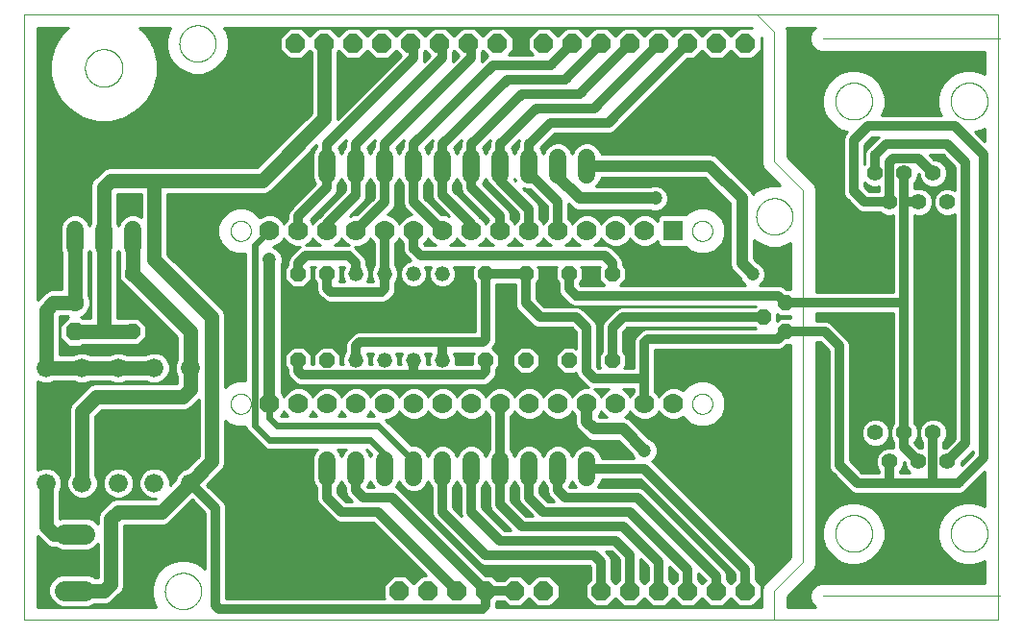
<source format=gbl>
G75*
%MOIN*%
%OFA0B0*%
%FSLAX25Y25*%
%IPPOS*%
%LPD*%
%AMOC8*
5,1,8,0,0,1.08239X$1,22.5*
%
%ADD10C,0.00000*%
%ADD11C,0.05200*%
%ADD12C,0.00039*%
%ADD13C,0.05543*%
%ADD14OC8,0.05200*%
%ADD15OC8,0.06600*%
%ADD16C,0.06600*%
%ADD17C,0.06000*%
%ADD18OC8,0.06300*%
%ADD19C,0.06300*%
%ADD20C,0.07050*%
%ADD21R,0.07000X0.07000*%
%ADD22C,0.07000*%
%ADD23C,0.05000*%
%ADD24C,0.03200*%
%ADD25C,0.04000*%
%ADD26C,0.02400*%
%ADD27C,0.04750*%
%ADD28C,0.01000*%
D10*
X0027000Y0005000D02*
X0027000Y0215000D01*
X0281000Y0215000D01*
X0287000Y0209000D01*
X0287000Y0164000D01*
X0297000Y0154000D01*
X0297000Y0025000D01*
X0287000Y0015000D01*
X0287000Y0005000D01*
X0027000Y0005000D01*
X0027000Y0214951D01*
X0364421Y0214951D01*
X0364421Y0005000D01*
X0027000Y0005000D01*
X0075701Y0015000D02*
X0075703Y0015158D01*
X0075709Y0015316D01*
X0075719Y0015474D01*
X0075733Y0015632D01*
X0075751Y0015789D01*
X0075772Y0015946D01*
X0075798Y0016102D01*
X0075828Y0016258D01*
X0075861Y0016413D01*
X0075899Y0016566D01*
X0075940Y0016719D01*
X0075985Y0016871D01*
X0076034Y0017022D01*
X0076087Y0017171D01*
X0076143Y0017319D01*
X0076203Y0017465D01*
X0076267Y0017610D01*
X0076335Y0017753D01*
X0076406Y0017895D01*
X0076480Y0018035D01*
X0076558Y0018172D01*
X0076640Y0018308D01*
X0076724Y0018442D01*
X0076813Y0018573D01*
X0076904Y0018702D01*
X0076999Y0018829D01*
X0077096Y0018954D01*
X0077197Y0019076D01*
X0077301Y0019195D01*
X0077408Y0019312D01*
X0077518Y0019426D01*
X0077631Y0019537D01*
X0077746Y0019646D01*
X0077864Y0019751D01*
X0077985Y0019853D01*
X0078108Y0019953D01*
X0078234Y0020049D01*
X0078362Y0020142D01*
X0078492Y0020232D01*
X0078625Y0020318D01*
X0078760Y0020402D01*
X0078896Y0020481D01*
X0079035Y0020558D01*
X0079176Y0020630D01*
X0079318Y0020700D01*
X0079462Y0020765D01*
X0079608Y0020827D01*
X0079755Y0020885D01*
X0079904Y0020940D01*
X0080054Y0020991D01*
X0080205Y0021038D01*
X0080357Y0021081D01*
X0080510Y0021120D01*
X0080665Y0021156D01*
X0080820Y0021187D01*
X0080976Y0021215D01*
X0081132Y0021239D01*
X0081289Y0021259D01*
X0081447Y0021275D01*
X0081604Y0021287D01*
X0081763Y0021295D01*
X0081921Y0021299D01*
X0082079Y0021299D01*
X0082237Y0021295D01*
X0082396Y0021287D01*
X0082553Y0021275D01*
X0082711Y0021259D01*
X0082868Y0021239D01*
X0083024Y0021215D01*
X0083180Y0021187D01*
X0083335Y0021156D01*
X0083490Y0021120D01*
X0083643Y0021081D01*
X0083795Y0021038D01*
X0083946Y0020991D01*
X0084096Y0020940D01*
X0084245Y0020885D01*
X0084392Y0020827D01*
X0084538Y0020765D01*
X0084682Y0020700D01*
X0084824Y0020630D01*
X0084965Y0020558D01*
X0085104Y0020481D01*
X0085240Y0020402D01*
X0085375Y0020318D01*
X0085508Y0020232D01*
X0085638Y0020142D01*
X0085766Y0020049D01*
X0085892Y0019953D01*
X0086015Y0019853D01*
X0086136Y0019751D01*
X0086254Y0019646D01*
X0086369Y0019537D01*
X0086482Y0019426D01*
X0086592Y0019312D01*
X0086699Y0019195D01*
X0086803Y0019076D01*
X0086904Y0018954D01*
X0087001Y0018829D01*
X0087096Y0018702D01*
X0087187Y0018573D01*
X0087276Y0018442D01*
X0087360Y0018308D01*
X0087442Y0018172D01*
X0087520Y0018035D01*
X0087594Y0017895D01*
X0087665Y0017753D01*
X0087733Y0017610D01*
X0087797Y0017465D01*
X0087857Y0017319D01*
X0087913Y0017171D01*
X0087966Y0017022D01*
X0088015Y0016871D01*
X0088060Y0016719D01*
X0088101Y0016566D01*
X0088139Y0016413D01*
X0088172Y0016258D01*
X0088202Y0016102D01*
X0088228Y0015946D01*
X0088249Y0015789D01*
X0088267Y0015632D01*
X0088281Y0015474D01*
X0088291Y0015316D01*
X0088297Y0015158D01*
X0088299Y0015000D01*
X0088297Y0014842D01*
X0088291Y0014684D01*
X0088281Y0014526D01*
X0088267Y0014368D01*
X0088249Y0014211D01*
X0088228Y0014054D01*
X0088202Y0013898D01*
X0088172Y0013742D01*
X0088139Y0013587D01*
X0088101Y0013434D01*
X0088060Y0013281D01*
X0088015Y0013129D01*
X0087966Y0012978D01*
X0087913Y0012829D01*
X0087857Y0012681D01*
X0087797Y0012535D01*
X0087733Y0012390D01*
X0087665Y0012247D01*
X0087594Y0012105D01*
X0087520Y0011965D01*
X0087442Y0011828D01*
X0087360Y0011692D01*
X0087276Y0011558D01*
X0087187Y0011427D01*
X0087096Y0011298D01*
X0087001Y0011171D01*
X0086904Y0011046D01*
X0086803Y0010924D01*
X0086699Y0010805D01*
X0086592Y0010688D01*
X0086482Y0010574D01*
X0086369Y0010463D01*
X0086254Y0010354D01*
X0086136Y0010249D01*
X0086015Y0010147D01*
X0085892Y0010047D01*
X0085766Y0009951D01*
X0085638Y0009858D01*
X0085508Y0009768D01*
X0085375Y0009682D01*
X0085240Y0009598D01*
X0085104Y0009519D01*
X0084965Y0009442D01*
X0084824Y0009370D01*
X0084682Y0009300D01*
X0084538Y0009235D01*
X0084392Y0009173D01*
X0084245Y0009115D01*
X0084096Y0009060D01*
X0083946Y0009009D01*
X0083795Y0008962D01*
X0083643Y0008919D01*
X0083490Y0008880D01*
X0083335Y0008844D01*
X0083180Y0008813D01*
X0083024Y0008785D01*
X0082868Y0008761D01*
X0082711Y0008741D01*
X0082553Y0008725D01*
X0082396Y0008713D01*
X0082237Y0008705D01*
X0082079Y0008701D01*
X0081921Y0008701D01*
X0081763Y0008705D01*
X0081604Y0008713D01*
X0081447Y0008725D01*
X0081289Y0008741D01*
X0081132Y0008761D01*
X0080976Y0008785D01*
X0080820Y0008813D01*
X0080665Y0008844D01*
X0080510Y0008880D01*
X0080357Y0008919D01*
X0080205Y0008962D01*
X0080054Y0009009D01*
X0079904Y0009060D01*
X0079755Y0009115D01*
X0079608Y0009173D01*
X0079462Y0009235D01*
X0079318Y0009300D01*
X0079176Y0009370D01*
X0079035Y0009442D01*
X0078896Y0009519D01*
X0078760Y0009598D01*
X0078625Y0009682D01*
X0078492Y0009768D01*
X0078362Y0009858D01*
X0078234Y0009951D01*
X0078108Y0010047D01*
X0077985Y0010147D01*
X0077864Y0010249D01*
X0077746Y0010354D01*
X0077631Y0010463D01*
X0077518Y0010574D01*
X0077408Y0010688D01*
X0077301Y0010805D01*
X0077197Y0010924D01*
X0077096Y0011046D01*
X0076999Y0011171D01*
X0076904Y0011298D01*
X0076813Y0011427D01*
X0076724Y0011558D01*
X0076640Y0011692D01*
X0076558Y0011828D01*
X0076480Y0011965D01*
X0076406Y0012105D01*
X0076335Y0012247D01*
X0076267Y0012390D01*
X0076203Y0012535D01*
X0076143Y0012681D01*
X0076087Y0012829D01*
X0076034Y0012978D01*
X0075985Y0013129D01*
X0075940Y0013281D01*
X0075899Y0013434D01*
X0075861Y0013587D01*
X0075828Y0013742D01*
X0075798Y0013898D01*
X0075772Y0014054D01*
X0075751Y0014211D01*
X0075733Y0014368D01*
X0075719Y0014526D01*
X0075709Y0014684D01*
X0075703Y0014842D01*
X0075701Y0015000D01*
X0098500Y0080000D02*
X0098502Y0080118D01*
X0098508Y0080236D01*
X0098518Y0080354D01*
X0098532Y0080471D01*
X0098550Y0080588D01*
X0098572Y0080705D01*
X0098597Y0080820D01*
X0098627Y0080934D01*
X0098661Y0081048D01*
X0098698Y0081160D01*
X0098739Y0081271D01*
X0098784Y0081380D01*
X0098832Y0081488D01*
X0098884Y0081594D01*
X0098940Y0081699D01*
X0098999Y0081801D01*
X0099061Y0081901D01*
X0099127Y0081999D01*
X0099196Y0082095D01*
X0099269Y0082189D01*
X0099344Y0082280D01*
X0099423Y0082368D01*
X0099504Y0082454D01*
X0099589Y0082537D01*
X0099676Y0082617D01*
X0099765Y0082694D01*
X0099858Y0082768D01*
X0099952Y0082838D01*
X0100049Y0082906D01*
X0100149Y0082970D01*
X0100250Y0083031D01*
X0100353Y0083088D01*
X0100459Y0083142D01*
X0100566Y0083193D01*
X0100674Y0083239D01*
X0100784Y0083282D01*
X0100896Y0083321D01*
X0101009Y0083357D01*
X0101123Y0083388D01*
X0101238Y0083416D01*
X0101353Y0083440D01*
X0101470Y0083460D01*
X0101587Y0083476D01*
X0101705Y0083488D01*
X0101823Y0083496D01*
X0101941Y0083500D01*
X0102059Y0083500D01*
X0102177Y0083496D01*
X0102295Y0083488D01*
X0102413Y0083476D01*
X0102530Y0083460D01*
X0102647Y0083440D01*
X0102762Y0083416D01*
X0102877Y0083388D01*
X0102991Y0083357D01*
X0103104Y0083321D01*
X0103216Y0083282D01*
X0103326Y0083239D01*
X0103434Y0083193D01*
X0103541Y0083142D01*
X0103647Y0083088D01*
X0103750Y0083031D01*
X0103851Y0082970D01*
X0103951Y0082906D01*
X0104048Y0082838D01*
X0104142Y0082768D01*
X0104235Y0082694D01*
X0104324Y0082617D01*
X0104411Y0082537D01*
X0104496Y0082454D01*
X0104577Y0082368D01*
X0104656Y0082280D01*
X0104731Y0082189D01*
X0104804Y0082095D01*
X0104873Y0081999D01*
X0104939Y0081901D01*
X0105001Y0081801D01*
X0105060Y0081699D01*
X0105116Y0081594D01*
X0105168Y0081488D01*
X0105216Y0081380D01*
X0105261Y0081271D01*
X0105302Y0081160D01*
X0105339Y0081048D01*
X0105373Y0080934D01*
X0105403Y0080820D01*
X0105428Y0080705D01*
X0105450Y0080588D01*
X0105468Y0080471D01*
X0105482Y0080354D01*
X0105492Y0080236D01*
X0105498Y0080118D01*
X0105500Y0080000D01*
X0105498Y0079882D01*
X0105492Y0079764D01*
X0105482Y0079646D01*
X0105468Y0079529D01*
X0105450Y0079412D01*
X0105428Y0079295D01*
X0105403Y0079180D01*
X0105373Y0079066D01*
X0105339Y0078952D01*
X0105302Y0078840D01*
X0105261Y0078729D01*
X0105216Y0078620D01*
X0105168Y0078512D01*
X0105116Y0078406D01*
X0105060Y0078301D01*
X0105001Y0078199D01*
X0104939Y0078099D01*
X0104873Y0078001D01*
X0104804Y0077905D01*
X0104731Y0077811D01*
X0104656Y0077720D01*
X0104577Y0077632D01*
X0104496Y0077546D01*
X0104411Y0077463D01*
X0104324Y0077383D01*
X0104235Y0077306D01*
X0104142Y0077232D01*
X0104048Y0077162D01*
X0103951Y0077094D01*
X0103851Y0077030D01*
X0103750Y0076969D01*
X0103647Y0076912D01*
X0103541Y0076858D01*
X0103434Y0076807D01*
X0103326Y0076761D01*
X0103216Y0076718D01*
X0103104Y0076679D01*
X0102991Y0076643D01*
X0102877Y0076612D01*
X0102762Y0076584D01*
X0102647Y0076560D01*
X0102530Y0076540D01*
X0102413Y0076524D01*
X0102295Y0076512D01*
X0102177Y0076504D01*
X0102059Y0076500D01*
X0101941Y0076500D01*
X0101823Y0076504D01*
X0101705Y0076512D01*
X0101587Y0076524D01*
X0101470Y0076540D01*
X0101353Y0076560D01*
X0101238Y0076584D01*
X0101123Y0076612D01*
X0101009Y0076643D01*
X0100896Y0076679D01*
X0100784Y0076718D01*
X0100674Y0076761D01*
X0100566Y0076807D01*
X0100459Y0076858D01*
X0100353Y0076912D01*
X0100250Y0076969D01*
X0100149Y0077030D01*
X0100049Y0077094D01*
X0099952Y0077162D01*
X0099858Y0077232D01*
X0099765Y0077306D01*
X0099676Y0077383D01*
X0099589Y0077463D01*
X0099504Y0077546D01*
X0099423Y0077632D01*
X0099344Y0077720D01*
X0099269Y0077811D01*
X0099196Y0077905D01*
X0099127Y0078001D01*
X0099061Y0078099D01*
X0098999Y0078199D01*
X0098940Y0078301D01*
X0098884Y0078406D01*
X0098832Y0078512D01*
X0098784Y0078620D01*
X0098739Y0078729D01*
X0098698Y0078840D01*
X0098661Y0078952D01*
X0098627Y0079066D01*
X0098597Y0079180D01*
X0098572Y0079295D01*
X0098550Y0079412D01*
X0098532Y0079529D01*
X0098518Y0079646D01*
X0098508Y0079764D01*
X0098502Y0079882D01*
X0098500Y0080000D01*
X0098500Y0140000D02*
X0098502Y0140118D01*
X0098508Y0140236D01*
X0098518Y0140354D01*
X0098532Y0140471D01*
X0098550Y0140588D01*
X0098572Y0140705D01*
X0098597Y0140820D01*
X0098627Y0140934D01*
X0098661Y0141048D01*
X0098698Y0141160D01*
X0098739Y0141271D01*
X0098784Y0141380D01*
X0098832Y0141488D01*
X0098884Y0141594D01*
X0098940Y0141699D01*
X0098999Y0141801D01*
X0099061Y0141901D01*
X0099127Y0141999D01*
X0099196Y0142095D01*
X0099269Y0142189D01*
X0099344Y0142280D01*
X0099423Y0142368D01*
X0099504Y0142454D01*
X0099589Y0142537D01*
X0099676Y0142617D01*
X0099765Y0142694D01*
X0099858Y0142768D01*
X0099952Y0142838D01*
X0100049Y0142906D01*
X0100149Y0142970D01*
X0100250Y0143031D01*
X0100353Y0143088D01*
X0100459Y0143142D01*
X0100566Y0143193D01*
X0100674Y0143239D01*
X0100784Y0143282D01*
X0100896Y0143321D01*
X0101009Y0143357D01*
X0101123Y0143388D01*
X0101238Y0143416D01*
X0101353Y0143440D01*
X0101470Y0143460D01*
X0101587Y0143476D01*
X0101705Y0143488D01*
X0101823Y0143496D01*
X0101941Y0143500D01*
X0102059Y0143500D01*
X0102177Y0143496D01*
X0102295Y0143488D01*
X0102413Y0143476D01*
X0102530Y0143460D01*
X0102647Y0143440D01*
X0102762Y0143416D01*
X0102877Y0143388D01*
X0102991Y0143357D01*
X0103104Y0143321D01*
X0103216Y0143282D01*
X0103326Y0143239D01*
X0103434Y0143193D01*
X0103541Y0143142D01*
X0103647Y0143088D01*
X0103750Y0143031D01*
X0103851Y0142970D01*
X0103951Y0142906D01*
X0104048Y0142838D01*
X0104142Y0142768D01*
X0104235Y0142694D01*
X0104324Y0142617D01*
X0104411Y0142537D01*
X0104496Y0142454D01*
X0104577Y0142368D01*
X0104656Y0142280D01*
X0104731Y0142189D01*
X0104804Y0142095D01*
X0104873Y0141999D01*
X0104939Y0141901D01*
X0105001Y0141801D01*
X0105060Y0141699D01*
X0105116Y0141594D01*
X0105168Y0141488D01*
X0105216Y0141380D01*
X0105261Y0141271D01*
X0105302Y0141160D01*
X0105339Y0141048D01*
X0105373Y0140934D01*
X0105403Y0140820D01*
X0105428Y0140705D01*
X0105450Y0140588D01*
X0105468Y0140471D01*
X0105482Y0140354D01*
X0105492Y0140236D01*
X0105498Y0140118D01*
X0105500Y0140000D01*
X0105498Y0139882D01*
X0105492Y0139764D01*
X0105482Y0139646D01*
X0105468Y0139529D01*
X0105450Y0139412D01*
X0105428Y0139295D01*
X0105403Y0139180D01*
X0105373Y0139066D01*
X0105339Y0138952D01*
X0105302Y0138840D01*
X0105261Y0138729D01*
X0105216Y0138620D01*
X0105168Y0138512D01*
X0105116Y0138406D01*
X0105060Y0138301D01*
X0105001Y0138199D01*
X0104939Y0138099D01*
X0104873Y0138001D01*
X0104804Y0137905D01*
X0104731Y0137811D01*
X0104656Y0137720D01*
X0104577Y0137632D01*
X0104496Y0137546D01*
X0104411Y0137463D01*
X0104324Y0137383D01*
X0104235Y0137306D01*
X0104142Y0137232D01*
X0104048Y0137162D01*
X0103951Y0137094D01*
X0103851Y0137030D01*
X0103750Y0136969D01*
X0103647Y0136912D01*
X0103541Y0136858D01*
X0103434Y0136807D01*
X0103326Y0136761D01*
X0103216Y0136718D01*
X0103104Y0136679D01*
X0102991Y0136643D01*
X0102877Y0136612D01*
X0102762Y0136584D01*
X0102647Y0136560D01*
X0102530Y0136540D01*
X0102413Y0136524D01*
X0102295Y0136512D01*
X0102177Y0136504D01*
X0102059Y0136500D01*
X0101941Y0136500D01*
X0101823Y0136504D01*
X0101705Y0136512D01*
X0101587Y0136524D01*
X0101470Y0136540D01*
X0101353Y0136560D01*
X0101238Y0136584D01*
X0101123Y0136612D01*
X0101009Y0136643D01*
X0100896Y0136679D01*
X0100784Y0136718D01*
X0100674Y0136761D01*
X0100566Y0136807D01*
X0100459Y0136858D01*
X0100353Y0136912D01*
X0100250Y0136969D01*
X0100149Y0137030D01*
X0100049Y0137094D01*
X0099952Y0137162D01*
X0099858Y0137232D01*
X0099765Y0137306D01*
X0099676Y0137383D01*
X0099589Y0137463D01*
X0099504Y0137546D01*
X0099423Y0137632D01*
X0099344Y0137720D01*
X0099269Y0137811D01*
X0099196Y0137905D01*
X0099127Y0138001D01*
X0099061Y0138099D01*
X0098999Y0138199D01*
X0098940Y0138301D01*
X0098884Y0138406D01*
X0098832Y0138512D01*
X0098784Y0138620D01*
X0098739Y0138729D01*
X0098698Y0138840D01*
X0098661Y0138952D01*
X0098627Y0139066D01*
X0098597Y0139180D01*
X0098572Y0139295D01*
X0098550Y0139412D01*
X0098532Y0139529D01*
X0098518Y0139646D01*
X0098508Y0139764D01*
X0098502Y0139882D01*
X0098500Y0140000D01*
X0048000Y0196500D02*
X0048002Y0196661D01*
X0048008Y0196821D01*
X0048018Y0196982D01*
X0048032Y0197142D01*
X0048050Y0197302D01*
X0048071Y0197461D01*
X0048097Y0197620D01*
X0048127Y0197778D01*
X0048160Y0197935D01*
X0048198Y0198092D01*
X0048239Y0198247D01*
X0048284Y0198401D01*
X0048333Y0198554D01*
X0048386Y0198706D01*
X0048442Y0198857D01*
X0048503Y0199006D01*
X0048566Y0199154D01*
X0048634Y0199300D01*
X0048705Y0199444D01*
X0048779Y0199586D01*
X0048857Y0199727D01*
X0048939Y0199865D01*
X0049024Y0200002D01*
X0049112Y0200136D01*
X0049204Y0200268D01*
X0049299Y0200398D01*
X0049397Y0200526D01*
X0049498Y0200651D01*
X0049602Y0200773D01*
X0049709Y0200893D01*
X0049819Y0201010D01*
X0049932Y0201125D01*
X0050048Y0201236D01*
X0050167Y0201345D01*
X0050288Y0201450D01*
X0050412Y0201553D01*
X0050538Y0201653D01*
X0050666Y0201749D01*
X0050797Y0201842D01*
X0050931Y0201932D01*
X0051066Y0202019D01*
X0051204Y0202102D01*
X0051343Y0202182D01*
X0051485Y0202258D01*
X0051628Y0202331D01*
X0051773Y0202400D01*
X0051920Y0202466D01*
X0052068Y0202528D01*
X0052218Y0202586D01*
X0052369Y0202641D01*
X0052522Y0202692D01*
X0052676Y0202739D01*
X0052831Y0202782D01*
X0052987Y0202821D01*
X0053143Y0202857D01*
X0053301Y0202888D01*
X0053459Y0202916D01*
X0053618Y0202940D01*
X0053778Y0202960D01*
X0053938Y0202976D01*
X0054098Y0202988D01*
X0054259Y0202996D01*
X0054420Y0203000D01*
X0054580Y0203000D01*
X0054741Y0202996D01*
X0054902Y0202988D01*
X0055062Y0202976D01*
X0055222Y0202960D01*
X0055382Y0202940D01*
X0055541Y0202916D01*
X0055699Y0202888D01*
X0055857Y0202857D01*
X0056013Y0202821D01*
X0056169Y0202782D01*
X0056324Y0202739D01*
X0056478Y0202692D01*
X0056631Y0202641D01*
X0056782Y0202586D01*
X0056932Y0202528D01*
X0057080Y0202466D01*
X0057227Y0202400D01*
X0057372Y0202331D01*
X0057515Y0202258D01*
X0057657Y0202182D01*
X0057796Y0202102D01*
X0057934Y0202019D01*
X0058069Y0201932D01*
X0058203Y0201842D01*
X0058334Y0201749D01*
X0058462Y0201653D01*
X0058588Y0201553D01*
X0058712Y0201450D01*
X0058833Y0201345D01*
X0058952Y0201236D01*
X0059068Y0201125D01*
X0059181Y0201010D01*
X0059291Y0200893D01*
X0059398Y0200773D01*
X0059502Y0200651D01*
X0059603Y0200526D01*
X0059701Y0200398D01*
X0059796Y0200268D01*
X0059888Y0200136D01*
X0059976Y0200002D01*
X0060061Y0199865D01*
X0060143Y0199727D01*
X0060221Y0199586D01*
X0060295Y0199444D01*
X0060366Y0199300D01*
X0060434Y0199154D01*
X0060497Y0199006D01*
X0060558Y0198857D01*
X0060614Y0198706D01*
X0060667Y0198554D01*
X0060716Y0198401D01*
X0060761Y0198247D01*
X0060802Y0198092D01*
X0060840Y0197935D01*
X0060873Y0197778D01*
X0060903Y0197620D01*
X0060929Y0197461D01*
X0060950Y0197302D01*
X0060968Y0197142D01*
X0060982Y0196982D01*
X0060992Y0196821D01*
X0060998Y0196661D01*
X0061000Y0196500D01*
X0060998Y0196339D01*
X0060992Y0196179D01*
X0060982Y0196018D01*
X0060968Y0195858D01*
X0060950Y0195698D01*
X0060929Y0195539D01*
X0060903Y0195380D01*
X0060873Y0195222D01*
X0060840Y0195065D01*
X0060802Y0194908D01*
X0060761Y0194753D01*
X0060716Y0194599D01*
X0060667Y0194446D01*
X0060614Y0194294D01*
X0060558Y0194143D01*
X0060497Y0193994D01*
X0060434Y0193846D01*
X0060366Y0193700D01*
X0060295Y0193556D01*
X0060221Y0193414D01*
X0060143Y0193273D01*
X0060061Y0193135D01*
X0059976Y0192998D01*
X0059888Y0192864D01*
X0059796Y0192732D01*
X0059701Y0192602D01*
X0059603Y0192474D01*
X0059502Y0192349D01*
X0059398Y0192227D01*
X0059291Y0192107D01*
X0059181Y0191990D01*
X0059068Y0191875D01*
X0058952Y0191764D01*
X0058833Y0191655D01*
X0058712Y0191550D01*
X0058588Y0191447D01*
X0058462Y0191347D01*
X0058334Y0191251D01*
X0058203Y0191158D01*
X0058069Y0191068D01*
X0057934Y0190981D01*
X0057796Y0190898D01*
X0057657Y0190818D01*
X0057515Y0190742D01*
X0057372Y0190669D01*
X0057227Y0190600D01*
X0057080Y0190534D01*
X0056932Y0190472D01*
X0056782Y0190414D01*
X0056631Y0190359D01*
X0056478Y0190308D01*
X0056324Y0190261D01*
X0056169Y0190218D01*
X0056013Y0190179D01*
X0055857Y0190143D01*
X0055699Y0190112D01*
X0055541Y0190084D01*
X0055382Y0190060D01*
X0055222Y0190040D01*
X0055062Y0190024D01*
X0054902Y0190012D01*
X0054741Y0190004D01*
X0054580Y0190000D01*
X0054420Y0190000D01*
X0054259Y0190004D01*
X0054098Y0190012D01*
X0053938Y0190024D01*
X0053778Y0190040D01*
X0053618Y0190060D01*
X0053459Y0190084D01*
X0053301Y0190112D01*
X0053143Y0190143D01*
X0052987Y0190179D01*
X0052831Y0190218D01*
X0052676Y0190261D01*
X0052522Y0190308D01*
X0052369Y0190359D01*
X0052218Y0190414D01*
X0052068Y0190472D01*
X0051920Y0190534D01*
X0051773Y0190600D01*
X0051628Y0190669D01*
X0051485Y0190742D01*
X0051343Y0190818D01*
X0051204Y0190898D01*
X0051066Y0190981D01*
X0050931Y0191068D01*
X0050797Y0191158D01*
X0050666Y0191251D01*
X0050538Y0191347D01*
X0050412Y0191447D01*
X0050288Y0191550D01*
X0050167Y0191655D01*
X0050048Y0191764D01*
X0049932Y0191875D01*
X0049819Y0191990D01*
X0049709Y0192107D01*
X0049602Y0192227D01*
X0049498Y0192349D01*
X0049397Y0192474D01*
X0049299Y0192602D01*
X0049204Y0192732D01*
X0049112Y0192864D01*
X0049024Y0192998D01*
X0048939Y0193135D01*
X0048857Y0193273D01*
X0048779Y0193414D01*
X0048705Y0193556D01*
X0048634Y0193700D01*
X0048566Y0193846D01*
X0048503Y0193994D01*
X0048442Y0194143D01*
X0048386Y0194294D01*
X0048333Y0194446D01*
X0048284Y0194599D01*
X0048239Y0194753D01*
X0048198Y0194908D01*
X0048160Y0195065D01*
X0048127Y0195222D01*
X0048097Y0195380D01*
X0048071Y0195539D01*
X0048050Y0195698D01*
X0048032Y0195858D01*
X0048018Y0196018D01*
X0048008Y0196179D01*
X0048002Y0196339D01*
X0048000Y0196500D01*
X0080701Y0205000D02*
X0080703Y0205158D01*
X0080709Y0205316D01*
X0080719Y0205474D01*
X0080733Y0205632D01*
X0080751Y0205789D01*
X0080772Y0205946D01*
X0080798Y0206102D01*
X0080828Y0206258D01*
X0080861Y0206413D01*
X0080899Y0206566D01*
X0080940Y0206719D01*
X0080985Y0206871D01*
X0081034Y0207022D01*
X0081087Y0207171D01*
X0081143Y0207319D01*
X0081203Y0207465D01*
X0081267Y0207610D01*
X0081335Y0207753D01*
X0081406Y0207895D01*
X0081480Y0208035D01*
X0081558Y0208172D01*
X0081640Y0208308D01*
X0081724Y0208442D01*
X0081813Y0208573D01*
X0081904Y0208702D01*
X0081999Y0208829D01*
X0082096Y0208954D01*
X0082197Y0209076D01*
X0082301Y0209195D01*
X0082408Y0209312D01*
X0082518Y0209426D01*
X0082631Y0209537D01*
X0082746Y0209646D01*
X0082864Y0209751D01*
X0082985Y0209853D01*
X0083108Y0209953D01*
X0083234Y0210049D01*
X0083362Y0210142D01*
X0083492Y0210232D01*
X0083625Y0210318D01*
X0083760Y0210402D01*
X0083896Y0210481D01*
X0084035Y0210558D01*
X0084176Y0210630D01*
X0084318Y0210700D01*
X0084462Y0210765D01*
X0084608Y0210827D01*
X0084755Y0210885D01*
X0084904Y0210940D01*
X0085054Y0210991D01*
X0085205Y0211038D01*
X0085357Y0211081D01*
X0085510Y0211120D01*
X0085665Y0211156D01*
X0085820Y0211187D01*
X0085976Y0211215D01*
X0086132Y0211239D01*
X0086289Y0211259D01*
X0086447Y0211275D01*
X0086604Y0211287D01*
X0086763Y0211295D01*
X0086921Y0211299D01*
X0087079Y0211299D01*
X0087237Y0211295D01*
X0087396Y0211287D01*
X0087553Y0211275D01*
X0087711Y0211259D01*
X0087868Y0211239D01*
X0088024Y0211215D01*
X0088180Y0211187D01*
X0088335Y0211156D01*
X0088490Y0211120D01*
X0088643Y0211081D01*
X0088795Y0211038D01*
X0088946Y0210991D01*
X0089096Y0210940D01*
X0089245Y0210885D01*
X0089392Y0210827D01*
X0089538Y0210765D01*
X0089682Y0210700D01*
X0089824Y0210630D01*
X0089965Y0210558D01*
X0090104Y0210481D01*
X0090240Y0210402D01*
X0090375Y0210318D01*
X0090508Y0210232D01*
X0090638Y0210142D01*
X0090766Y0210049D01*
X0090892Y0209953D01*
X0091015Y0209853D01*
X0091136Y0209751D01*
X0091254Y0209646D01*
X0091369Y0209537D01*
X0091482Y0209426D01*
X0091592Y0209312D01*
X0091699Y0209195D01*
X0091803Y0209076D01*
X0091904Y0208954D01*
X0092001Y0208829D01*
X0092096Y0208702D01*
X0092187Y0208573D01*
X0092276Y0208442D01*
X0092360Y0208308D01*
X0092442Y0208172D01*
X0092520Y0208035D01*
X0092594Y0207895D01*
X0092665Y0207753D01*
X0092733Y0207610D01*
X0092797Y0207465D01*
X0092857Y0207319D01*
X0092913Y0207171D01*
X0092966Y0207022D01*
X0093015Y0206871D01*
X0093060Y0206719D01*
X0093101Y0206566D01*
X0093139Y0206413D01*
X0093172Y0206258D01*
X0093202Y0206102D01*
X0093228Y0205946D01*
X0093249Y0205789D01*
X0093267Y0205632D01*
X0093281Y0205474D01*
X0093291Y0205316D01*
X0093297Y0205158D01*
X0093299Y0205000D01*
X0093297Y0204842D01*
X0093291Y0204684D01*
X0093281Y0204526D01*
X0093267Y0204368D01*
X0093249Y0204211D01*
X0093228Y0204054D01*
X0093202Y0203898D01*
X0093172Y0203742D01*
X0093139Y0203587D01*
X0093101Y0203434D01*
X0093060Y0203281D01*
X0093015Y0203129D01*
X0092966Y0202978D01*
X0092913Y0202829D01*
X0092857Y0202681D01*
X0092797Y0202535D01*
X0092733Y0202390D01*
X0092665Y0202247D01*
X0092594Y0202105D01*
X0092520Y0201965D01*
X0092442Y0201828D01*
X0092360Y0201692D01*
X0092276Y0201558D01*
X0092187Y0201427D01*
X0092096Y0201298D01*
X0092001Y0201171D01*
X0091904Y0201046D01*
X0091803Y0200924D01*
X0091699Y0200805D01*
X0091592Y0200688D01*
X0091482Y0200574D01*
X0091369Y0200463D01*
X0091254Y0200354D01*
X0091136Y0200249D01*
X0091015Y0200147D01*
X0090892Y0200047D01*
X0090766Y0199951D01*
X0090638Y0199858D01*
X0090508Y0199768D01*
X0090375Y0199682D01*
X0090240Y0199598D01*
X0090104Y0199519D01*
X0089965Y0199442D01*
X0089824Y0199370D01*
X0089682Y0199300D01*
X0089538Y0199235D01*
X0089392Y0199173D01*
X0089245Y0199115D01*
X0089096Y0199060D01*
X0088946Y0199009D01*
X0088795Y0198962D01*
X0088643Y0198919D01*
X0088490Y0198880D01*
X0088335Y0198844D01*
X0088180Y0198813D01*
X0088024Y0198785D01*
X0087868Y0198761D01*
X0087711Y0198741D01*
X0087553Y0198725D01*
X0087396Y0198713D01*
X0087237Y0198705D01*
X0087079Y0198701D01*
X0086921Y0198701D01*
X0086763Y0198705D01*
X0086604Y0198713D01*
X0086447Y0198725D01*
X0086289Y0198741D01*
X0086132Y0198761D01*
X0085976Y0198785D01*
X0085820Y0198813D01*
X0085665Y0198844D01*
X0085510Y0198880D01*
X0085357Y0198919D01*
X0085205Y0198962D01*
X0085054Y0199009D01*
X0084904Y0199060D01*
X0084755Y0199115D01*
X0084608Y0199173D01*
X0084462Y0199235D01*
X0084318Y0199300D01*
X0084176Y0199370D01*
X0084035Y0199442D01*
X0083896Y0199519D01*
X0083760Y0199598D01*
X0083625Y0199682D01*
X0083492Y0199768D01*
X0083362Y0199858D01*
X0083234Y0199951D01*
X0083108Y0200047D01*
X0082985Y0200147D01*
X0082864Y0200249D01*
X0082746Y0200354D01*
X0082631Y0200463D01*
X0082518Y0200574D01*
X0082408Y0200688D01*
X0082301Y0200805D01*
X0082197Y0200924D01*
X0082096Y0201046D01*
X0081999Y0201171D01*
X0081904Y0201298D01*
X0081813Y0201427D01*
X0081724Y0201558D01*
X0081640Y0201692D01*
X0081558Y0201828D01*
X0081480Y0201965D01*
X0081406Y0202105D01*
X0081335Y0202247D01*
X0081267Y0202390D01*
X0081203Y0202535D01*
X0081143Y0202681D01*
X0081087Y0202829D01*
X0081034Y0202978D01*
X0080985Y0203129D01*
X0080940Y0203281D01*
X0080899Y0203434D01*
X0080861Y0203587D01*
X0080828Y0203742D01*
X0080798Y0203898D01*
X0080772Y0204054D01*
X0080751Y0204211D01*
X0080733Y0204368D01*
X0080719Y0204526D01*
X0080709Y0204684D01*
X0080703Y0204842D01*
X0080701Y0205000D01*
X0258500Y0140000D02*
X0258502Y0140118D01*
X0258508Y0140236D01*
X0258518Y0140354D01*
X0258532Y0140471D01*
X0258550Y0140588D01*
X0258572Y0140705D01*
X0258597Y0140820D01*
X0258627Y0140934D01*
X0258661Y0141048D01*
X0258698Y0141160D01*
X0258739Y0141271D01*
X0258784Y0141380D01*
X0258832Y0141488D01*
X0258884Y0141594D01*
X0258940Y0141699D01*
X0258999Y0141801D01*
X0259061Y0141901D01*
X0259127Y0141999D01*
X0259196Y0142095D01*
X0259269Y0142189D01*
X0259344Y0142280D01*
X0259423Y0142368D01*
X0259504Y0142454D01*
X0259589Y0142537D01*
X0259676Y0142617D01*
X0259765Y0142694D01*
X0259858Y0142768D01*
X0259952Y0142838D01*
X0260049Y0142906D01*
X0260149Y0142970D01*
X0260250Y0143031D01*
X0260353Y0143088D01*
X0260459Y0143142D01*
X0260566Y0143193D01*
X0260674Y0143239D01*
X0260784Y0143282D01*
X0260896Y0143321D01*
X0261009Y0143357D01*
X0261123Y0143388D01*
X0261238Y0143416D01*
X0261353Y0143440D01*
X0261470Y0143460D01*
X0261587Y0143476D01*
X0261705Y0143488D01*
X0261823Y0143496D01*
X0261941Y0143500D01*
X0262059Y0143500D01*
X0262177Y0143496D01*
X0262295Y0143488D01*
X0262413Y0143476D01*
X0262530Y0143460D01*
X0262647Y0143440D01*
X0262762Y0143416D01*
X0262877Y0143388D01*
X0262991Y0143357D01*
X0263104Y0143321D01*
X0263216Y0143282D01*
X0263326Y0143239D01*
X0263434Y0143193D01*
X0263541Y0143142D01*
X0263647Y0143088D01*
X0263750Y0143031D01*
X0263851Y0142970D01*
X0263951Y0142906D01*
X0264048Y0142838D01*
X0264142Y0142768D01*
X0264235Y0142694D01*
X0264324Y0142617D01*
X0264411Y0142537D01*
X0264496Y0142454D01*
X0264577Y0142368D01*
X0264656Y0142280D01*
X0264731Y0142189D01*
X0264804Y0142095D01*
X0264873Y0141999D01*
X0264939Y0141901D01*
X0265001Y0141801D01*
X0265060Y0141699D01*
X0265116Y0141594D01*
X0265168Y0141488D01*
X0265216Y0141380D01*
X0265261Y0141271D01*
X0265302Y0141160D01*
X0265339Y0141048D01*
X0265373Y0140934D01*
X0265403Y0140820D01*
X0265428Y0140705D01*
X0265450Y0140588D01*
X0265468Y0140471D01*
X0265482Y0140354D01*
X0265492Y0140236D01*
X0265498Y0140118D01*
X0265500Y0140000D01*
X0265498Y0139882D01*
X0265492Y0139764D01*
X0265482Y0139646D01*
X0265468Y0139529D01*
X0265450Y0139412D01*
X0265428Y0139295D01*
X0265403Y0139180D01*
X0265373Y0139066D01*
X0265339Y0138952D01*
X0265302Y0138840D01*
X0265261Y0138729D01*
X0265216Y0138620D01*
X0265168Y0138512D01*
X0265116Y0138406D01*
X0265060Y0138301D01*
X0265001Y0138199D01*
X0264939Y0138099D01*
X0264873Y0138001D01*
X0264804Y0137905D01*
X0264731Y0137811D01*
X0264656Y0137720D01*
X0264577Y0137632D01*
X0264496Y0137546D01*
X0264411Y0137463D01*
X0264324Y0137383D01*
X0264235Y0137306D01*
X0264142Y0137232D01*
X0264048Y0137162D01*
X0263951Y0137094D01*
X0263851Y0137030D01*
X0263750Y0136969D01*
X0263647Y0136912D01*
X0263541Y0136858D01*
X0263434Y0136807D01*
X0263326Y0136761D01*
X0263216Y0136718D01*
X0263104Y0136679D01*
X0262991Y0136643D01*
X0262877Y0136612D01*
X0262762Y0136584D01*
X0262647Y0136560D01*
X0262530Y0136540D01*
X0262413Y0136524D01*
X0262295Y0136512D01*
X0262177Y0136504D01*
X0262059Y0136500D01*
X0261941Y0136500D01*
X0261823Y0136504D01*
X0261705Y0136512D01*
X0261587Y0136524D01*
X0261470Y0136540D01*
X0261353Y0136560D01*
X0261238Y0136584D01*
X0261123Y0136612D01*
X0261009Y0136643D01*
X0260896Y0136679D01*
X0260784Y0136718D01*
X0260674Y0136761D01*
X0260566Y0136807D01*
X0260459Y0136858D01*
X0260353Y0136912D01*
X0260250Y0136969D01*
X0260149Y0137030D01*
X0260049Y0137094D01*
X0259952Y0137162D01*
X0259858Y0137232D01*
X0259765Y0137306D01*
X0259676Y0137383D01*
X0259589Y0137463D01*
X0259504Y0137546D01*
X0259423Y0137632D01*
X0259344Y0137720D01*
X0259269Y0137811D01*
X0259196Y0137905D01*
X0259127Y0138001D01*
X0259061Y0138099D01*
X0258999Y0138199D01*
X0258940Y0138301D01*
X0258884Y0138406D01*
X0258832Y0138512D01*
X0258784Y0138620D01*
X0258739Y0138729D01*
X0258698Y0138840D01*
X0258661Y0138952D01*
X0258627Y0139066D01*
X0258597Y0139180D01*
X0258572Y0139295D01*
X0258550Y0139412D01*
X0258532Y0139529D01*
X0258518Y0139646D01*
X0258508Y0139764D01*
X0258502Y0139882D01*
X0258500Y0140000D01*
X0280701Y0145000D02*
X0280703Y0145158D01*
X0280709Y0145316D01*
X0280719Y0145474D01*
X0280733Y0145632D01*
X0280751Y0145789D01*
X0280772Y0145946D01*
X0280798Y0146102D01*
X0280828Y0146258D01*
X0280861Y0146413D01*
X0280899Y0146566D01*
X0280940Y0146719D01*
X0280985Y0146871D01*
X0281034Y0147022D01*
X0281087Y0147171D01*
X0281143Y0147319D01*
X0281203Y0147465D01*
X0281267Y0147610D01*
X0281335Y0147753D01*
X0281406Y0147895D01*
X0281480Y0148035D01*
X0281558Y0148172D01*
X0281640Y0148308D01*
X0281724Y0148442D01*
X0281813Y0148573D01*
X0281904Y0148702D01*
X0281999Y0148829D01*
X0282096Y0148954D01*
X0282197Y0149076D01*
X0282301Y0149195D01*
X0282408Y0149312D01*
X0282518Y0149426D01*
X0282631Y0149537D01*
X0282746Y0149646D01*
X0282864Y0149751D01*
X0282985Y0149853D01*
X0283108Y0149953D01*
X0283234Y0150049D01*
X0283362Y0150142D01*
X0283492Y0150232D01*
X0283625Y0150318D01*
X0283760Y0150402D01*
X0283896Y0150481D01*
X0284035Y0150558D01*
X0284176Y0150630D01*
X0284318Y0150700D01*
X0284462Y0150765D01*
X0284608Y0150827D01*
X0284755Y0150885D01*
X0284904Y0150940D01*
X0285054Y0150991D01*
X0285205Y0151038D01*
X0285357Y0151081D01*
X0285510Y0151120D01*
X0285665Y0151156D01*
X0285820Y0151187D01*
X0285976Y0151215D01*
X0286132Y0151239D01*
X0286289Y0151259D01*
X0286447Y0151275D01*
X0286604Y0151287D01*
X0286763Y0151295D01*
X0286921Y0151299D01*
X0287079Y0151299D01*
X0287237Y0151295D01*
X0287396Y0151287D01*
X0287553Y0151275D01*
X0287711Y0151259D01*
X0287868Y0151239D01*
X0288024Y0151215D01*
X0288180Y0151187D01*
X0288335Y0151156D01*
X0288490Y0151120D01*
X0288643Y0151081D01*
X0288795Y0151038D01*
X0288946Y0150991D01*
X0289096Y0150940D01*
X0289245Y0150885D01*
X0289392Y0150827D01*
X0289538Y0150765D01*
X0289682Y0150700D01*
X0289824Y0150630D01*
X0289965Y0150558D01*
X0290104Y0150481D01*
X0290240Y0150402D01*
X0290375Y0150318D01*
X0290508Y0150232D01*
X0290638Y0150142D01*
X0290766Y0150049D01*
X0290892Y0149953D01*
X0291015Y0149853D01*
X0291136Y0149751D01*
X0291254Y0149646D01*
X0291369Y0149537D01*
X0291482Y0149426D01*
X0291592Y0149312D01*
X0291699Y0149195D01*
X0291803Y0149076D01*
X0291904Y0148954D01*
X0292001Y0148829D01*
X0292096Y0148702D01*
X0292187Y0148573D01*
X0292276Y0148442D01*
X0292360Y0148308D01*
X0292442Y0148172D01*
X0292520Y0148035D01*
X0292594Y0147895D01*
X0292665Y0147753D01*
X0292733Y0147610D01*
X0292797Y0147465D01*
X0292857Y0147319D01*
X0292913Y0147171D01*
X0292966Y0147022D01*
X0293015Y0146871D01*
X0293060Y0146719D01*
X0293101Y0146566D01*
X0293139Y0146413D01*
X0293172Y0146258D01*
X0293202Y0146102D01*
X0293228Y0145946D01*
X0293249Y0145789D01*
X0293267Y0145632D01*
X0293281Y0145474D01*
X0293291Y0145316D01*
X0293297Y0145158D01*
X0293299Y0145000D01*
X0293297Y0144842D01*
X0293291Y0144684D01*
X0293281Y0144526D01*
X0293267Y0144368D01*
X0293249Y0144211D01*
X0293228Y0144054D01*
X0293202Y0143898D01*
X0293172Y0143742D01*
X0293139Y0143587D01*
X0293101Y0143434D01*
X0293060Y0143281D01*
X0293015Y0143129D01*
X0292966Y0142978D01*
X0292913Y0142829D01*
X0292857Y0142681D01*
X0292797Y0142535D01*
X0292733Y0142390D01*
X0292665Y0142247D01*
X0292594Y0142105D01*
X0292520Y0141965D01*
X0292442Y0141828D01*
X0292360Y0141692D01*
X0292276Y0141558D01*
X0292187Y0141427D01*
X0292096Y0141298D01*
X0292001Y0141171D01*
X0291904Y0141046D01*
X0291803Y0140924D01*
X0291699Y0140805D01*
X0291592Y0140688D01*
X0291482Y0140574D01*
X0291369Y0140463D01*
X0291254Y0140354D01*
X0291136Y0140249D01*
X0291015Y0140147D01*
X0290892Y0140047D01*
X0290766Y0139951D01*
X0290638Y0139858D01*
X0290508Y0139768D01*
X0290375Y0139682D01*
X0290240Y0139598D01*
X0290104Y0139519D01*
X0289965Y0139442D01*
X0289824Y0139370D01*
X0289682Y0139300D01*
X0289538Y0139235D01*
X0289392Y0139173D01*
X0289245Y0139115D01*
X0289096Y0139060D01*
X0288946Y0139009D01*
X0288795Y0138962D01*
X0288643Y0138919D01*
X0288490Y0138880D01*
X0288335Y0138844D01*
X0288180Y0138813D01*
X0288024Y0138785D01*
X0287868Y0138761D01*
X0287711Y0138741D01*
X0287553Y0138725D01*
X0287396Y0138713D01*
X0287237Y0138705D01*
X0287079Y0138701D01*
X0286921Y0138701D01*
X0286763Y0138705D01*
X0286604Y0138713D01*
X0286447Y0138725D01*
X0286289Y0138741D01*
X0286132Y0138761D01*
X0285976Y0138785D01*
X0285820Y0138813D01*
X0285665Y0138844D01*
X0285510Y0138880D01*
X0285357Y0138919D01*
X0285205Y0138962D01*
X0285054Y0139009D01*
X0284904Y0139060D01*
X0284755Y0139115D01*
X0284608Y0139173D01*
X0284462Y0139235D01*
X0284318Y0139300D01*
X0284176Y0139370D01*
X0284035Y0139442D01*
X0283896Y0139519D01*
X0283760Y0139598D01*
X0283625Y0139682D01*
X0283492Y0139768D01*
X0283362Y0139858D01*
X0283234Y0139951D01*
X0283108Y0140047D01*
X0282985Y0140147D01*
X0282864Y0140249D01*
X0282746Y0140354D01*
X0282631Y0140463D01*
X0282518Y0140574D01*
X0282408Y0140688D01*
X0282301Y0140805D01*
X0282197Y0140924D01*
X0282096Y0141046D01*
X0281999Y0141171D01*
X0281904Y0141298D01*
X0281813Y0141427D01*
X0281724Y0141558D01*
X0281640Y0141692D01*
X0281558Y0141828D01*
X0281480Y0141965D01*
X0281406Y0142105D01*
X0281335Y0142247D01*
X0281267Y0142390D01*
X0281203Y0142535D01*
X0281143Y0142681D01*
X0281087Y0142829D01*
X0281034Y0142978D01*
X0280985Y0143129D01*
X0280940Y0143281D01*
X0280899Y0143434D01*
X0280861Y0143587D01*
X0280828Y0143742D01*
X0280798Y0143898D01*
X0280772Y0144054D01*
X0280751Y0144211D01*
X0280733Y0144368D01*
X0280719Y0144526D01*
X0280709Y0144684D01*
X0280703Y0144842D01*
X0280701Y0145000D01*
X0308100Y0185000D02*
X0308102Y0185160D01*
X0308108Y0185319D01*
X0308118Y0185478D01*
X0308132Y0185637D01*
X0308150Y0185796D01*
X0308171Y0185954D01*
X0308197Y0186111D01*
X0308227Y0186268D01*
X0308260Y0186424D01*
X0308298Y0186579D01*
X0308339Y0186733D01*
X0308384Y0186886D01*
X0308433Y0187038D01*
X0308486Y0187189D01*
X0308542Y0187338D01*
X0308603Y0187486D01*
X0308666Y0187632D01*
X0308734Y0187777D01*
X0308805Y0187920D01*
X0308879Y0188061D01*
X0308957Y0188200D01*
X0309039Y0188337D01*
X0309124Y0188472D01*
X0309212Y0188605D01*
X0309304Y0188736D01*
X0309398Y0188864D01*
X0309496Y0188990D01*
X0309597Y0189114D01*
X0309701Y0189235D01*
X0309808Y0189353D01*
X0309918Y0189469D01*
X0310031Y0189582D01*
X0310147Y0189692D01*
X0310265Y0189799D01*
X0310386Y0189903D01*
X0310510Y0190004D01*
X0310636Y0190102D01*
X0310764Y0190196D01*
X0310895Y0190288D01*
X0311028Y0190376D01*
X0311163Y0190461D01*
X0311300Y0190543D01*
X0311439Y0190621D01*
X0311580Y0190695D01*
X0311723Y0190766D01*
X0311868Y0190834D01*
X0312014Y0190897D01*
X0312162Y0190958D01*
X0312311Y0191014D01*
X0312462Y0191067D01*
X0312614Y0191116D01*
X0312767Y0191161D01*
X0312921Y0191202D01*
X0313076Y0191240D01*
X0313232Y0191273D01*
X0313389Y0191303D01*
X0313546Y0191329D01*
X0313704Y0191350D01*
X0313863Y0191368D01*
X0314022Y0191382D01*
X0314181Y0191392D01*
X0314340Y0191398D01*
X0314500Y0191400D01*
X0314660Y0191398D01*
X0314819Y0191392D01*
X0314978Y0191382D01*
X0315137Y0191368D01*
X0315296Y0191350D01*
X0315454Y0191329D01*
X0315611Y0191303D01*
X0315768Y0191273D01*
X0315924Y0191240D01*
X0316079Y0191202D01*
X0316233Y0191161D01*
X0316386Y0191116D01*
X0316538Y0191067D01*
X0316689Y0191014D01*
X0316838Y0190958D01*
X0316986Y0190897D01*
X0317132Y0190834D01*
X0317277Y0190766D01*
X0317420Y0190695D01*
X0317561Y0190621D01*
X0317700Y0190543D01*
X0317837Y0190461D01*
X0317972Y0190376D01*
X0318105Y0190288D01*
X0318236Y0190196D01*
X0318364Y0190102D01*
X0318490Y0190004D01*
X0318614Y0189903D01*
X0318735Y0189799D01*
X0318853Y0189692D01*
X0318969Y0189582D01*
X0319082Y0189469D01*
X0319192Y0189353D01*
X0319299Y0189235D01*
X0319403Y0189114D01*
X0319504Y0188990D01*
X0319602Y0188864D01*
X0319696Y0188736D01*
X0319788Y0188605D01*
X0319876Y0188472D01*
X0319961Y0188337D01*
X0320043Y0188200D01*
X0320121Y0188061D01*
X0320195Y0187920D01*
X0320266Y0187777D01*
X0320334Y0187632D01*
X0320397Y0187486D01*
X0320458Y0187338D01*
X0320514Y0187189D01*
X0320567Y0187038D01*
X0320616Y0186886D01*
X0320661Y0186733D01*
X0320702Y0186579D01*
X0320740Y0186424D01*
X0320773Y0186268D01*
X0320803Y0186111D01*
X0320829Y0185954D01*
X0320850Y0185796D01*
X0320868Y0185637D01*
X0320882Y0185478D01*
X0320892Y0185319D01*
X0320898Y0185160D01*
X0320900Y0185000D01*
X0320898Y0184840D01*
X0320892Y0184681D01*
X0320882Y0184522D01*
X0320868Y0184363D01*
X0320850Y0184204D01*
X0320829Y0184046D01*
X0320803Y0183889D01*
X0320773Y0183732D01*
X0320740Y0183576D01*
X0320702Y0183421D01*
X0320661Y0183267D01*
X0320616Y0183114D01*
X0320567Y0182962D01*
X0320514Y0182811D01*
X0320458Y0182662D01*
X0320397Y0182514D01*
X0320334Y0182368D01*
X0320266Y0182223D01*
X0320195Y0182080D01*
X0320121Y0181939D01*
X0320043Y0181800D01*
X0319961Y0181663D01*
X0319876Y0181528D01*
X0319788Y0181395D01*
X0319696Y0181264D01*
X0319602Y0181136D01*
X0319504Y0181010D01*
X0319403Y0180886D01*
X0319299Y0180765D01*
X0319192Y0180647D01*
X0319082Y0180531D01*
X0318969Y0180418D01*
X0318853Y0180308D01*
X0318735Y0180201D01*
X0318614Y0180097D01*
X0318490Y0179996D01*
X0318364Y0179898D01*
X0318236Y0179804D01*
X0318105Y0179712D01*
X0317972Y0179624D01*
X0317837Y0179539D01*
X0317700Y0179457D01*
X0317561Y0179379D01*
X0317420Y0179305D01*
X0317277Y0179234D01*
X0317132Y0179166D01*
X0316986Y0179103D01*
X0316838Y0179042D01*
X0316689Y0178986D01*
X0316538Y0178933D01*
X0316386Y0178884D01*
X0316233Y0178839D01*
X0316079Y0178798D01*
X0315924Y0178760D01*
X0315768Y0178727D01*
X0315611Y0178697D01*
X0315454Y0178671D01*
X0315296Y0178650D01*
X0315137Y0178632D01*
X0314978Y0178618D01*
X0314819Y0178608D01*
X0314660Y0178602D01*
X0314500Y0178600D01*
X0314340Y0178602D01*
X0314181Y0178608D01*
X0314022Y0178618D01*
X0313863Y0178632D01*
X0313704Y0178650D01*
X0313546Y0178671D01*
X0313389Y0178697D01*
X0313232Y0178727D01*
X0313076Y0178760D01*
X0312921Y0178798D01*
X0312767Y0178839D01*
X0312614Y0178884D01*
X0312462Y0178933D01*
X0312311Y0178986D01*
X0312162Y0179042D01*
X0312014Y0179103D01*
X0311868Y0179166D01*
X0311723Y0179234D01*
X0311580Y0179305D01*
X0311439Y0179379D01*
X0311300Y0179457D01*
X0311163Y0179539D01*
X0311028Y0179624D01*
X0310895Y0179712D01*
X0310764Y0179804D01*
X0310636Y0179898D01*
X0310510Y0179996D01*
X0310386Y0180097D01*
X0310265Y0180201D01*
X0310147Y0180308D01*
X0310031Y0180418D01*
X0309918Y0180531D01*
X0309808Y0180647D01*
X0309701Y0180765D01*
X0309597Y0180886D01*
X0309496Y0181010D01*
X0309398Y0181136D01*
X0309304Y0181264D01*
X0309212Y0181395D01*
X0309124Y0181528D01*
X0309039Y0181663D01*
X0308957Y0181800D01*
X0308879Y0181939D01*
X0308805Y0182080D01*
X0308734Y0182223D01*
X0308666Y0182368D01*
X0308603Y0182514D01*
X0308542Y0182662D01*
X0308486Y0182811D01*
X0308433Y0182962D01*
X0308384Y0183114D01*
X0308339Y0183267D01*
X0308298Y0183421D01*
X0308260Y0183576D01*
X0308227Y0183732D01*
X0308197Y0183889D01*
X0308171Y0184046D01*
X0308150Y0184204D01*
X0308132Y0184363D01*
X0308118Y0184522D01*
X0308108Y0184681D01*
X0308102Y0184840D01*
X0308100Y0185000D01*
X0348100Y0185000D02*
X0348102Y0185160D01*
X0348108Y0185319D01*
X0348118Y0185478D01*
X0348132Y0185637D01*
X0348150Y0185796D01*
X0348171Y0185954D01*
X0348197Y0186111D01*
X0348227Y0186268D01*
X0348260Y0186424D01*
X0348298Y0186579D01*
X0348339Y0186733D01*
X0348384Y0186886D01*
X0348433Y0187038D01*
X0348486Y0187189D01*
X0348542Y0187338D01*
X0348603Y0187486D01*
X0348666Y0187632D01*
X0348734Y0187777D01*
X0348805Y0187920D01*
X0348879Y0188061D01*
X0348957Y0188200D01*
X0349039Y0188337D01*
X0349124Y0188472D01*
X0349212Y0188605D01*
X0349304Y0188736D01*
X0349398Y0188864D01*
X0349496Y0188990D01*
X0349597Y0189114D01*
X0349701Y0189235D01*
X0349808Y0189353D01*
X0349918Y0189469D01*
X0350031Y0189582D01*
X0350147Y0189692D01*
X0350265Y0189799D01*
X0350386Y0189903D01*
X0350510Y0190004D01*
X0350636Y0190102D01*
X0350764Y0190196D01*
X0350895Y0190288D01*
X0351028Y0190376D01*
X0351163Y0190461D01*
X0351300Y0190543D01*
X0351439Y0190621D01*
X0351580Y0190695D01*
X0351723Y0190766D01*
X0351868Y0190834D01*
X0352014Y0190897D01*
X0352162Y0190958D01*
X0352311Y0191014D01*
X0352462Y0191067D01*
X0352614Y0191116D01*
X0352767Y0191161D01*
X0352921Y0191202D01*
X0353076Y0191240D01*
X0353232Y0191273D01*
X0353389Y0191303D01*
X0353546Y0191329D01*
X0353704Y0191350D01*
X0353863Y0191368D01*
X0354022Y0191382D01*
X0354181Y0191392D01*
X0354340Y0191398D01*
X0354500Y0191400D01*
X0354660Y0191398D01*
X0354819Y0191392D01*
X0354978Y0191382D01*
X0355137Y0191368D01*
X0355296Y0191350D01*
X0355454Y0191329D01*
X0355611Y0191303D01*
X0355768Y0191273D01*
X0355924Y0191240D01*
X0356079Y0191202D01*
X0356233Y0191161D01*
X0356386Y0191116D01*
X0356538Y0191067D01*
X0356689Y0191014D01*
X0356838Y0190958D01*
X0356986Y0190897D01*
X0357132Y0190834D01*
X0357277Y0190766D01*
X0357420Y0190695D01*
X0357561Y0190621D01*
X0357700Y0190543D01*
X0357837Y0190461D01*
X0357972Y0190376D01*
X0358105Y0190288D01*
X0358236Y0190196D01*
X0358364Y0190102D01*
X0358490Y0190004D01*
X0358614Y0189903D01*
X0358735Y0189799D01*
X0358853Y0189692D01*
X0358969Y0189582D01*
X0359082Y0189469D01*
X0359192Y0189353D01*
X0359299Y0189235D01*
X0359403Y0189114D01*
X0359504Y0188990D01*
X0359602Y0188864D01*
X0359696Y0188736D01*
X0359788Y0188605D01*
X0359876Y0188472D01*
X0359961Y0188337D01*
X0360043Y0188200D01*
X0360121Y0188061D01*
X0360195Y0187920D01*
X0360266Y0187777D01*
X0360334Y0187632D01*
X0360397Y0187486D01*
X0360458Y0187338D01*
X0360514Y0187189D01*
X0360567Y0187038D01*
X0360616Y0186886D01*
X0360661Y0186733D01*
X0360702Y0186579D01*
X0360740Y0186424D01*
X0360773Y0186268D01*
X0360803Y0186111D01*
X0360829Y0185954D01*
X0360850Y0185796D01*
X0360868Y0185637D01*
X0360882Y0185478D01*
X0360892Y0185319D01*
X0360898Y0185160D01*
X0360900Y0185000D01*
X0360898Y0184840D01*
X0360892Y0184681D01*
X0360882Y0184522D01*
X0360868Y0184363D01*
X0360850Y0184204D01*
X0360829Y0184046D01*
X0360803Y0183889D01*
X0360773Y0183732D01*
X0360740Y0183576D01*
X0360702Y0183421D01*
X0360661Y0183267D01*
X0360616Y0183114D01*
X0360567Y0182962D01*
X0360514Y0182811D01*
X0360458Y0182662D01*
X0360397Y0182514D01*
X0360334Y0182368D01*
X0360266Y0182223D01*
X0360195Y0182080D01*
X0360121Y0181939D01*
X0360043Y0181800D01*
X0359961Y0181663D01*
X0359876Y0181528D01*
X0359788Y0181395D01*
X0359696Y0181264D01*
X0359602Y0181136D01*
X0359504Y0181010D01*
X0359403Y0180886D01*
X0359299Y0180765D01*
X0359192Y0180647D01*
X0359082Y0180531D01*
X0358969Y0180418D01*
X0358853Y0180308D01*
X0358735Y0180201D01*
X0358614Y0180097D01*
X0358490Y0179996D01*
X0358364Y0179898D01*
X0358236Y0179804D01*
X0358105Y0179712D01*
X0357972Y0179624D01*
X0357837Y0179539D01*
X0357700Y0179457D01*
X0357561Y0179379D01*
X0357420Y0179305D01*
X0357277Y0179234D01*
X0357132Y0179166D01*
X0356986Y0179103D01*
X0356838Y0179042D01*
X0356689Y0178986D01*
X0356538Y0178933D01*
X0356386Y0178884D01*
X0356233Y0178839D01*
X0356079Y0178798D01*
X0355924Y0178760D01*
X0355768Y0178727D01*
X0355611Y0178697D01*
X0355454Y0178671D01*
X0355296Y0178650D01*
X0355137Y0178632D01*
X0354978Y0178618D01*
X0354819Y0178608D01*
X0354660Y0178602D01*
X0354500Y0178600D01*
X0354340Y0178602D01*
X0354181Y0178608D01*
X0354022Y0178618D01*
X0353863Y0178632D01*
X0353704Y0178650D01*
X0353546Y0178671D01*
X0353389Y0178697D01*
X0353232Y0178727D01*
X0353076Y0178760D01*
X0352921Y0178798D01*
X0352767Y0178839D01*
X0352614Y0178884D01*
X0352462Y0178933D01*
X0352311Y0178986D01*
X0352162Y0179042D01*
X0352014Y0179103D01*
X0351868Y0179166D01*
X0351723Y0179234D01*
X0351580Y0179305D01*
X0351439Y0179379D01*
X0351300Y0179457D01*
X0351163Y0179539D01*
X0351028Y0179624D01*
X0350895Y0179712D01*
X0350764Y0179804D01*
X0350636Y0179898D01*
X0350510Y0179996D01*
X0350386Y0180097D01*
X0350265Y0180201D01*
X0350147Y0180308D01*
X0350031Y0180418D01*
X0349918Y0180531D01*
X0349808Y0180647D01*
X0349701Y0180765D01*
X0349597Y0180886D01*
X0349496Y0181010D01*
X0349398Y0181136D01*
X0349304Y0181264D01*
X0349212Y0181395D01*
X0349124Y0181528D01*
X0349039Y0181663D01*
X0348957Y0181800D01*
X0348879Y0181939D01*
X0348805Y0182080D01*
X0348734Y0182223D01*
X0348666Y0182368D01*
X0348603Y0182514D01*
X0348542Y0182662D01*
X0348486Y0182811D01*
X0348433Y0182962D01*
X0348384Y0183114D01*
X0348339Y0183267D01*
X0348298Y0183421D01*
X0348260Y0183576D01*
X0348227Y0183732D01*
X0348197Y0183889D01*
X0348171Y0184046D01*
X0348150Y0184204D01*
X0348132Y0184363D01*
X0348118Y0184522D01*
X0348108Y0184681D01*
X0348102Y0184840D01*
X0348100Y0185000D01*
X0258500Y0080000D02*
X0258502Y0080118D01*
X0258508Y0080236D01*
X0258518Y0080354D01*
X0258532Y0080471D01*
X0258550Y0080588D01*
X0258572Y0080705D01*
X0258597Y0080820D01*
X0258627Y0080934D01*
X0258661Y0081048D01*
X0258698Y0081160D01*
X0258739Y0081271D01*
X0258784Y0081380D01*
X0258832Y0081488D01*
X0258884Y0081594D01*
X0258940Y0081699D01*
X0258999Y0081801D01*
X0259061Y0081901D01*
X0259127Y0081999D01*
X0259196Y0082095D01*
X0259269Y0082189D01*
X0259344Y0082280D01*
X0259423Y0082368D01*
X0259504Y0082454D01*
X0259589Y0082537D01*
X0259676Y0082617D01*
X0259765Y0082694D01*
X0259858Y0082768D01*
X0259952Y0082838D01*
X0260049Y0082906D01*
X0260149Y0082970D01*
X0260250Y0083031D01*
X0260353Y0083088D01*
X0260459Y0083142D01*
X0260566Y0083193D01*
X0260674Y0083239D01*
X0260784Y0083282D01*
X0260896Y0083321D01*
X0261009Y0083357D01*
X0261123Y0083388D01*
X0261238Y0083416D01*
X0261353Y0083440D01*
X0261470Y0083460D01*
X0261587Y0083476D01*
X0261705Y0083488D01*
X0261823Y0083496D01*
X0261941Y0083500D01*
X0262059Y0083500D01*
X0262177Y0083496D01*
X0262295Y0083488D01*
X0262413Y0083476D01*
X0262530Y0083460D01*
X0262647Y0083440D01*
X0262762Y0083416D01*
X0262877Y0083388D01*
X0262991Y0083357D01*
X0263104Y0083321D01*
X0263216Y0083282D01*
X0263326Y0083239D01*
X0263434Y0083193D01*
X0263541Y0083142D01*
X0263647Y0083088D01*
X0263750Y0083031D01*
X0263851Y0082970D01*
X0263951Y0082906D01*
X0264048Y0082838D01*
X0264142Y0082768D01*
X0264235Y0082694D01*
X0264324Y0082617D01*
X0264411Y0082537D01*
X0264496Y0082454D01*
X0264577Y0082368D01*
X0264656Y0082280D01*
X0264731Y0082189D01*
X0264804Y0082095D01*
X0264873Y0081999D01*
X0264939Y0081901D01*
X0265001Y0081801D01*
X0265060Y0081699D01*
X0265116Y0081594D01*
X0265168Y0081488D01*
X0265216Y0081380D01*
X0265261Y0081271D01*
X0265302Y0081160D01*
X0265339Y0081048D01*
X0265373Y0080934D01*
X0265403Y0080820D01*
X0265428Y0080705D01*
X0265450Y0080588D01*
X0265468Y0080471D01*
X0265482Y0080354D01*
X0265492Y0080236D01*
X0265498Y0080118D01*
X0265500Y0080000D01*
X0265498Y0079882D01*
X0265492Y0079764D01*
X0265482Y0079646D01*
X0265468Y0079529D01*
X0265450Y0079412D01*
X0265428Y0079295D01*
X0265403Y0079180D01*
X0265373Y0079066D01*
X0265339Y0078952D01*
X0265302Y0078840D01*
X0265261Y0078729D01*
X0265216Y0078620D01*
X0265168Y0078512D01*
X0265116Y0078406D01*
X0265060Y0078301D01*
X0265001Y0078199D01*
X0264939Y0078099D01*
X0264873Y0078001D01*
X0264804Y0077905D01*
X0264731Y0077811D01*
X0264656Y0077720D01*
X0264577Y0077632D01*
X0264496Y0077546D01*
X0264411Y0077463D01*
X0264324Y0077383D01*
X0264235Y0077306D01*
X0264142Y0077232D01*
X0264048Y0077162D01*
X0263951Y0077094D01*
X0263851Y0077030D01*
X0263750Y0076969D01*
X0263647Y0076912D01*
X0263541Y0076858D01*
X0263434Y0076807D01*
X0263326Y0076761D01*
X0263216Y0076718D01*
X0263104Y0076679D01*
X0262991Y0076643D01*
X0262877Y0076612D01*
X0262762Y0076584D01*
X0262647Y0076560D01*
X0262530Y0076540D01*
X0262413Y0076524D01*
X0262295Y0076512D01*
X0262177Y0076504D01*
X0262059Y0076500D01*
X0261941Y0076500D01*
X0261823Y0076504D01*
X0261705Y0076512D01*
X0261587Y0076524D01*
X0261470Y0076540D01*
X0261353Y0076560D01*
X0261238Y0076584D01*
X0261123Y0076612D01*
X0261009Y0076643D01*
X0260896Y0076679D01*
X0260784Y0076718D01*
X0260674Y0076761D01*
X0260566Y0076807D01*
X0260459Y0076858D01*
X0260353Y0076912D01*
X0260250Y0076969D01*
X0260149Y0077030D01*
X0260049Y0077094D01*
X0259952Y0077162D01*
X0259858Y0077232D01*
X0259765Y0077306D01*
X0259676Y0077383D01*
X0259589Y0077463D01*
X0259504Y0077546D01*
X0259423Y0077632D01*
X0259344Y0077720D01*
X0259269Y0077811D01*
X0259196Y0077905D01*
X0259127Y0078001D01*
X0259061Y0078099D01*
X0258999Y0078199D01*
X0258940Y0078301D01*
X0258884Y0078406D01*
X0258832Y0078512D01*
X0258784Y0078620D01*
X0258739Y0078729D01*
X0258698Y0078840D01*
X0258661Y0078952D01*
X0258627Y0079066D01*
X0258597Y0079180D01*
X0258572Y0079295D01*
X0258550Y0079412D01*
X0258532Y0079529D01*
X0258518Y0079646D01*
X0258508Y0079764D01*
X0258502Y0079882D01*
X0258500Y0080000D01*
X0308100Y0035000D02*
X0308102Y0035160D01*
X0308108Y0035319D01*
X0308118Y0035478D01*
X0308132Y0035637D01*
X0308150Y0035796D01*
X0308171Y0035954D01*
X0308197Y0036111D01*
X0308227Y0036268D01*
X0308260Y0036424D01*
X0308298Y0036579D01*
X0308339Y0036733D01*
X0308384Y0036886D01*
X0308433Y0037038D01*
X0308486Y0037189D01*
X0308542Y0037338D01*
X0308603Y0037486D01*
X0308666Y0037632D01*
X0308734Y0037777D01*
X0308805Y0037920D01*
X0308879Y0038061D01*
X0308957Y0038200D01*
X0309039Y0038337D01*
X0309124Y0038472D01*
X0309212Y0038605D01*
X0309304Y0038736D01*
X0309398Y0038864D01*
X0309496Y0038990D01*
X0309597Y0039114D01*
X0309701Y0039235D01*
X0309808Y0039353D01*
X0309918Y0039469D01*
X0310031Y0039582D01*
X0310147Y0039692D01*
X0310265Y0039799D01*
X0310386Y0039903D01*
X0310510Y0040004D01*
X0310636Y0040102D01*
X0310764Y0040196D01*
X0310895Y0040288D01*
X0311028Y0040376D01*
X0311163Y0040461D01*
X0311300Y0040543D01*
X0311439Y0040621D01*
X0311580Y0040695D01*
X0311723Y0040766D01*
X0311868Y0040834D01*
X0312014Y0040897D01*
X0312162Y0040958D01*
X0312311Y0041014D01*
X0312462Y0041067D01*
X0312614Y0041116D01*
X0312767Y0041161D01*
X0312921Y0041202D01*
X0313076Y0041240D01*
X0313232Y0041273D01*
X0313389Y0041303D01*
X0313546Y0041329D01*
X0313704Y0041350D01*
X0313863Y0041368D01*
X0314022Y0041382D01*
X0314181Y0041392D01*
X0314340Y0041398D01*
X0314500Y0041400D01*
X0314660Y0041398D01*
X0314819Y0041392D01*
X0314978Y0041382D01*
X0315137Y0041368D01*
X0315296Y0041350D01*
X0315454Y0041329D01*
X0315611Y0041303D01*
X0315768Y0041273D01*
X0315924Y0041240D01*
X0316079Y0041202D01*
X0316233Y0041161D01*
X0316386Y0041116D01*
X0316538Y0041067D01*
X0316689Y0041014D01*
X0316838Y0040958D01*
X0316986Y0040897D01*
X0317132Y0040834D01*
X0317277Y0040766D01*
X0317420Y0040695D01*
X0317561Y0040621D01*
X0317700Y0040543D01*
X0317837Y0040461D01*
X0317972Y0040376D01*
X0318105Y0040288D01*
X0318236Y0040196D01*
X0318364Y0040102D01*
X0318490Y0040004D01*
X0318614Y0039903D01*
X0318735Y0039799D01*
X0318853Y0039692D01*
X0318969Y0039582D01*
X0319082Y0039469D01*
X0319192Y0039353D01*
X0319299Y0039235D01*
X0319403Y0039114D01*
X0319504Y0038990D01*
X0319602Y0038864D01*
X0319696Y0038736D01*
X0319788Y0038605D01*
X0319876Y0038472D01*
X0319961Y0038337D01*
X0320043Y0038200D01*
X0320121Y0038061D01*
X0320195Y0037920D01*
X0320266Y0037777D01*
X0320334Y0037632D01*
X0320397Y0037486D01*
X0320458Y0037338D01*
X0320514Y0037189D01*
X0320567Y0037038D01*
X0320616Y0036886D01*
X0320661Y0036733D01*
X0320702Y0036579D01*
X0320740Y0036424D01*
X0320773Y0036268D01*
X0320803Y0036111D01*
X0320829Y0035954D01*
X0320850Y0035796D01*
X0320868Y0035637D01*
X0320882Y0035478D01*
X0320892Y0035319D01*
X0320898Y0035160D01*
X0320900Y0035000D01*
X0320898Y0034840D01*
X0320892Y0034681D01*
X0320882Y0034522D01*
X0320868Y0034363D01*
X0320850Y0034204D01*
X0320829Y0034046D01*
X0320803Y0033889D01*
X0320773Y0033732D01*
X0320740Y0033576D01*
X0320702Y0033421D01*
X0320661Y0033267D01*
X0320616Y0033114D01*
X0320567Y0032962D01*
X0320514Y0032811D01*
X0320458Y0032662D01*
X0320397Y0032514D01*
X0320334Y0032368D01*
X0320266Y0032223D01*
X0320195Y0032080D01*
X0320121Y0031939D01*
X0320043Y0031800D01*
X0319961Y0031663D01*
X0319876Y0031528D01*
X0319788Y0031395D01*
X0319696Y0031264D01*
X0319602Y0031136D01*
X0319504Y0031010D01*
X0319403Y0030886D01*
X0319299Y0030765D01*
X0319192Y0030647D01*
X0319082Y0030531D01*
X0318969Y0030418D01*
X0318853Y0030308D01*
X0318735Y0030201D01*
X0318614Y0030097D01*
X0318490Y0029996D01*
X0318364Y0029898D01*
X0318236Y0029804D01*
X0318105Y0029712D01*
X0317972Y0029624D01*
X0317837Y0029539D01*
X0317700Y0029457D01*
X0317561Y0029379D01*
X0317420Y0029305D01*
X0317277Y0029234D01*
X0317132Y0029166D01*
X0316986Y0029103D01*
X0316838Y0029042D01*
X0316689Y0028986D01*
X0316538Y0028933D01*
X0316386Y0028884D01*
X0316233Y0028839D01*
X0316079Y0028798D01*
X0315924Y0028760D01*
X0315768Y0028727D01*
X0315611Y0028697D01*
X0315454Y0028671D01*
X0315296Y0028650D01*
X0315137Y0028632D01*
X0314978Y0028618D01*
X0314819Y0028608D01*
X0314660Y0028602D01*
X0314500Y0028600D01*
X0314340Y0028602D01*
X0314181Y0028608D01*
X0314022Y0028618D01*
X0313863Y0028632D01*
X0313704Y0028650D01*
X0313546Y0028671D01*
X0313389Y0028697D01*
X0313232Y0028727D01*
X0313076Y0028760D01*
X0312921Y0028798D01*
X0312767Y0028839D01*
X0312614Y0028884D01*
X0312462Y0028933D01*
X0312311Y0028986D01*
X0312162Y0029042D01*
X0312014Y0029103D01*
X0311868Y0029166D01*
X0311723Y0029234D01*
X0311580Y0029305D01*
X0311439Y0029379D01*
X0311300Y0029457D01*
X0311163Y0029539D01*
X0311028Y0029624D01*
X0310895Y0029712D01*
X0310764Y0029804D01*
X0310636Y0029898D01*
X0310510Y0029996D01*
X0310386Y0030097D01*
X0310265Y0030201D01*
X0310147Y0030308D01*
X0310031Y0030418D01*
X0309918Y0030531D01*
X0309808Y0030647D01*
X0309701Y0030765D01*
X0309597Y0030886D01*
X0309496Y0031010D01*
X0309398Y0031136D01*
X0309304Y0031264D01*
X0309212Y0031395D01*
X0309124Y0031528D01*
X0309039Y0031663D01*
X0308957Y0031800D01*
X0308879Y0031939D01*
X0308805Y0032080D01*
X0308734Y0032223D01*
X0308666Y0032368D01*
X0308603Y0032514D01*
X0308542Y0032662D01*
X0308486Y0032811D01*
X0308433Y0032962D01*
X0308384Y0033114D01*
X0308339Y0033267D01*
X0308298Y0033421D01*
X0308260Y0033576D01*
X0308227Y0033732D01*
X0308197Y0033889D01*
X0308171Y0034046D01*
X0308150Y0034204D01*
X0308132Y0034363D01*
X0308118Y0034522D01*
X0308108Y0034681D01*
X0308102Y0034840D01*
X0308100Y0035000D01*
X0348100Y0035000D02*
X0348102Y0035160D01*
X0348108Y0035319D01*
X0348118Y0035478D01*
X0348132Y0035637D01*
X0348150Y0035796D01*
X0348171Y0035954D01*
X0348197Y0036111D01*
X0348227Y0036268D01*
X0348260Y0036424D01*
X0348298Y0036579D01*
X0348339Y0036733D01*
X0348384Y0036886D01*
X0348433Y0037038D01*
X0348486Y0037189D01*
X0348542Y0037338D01*
X0348603Y0037486D01*
X0348666Y0037632D01*
X0348734Y0037777D01*
X0348805Y0037920D01*
X0348879Y0038061D01*
X0348957Y0038200D01*
X0349039Y0038337D01*
X0349124Y0038472D01*
X0349212Y0038605D01*
X0349304Y0038736D01*
X0349398Y0038864D01*
X0349496Y0038990D01*
X0349597Y0039114D01*
X0349701Y0039235D01*
X0349808Y0039353D01*
X0349918Y0039469D01*
X0350031Y0039582D01*
X0350147Y0039692D01*
X0350265Y0039799D01*
X0350386Y0039903D01*
X0350510Y0040004D01*
X0350636Y0040102D01*
X0350764Y0040196D01*
X0350895Y0040288D01*
X0351028Y0040376D01*
X0351163Y0040461D01*
X0351300Y0040543D01*
X0351439Y0040621D01*
X0351580Y0040695D01*
X0351723Y0040766D01*
X0351868Y0040834D01*
X0352014Y0040897D01*
X0352162Y0040958D01*
X0352311Y0041014D01*
X0352462Y0041067D01*
X0352614Y0041116D01*
X0352767Y0041161D01*
X0352921Y0041202D01*
X0353076Y0041240D01*
X0353232Y0041273D01*
X0353389Y0041303D01*
X0353546Y0041329D01*
X0353704Y0041350D01*
X0353863Y0041368D01*
X0354022Y0041382D01*
X0354181Y0041392D01*
X0354340Y0041398D01*
X0354500Y0041400D01*
X0354660Y0041398D01*
X0354819Y0041392D01*
X0354978Y0041382D01*
X0355137Y0041368D01*
X0355296Y0041350D01*
X0355454Y0041329D01*
X0355611Y0041303D01*
X0355768Y0041273D01*
X0355924Y0041240D01*
X0356079Y0041202D01*
X0356233Y0041161D01*
X0356386Y0041116D01*
X0356538Y0041067D01*
X0356689Y0041014D01*
X0356838Y0040958D01*
X0356986Y0040897D01*
X0357132Y0040834D01*
X0357277Y0040766D01*
X0357420Y0040695D01*
X0357561Y0040621D01*
X0357700Y0040543D01*
X0357837Y0040461D01*
X0357972Y0040376D01*
X0358105Y0040288D01*
X0358236Y0040196D01*
X0358364Y0040102D01*
X0358490Y0040004D01*
X0358614Y0039903D01*
X0358735Y0039799D01*
X0358853Y0039692D01*
X0358969Y0039582D01*
X0359082Y0039469D01*
X0359192Y0039353D01*
X0359299Y0039235D01*
X0359403Y0039114D01*
X0359504Y0038990D01*
X0359602Y0038864D01*
X0359696Y0038736D01*
X0359788Y0038605D01*
X0359876Y0038472D01*
X0359961Y0038337D01*
X0360043Y0038200D01*
X0360121Y0038061D01*
X0360195Y0037920D01*
X0360266Y0037777D01*
X0360334Y0037632D01*
X0360397Y0037486D01*
X0360458Y0037338D01*
X0360514Y0037189D01*
X0360567Y0037038D01*
X0360616Y0036886D01*
X0360661Y0036733D01*
X0360702Y0036579D01*
X0360740Y0036424D01*
X0360773Y0036268D01*
X0360803Y0036111D01*
X0360829Y0035954D01*
X0360850Y0035796D01*
X0360868Y0035637D01*
X0360882Y0035478D01*
X0360892Y0035319D01*
X0360898Y0035160D01*
X0360900Y0035000D01*
X0360898Y0034840D01*
X0360892Y0034681D01*
X0360882Y0034522D01*
X0360868Y0034363D01*
X0360850Y0034204D01*
X0360829Y0034046D01*
X0360803Y0033889D01*
X0360773Y0033732D01*
X0360740Y0033576D01*
X0360702Y0033421D01*
X0360661Y0033267D01*
X0360616Y0033114D01*
X0360567Y0032962D01*
X0360514Y0032811D01*
X0360458Y0032662D01*
X0360397Y0032514D01*
X0360334Y0032368D01*
X0360266Y0032223D01*
X0360195Y0032080D01*
X0360121Y0031939D01*
X0360043Y0031800D01*
X0359961Y0031663D01*
X0359876Y0031528D01*
X0359788Y0031395D01*
X0359696Y0031264D01*
X0359602Y0031136D01*
X0359504Y0031010D01*
X0359403Y0030886D01*
X0359299Y0030765D01*
X0359192Y0030647D01*
X0359082Y0030531D01*
X0358969Y0030418D01*
X0358853Y0030308D01*
X0358735Y0030201D01*
X0358614Y0030097D01*
X0358490Y0029996D01*
X0358364Y0029898D01*
X0358236Y0029804D01*
X0358105Y0029712D01*
X0357972Y0029624D01*
X0357837Y0029539D01*
X0357700Y0029457D01*
X0357561Y0029379D01*
X0357420Y0029305D01*
X0357277Y0029234D01*
X0357132Y0029166D01*
X0356986Y0029103D01*
X0356838Y0029042D01*
X0356689Y0028986D01*
X0356538Y0028933D01*
X0356386Y0028884D01*
X0356233Y0028839D01*
X0356079Y0028798D01*
X0355924Y0028760D01*
X0355768Y0028727D01*
X0355611Y0028697D01*
X0355454Y0028671D01*
X0355296Y0028650D01*
X0355137Y0028632D01*
X0354978Y0028618D01*
X0354819Y0028608D01*
X0354660Y0028602D01*
X0354500Y0028600D01*
X0354340Y0028602D01*
X0354181Y0028608D01*
X0354022Y0028618D01*
X0353863Y0028632D01*
X0353704Y0028650D01*
X0353546Y0028671D01*
X0353389Y0028697D01*
X0353232Y0028727D01*
X0353076Y0028760D01*
X0352921Y0028798D01*
X0352767Y0028839D01*
X0352614Y0028884D01*
X0352462Y0028933D01*
X0352311Y0028986D01*
X0352162Y0029042D01*
X0352014Y0029103D01*
X0351868Y0029166D01*
X0351723Y0029234D01*
X0351580Y0029305D01*
X0351439Y0029379D01*
X0351300Y0029457D01*
X0351163Y0029539D01*
X0351028Y0029624D01*
X0350895Y0029712D01*
X0350764Y0029804D01*
X0350636Y0029898D01*
X0350510Y0029996D01*
X0350386Y0030097D01*
X0350265Y0030201D01*
X0350147Y0030308D01*
X0350031Y0030418D01*
X0349918Y0030531D01*
X0349808Y0030647D01*
X0349701Y0030765D01*
X0349597Y0030886D01*
X0349496Y0031010D01*
X0349398Y0031136D01*
X0349304Y0031264D01*
X0349212Y0031395D01*
X0349124Y0031528D01*
X0349039Y0031663D01*
X0348957Y0031800D01*
X0348879Y0031939D01*
X0348805Y0032080D01*
X0348734Y0032223D01*
X0348666Y0032368D01*
X0348603Y0032514D01*
X0348542Y0032662D01*
X0348486Y0032811D01*
X0348433Y0032962D01*
X0348384Y0033114D01*
X0348339Y0033267D01*
X0348298Y0033421D01*
X0348260Y0033576D01*
X0348227Y0033732D01*
X0348197Y0033889D01*
X0348171Y0034046D01*
X0348150Y0034204D01*
X0348132Y0034363D01*
X0348118Y0034522D01*
X0348108Y0034681D01*
X0348102Y0034840D01*
X0348100Y0035000D01*
D11*
X0172000Y0095000D03*
X0162000Y0095000D03*
X0152000Y0095000D03*
X0142000Y0095000D03*
X0142000Y0125000D03*
X0152000Y0125000D03*
X0162000Y0125000D03*
X0172000Y0125000D03*
D12*
X0303750Y0206693D02*
X0365250Y0206693D01*
X0365250Y0013307D02*
X0303750Y0013307D01*
D13*
X0327000Y0060000D03*
X0337000Y0060000D03*
X0347000Y0060000D03*
X0342000Y0070000D03*
X0332000Y0070000D03*
X0322000Y0070000D03*
X0327000Y0150000D03*
X0337000Y0150000D03*
X0347000Y0150000D03*
X0342000Y0160000D03*
X0332000Y0160000D03*
X0322000Y0160000D03*
D14*
X0290750Y0115000D03*
X0283250Y0110000D03*
X0290750Y0105000D03*
X0230750Y0095000D03*
X0215750Y0095000D03*
X0200750Y0095000D03*
X0187000Y0095000D03*
X0187000Y0125000D03*
X0200750Y0125000D03*
X0215750Y0125000D03*
X0230750Y0125000D03*
X0132000Y0125000D03*
X0122000Y0125000D03*
X0122000Y0095000D03*
X0132000Y0095000D03*
X0064500Y0105000D03*
X0064500Y0125000D03*
D15*
X0121000Y0205000D03*
X0131000Y0205000D03*
X0141000Y0205000D03*
X0151000Y0205000D03*
X0161000Y0205000D03*
X0171000Y0205000D03*
X0181000Y0205000D03*
X0191000Y0205000D03*
X0207000Y0205000D03*
X0217000Y0205000D03*
X0227000Y0205000D03*
X0237000Y0205000D03*
X0247000Y0205000D03*
X0257000Y0205000D03*
X0267000Y0205000D03*
X0277000Y0205000D03*
X0277000Y0015000D03*
X0267000Y0015000D03*
X0257000Y0015000D03*
X0247000Y0015000D03*
X0237000Y0015000D03*
X0227000Y0015000D03*
X0207000Y0015000D03*
X0197000Y0015000D03*
X0187000Y0015000D03*
X0177000Y0015000D03*
X0167000Y0015000D03*
X0157000Y0015000D03*
D16*
X0084500Y0052500D03*
X0072000Y0052500D03*
X0059500Y0052500D03*
X0047000Y0052500D03*
X0034500Y0052500D03*
X0034500Y0092500D03*
X0047000Y0092500D03*
X0059500Y0092500D03*
X0072000Y0092500D03*
X0084500Y0092500D03*
D17*
X0132000Y0060500D02*
X0132000Y0054500D01*
X0142000Y0054500D02*
X0142000Y0060500D01*
X0152000Y0060500D02*
X0152000Y0054500D01*
X0162000Y0054500D02*
X0162000Y0060500D01*
X0172000Y0060500D02*
X0172000Y0054500D01*
X0182000Y0054500D02*
X0182000Y0060500D01*
X0192000Y0060500D02*
X0192000Y0054500D01*
X0202000Y0054500D02*
X0202000Y0060500D01*
X0212000Y0060500D02*
X0212000Y0054500D01*
X0222000Y0054500D02*
X0222000Y0060500D01*
X0064500Y0134500D02*
X0064500Y0140500D01*
X0054500Y0140500D02*
X0054500Y0134500D01*
X0044500Y0134500D02*
X0044500Y0140500D01*
X0132000Y0159500D02*
X0132000Y0165500D01*
X0142000Y0165500D02*
X0142000Y0159500D01*
X0152000Y0159500D02*
X0152000Y0165500D01*
X0162000Y0165500D02*
X0162000Y0159500D01*
X0172000Y0159500D02*
X0172000Y0165500D01*
X0182000Y0165500D02*
X0182000Y0159500D01*
X0192000Y0159500D02*
X0192000Y0165500D01*
X0202000Y0165500D02*
X0202000Y0159500D01*
X0212000Y0159500D02*
X0212000Y0165500D01*
X0222000Y0165500D02*
X0222000Y0159500D01*
D18*
X0044500Y0105000D03*
D19*
X0044500Y0115000D03*
D20*
X0040975Y0034843D02*
X0048025Y0034843D01*
X0048025Y0015157D02*
X0040975Y0015157D01*
D21*
X0252000Y0140000D03*
D22*
X0242000Y0140000D03*
X0232000Y0140000D03*
X0222000Y0140000D03*
X0212000Y0140000D03*
X0202000Y0140000D03*
X0192000Y0140000D03*
X0182000Y0140000D03*
X0172000Y0140000D03*
X0162000Y0140000D03*
X0152000Y0140000D03*
X0142000Y0140000D03*
X0132000Y0140000D03*
X0122000Y0140000D03*
X0112000Y0140000D03*
X0112000Y0080000D03*
X0122000Y0080000D03*
X0132000Y0080000D03*
X0142000Y0080000D03*
X0152000Y0080000D03*
X0162000Y0080000D03*
X0172000Y0080000D03*
X0182000Y0080000D03*
X0192000Y0080000D03*
X0202000Y0080000D03*
X0212000Y0080000D03*
X0222000Y0080000D03*
X0232000Y0080000D03*
X0242000Y0080000D03*
X0252000Y0080000D03*
D23*
X0131000Y0179000D02*
X0109500Y0157500D01*
X0072000Y0157500D01*
X0057000Y0157500D01*
X0054500Y0155000D01*
X0054500Y0137500D01*
X0054500Y0105000D01*
X0064500Y0105000D01*
X0054500Y0105000D02*
X0044500Y0105000D01*
X0034500Y0112500D02*
X0037000Y0115000D01*
X0044500Y0115000D01*
X0044500Y0137500D01*
X0064500Y0137500D02*
X0064500Y0125000D01*
X0084500Y0105000D01*
X0084500Y0092500D01*
X0084500Y0085000D01*
X0082000Y0082500D01*
X0052000Y0082500D01*
X0047000Y0077500D01*
X0047000Y0052500D01*
X0034500Y0052500D02*
X0034500Y0037500D01*
X0037157Y0034843D01*
X0044500Y0034843D01*
X0057000Y0040000D02*
X0059500Y0042500D01*
X0074500Y0042500D01*
X0084500Y0052500D01*
X0092000Y0060000D01*
X0092000Y0110000D01*
X0072000Y0130000D01*
X0072000Y0157500D01*
X0131000Y0179000D02*
X0131000Y0205000D01*
X0034500Y0112500D02*
X0034500Y0092500D01*
X0047000Y0092500D01*
X0059500Y0092500D01*
X0072000Y0092500D01*
X0057000Y0040000D02*
X0057000Y0017500D01*
X0054657Y0015157D01*
X0044500Y0015157D01*
D24*
X0093250Y0010000D02*
X0093250Y0043750D01*
X0084500Y0052500D01*
X0132000Y0047500D02*
X0132000Y0057500D01*
X0142000Y0057500D02*
X0142000Y0050000D01*
X0144500Y0047500D01*
X0154500Y0047500D01*
X0187000Y0015000D01*
X0197000Y0015000D01*
X0187000Y0015000D02*
X0187000Y0010000D01*
X0185750Y0008750D01*
X0094500Y0008750D01*
X0093250Y0010000D01*
X0132000Y0047500D02*
X0137000Y0042500D01*
X0149500Y0042500D01*
X0177000Y0015000D01*
X0187000Y0027500D02*
X0172000Y0042500D01*
X0172000Y0057500D01*
X0182000Y0057500D02*
X0182000Y0042500D01*
X0192000Y0032500D01*
X0232000Y0032500D01*
X0237000Y0027500D01*
X0237000Y0015000D01*
X0227000Y0015000D02*
X0227000Y0025000D01*
X0224500Y0027500D01*
X0187000Y0027500D01*
X0199500Y0037500D02*
X0192000Y0045000D01*
X0192000Y0057500D01*
X0192000Y0080000D01*
X0185750Y0090000D02*
X0160750Y0090000D01*
X0162000Y0091250D01*
X0162000Y0095000D01*
X0160750Y0090000D02*
X0159500Y0090000D01*
X0123250Y0090000D01*
X0122000Y0091250D01*
X0122000Y0095000D01*
X0142000Y0095000D02*
X0142000Y0100000D01*
X0143250Y0101250D01*
X0170750Y0101250D01*
X0185750Y0101250D01*
X0187000Y0102500D01*
X0187000Y0125000D01*
X0200750Y0125000D01*
X0200750Y0115000D01*
X0205750Y0110000D01*
X0218250Y0110000D01*
X0222000Y0106250D01*
X0222000Y0091250D01*
X0224500Y0088750D01*
X0242000Y0088750D01*
X0242000Y0080000D01*
X0242000Y0088750D02*
X0242000Y0101250D01*
X0243250Y0102500D01*
X0288250Y0102500D01*
X0290750Y0105000D01*
X0304500Y0105000D01*
X0309500Y0100000D01*
X0309500Y0058750D01*
X0315750Y0052500D01*
X0327000Y0052500D01*
X0327000Y0060000D01*
X0332000Y0065000D02*
X0337000Y0060000D01*
X0332000Y0065000D02*
X0332000Y0070000D01*
X0332000Y0113750D01*
X0330750Y0115000D01*
X0290750Y0115000D01*
X0288250Y0117500D01*
X0218250Y0117500D01*
X0215750Y0120000D01*
X0215750Y0125000D01*
X0228250Y0131250D02*
X0230750Y0128750D01*
X0230750Y0125000D01*
X0228250Y0131250D02*
X0164500Y0131250D01*
X0162000Y0133750D01*
X0162000Y0140000D01*
X0162000Y0150000D02*
X0172000Y0140000D01*
X0182000Y0140000D02*
X0182000Y0142500D01*
X0172000Y0152500D01*
X0172000Y0162500D01*
X0172000Y0170000D01*
X0194500Y0192500D01*
X0214500Y0192500D01*
X0227000Y0205000D01*
X0217000Y0205000D02*
X0209500Y0197500D01*
X0189500Y0197500D01*
X0162000Y0170000D01*
X0162000Y0162500D01*
X0162000Y0150000D01*
X0152000Y0150000D02*
X0152000Y0162500D01*
X0152000Y0170000D01*
X0182000Y0200000D01*
X0182000Y0204000D01*
X0181000Y0205000D01*
X0172000Y0204000D02*
X0172000Y0200000D01*
X0142000Y0170000D01*
X0142000Y0162500D01*
X0142000Y0152500D01*
X0132000Y0142500D01*
X0132000Y0140000D01*
X0142000Y0140000D02*
X0152000Y0150000D01*
X0152000Y0140000D02*
X0152000Y0125000D01*
X0152000Y0120000D01*
X0150750Y0118750D01*
X0133250Y0118750D01*
X0132000Y0120000D01*
X0132000Y0125000D01*
X0139500Y0131250D02*
X0142000Y0128750D01*
X0142000Y0125000D01*
X0139500Y0131250D02*
X0124500Y0131250D01*
X0122000Y0128750D01*
X0122000Y0125000D01*
X0122000Y0140000D02*
X0122000Y0145000D01*
X0132000Y0155000D01*
X0132000Y0162500D01*
X0132000Y0170000D01*
X0162000Y0200000D01*
X0162000Y0204000D01*
X0161000Y0205000D01*
X0171000Y0205000D02*
X0172000Y0204000D01*
X0199500Y0187500D02*
X0182000Y0170000D01*
X0182000Y0162500D01*
X0182000Y0155000D01*
X0192000Y0145000D01*
X0192000Y0140000D01*
X0202000Y0140000D02*
X0202000Y0147500D01*
X0192000Y0157500D01*
X0192000Y0162500D01*
X0192000Y0170000D01*
X0204500Y0182500D01*
X0224500Y0182500D01*
X0247000Y0205000D01*
X0237000Y0205000D02*
X0219500Y0187500D01*
X0199500Y0187500D01*
X0209500Y0177500D02*
X0202000Y0170000D01*
X0202000Y0162500D01*
X0202000Y0160000D01*
X0212000Y0150000D01*
X0212000Y0140000D01*
X0234500Y0110000D02*
X0283250Y0110000D01*
X0332000Y0113750D02*
X0332000Y0150000D01*
X0337000Y0150000D01*
X0332000Y0150000D02*
X0332000Y0160000D01*
X0327000Y0163750D02*
X0328250Y0165000D01*
X0337000Y0165000D01*
X0342000Y0160000D01*
X0347000Y0170000D02*
X0353250Y0163750D01*
X0353250Y0066250D01*
X0347000Y0060000D01*
X0350750Y0052500D02*
X0342000Y0052500D01*
X0342000Y0070000D01*
X0359500Y0061250D02*
X0350750Y0052500D01*
X0342000Y0052500D02*
X0327000Y0052500D01*
X0359500Y0061250D02*
X0359500Y0166250D01*
X0349500Y0176250D01*
X0319500Y0176250D01*
X0314500Y0171250D01*
X0314500Y0153750D01*
X0318250Y0150000D01*
X0327000Y0150000D01*
X0327000Y0163750D01*
X0322000Y0166250D02*
X0322000Y0160000D01*
X0322000Y0166250D02*
X0325750Y0170000D01*
X0347000Y0170000D01*
X0257000Y0205000D02*
X0229500Y0177500D01*
X0209500Y0177500D01*
X0234500Y0110000D02*
X0230750Y0106250D01*
X0230750Y0095000D01*
X0187000Y0095000D02*
X0187000Y0091250D01*
X0185750Y0090000D01*
X0172000Y0095000D02*
X0172000Y0100000D01*
X0170750Y0101250D01*
X0202000Y0057500D02*
X0202000Y0047500D01*
X0207000Y0042500D01*
X0237000Y0042500D01*
X0257000Y0022500D01*
X0257000Y0015000D01*
X0267000Y0015000D02*
X0267000Y0020000D01*
X0239500Y0047500D01*
X0214500Y0047500D01*
X0212000Y0050000D01*
X0212000Y0057500D01*
X0222000Y0057500D02*
X0242000Y0057500D01*
X0277000Y0022500D01*
X0277000Y0015000D01*
X0247000Y0015000D02*
X0247000Y0025000D01*
X0234500Y0037500D01*
X0199500Y0037500D01*
D25*
X0234500Y0071250D02*
X0242000Y0063750D01*
X0234500Y0071250D02*
X0224500Y0071250D01*
X0222000Y0073750D01*
X0222000Y0080000D01*
X0275750Y0128750D02*
X0279500Y0125000D01*
X0275750Y0128750D02*
X0275750Y0151250D01*
X0264500Y0162500D01*
X0222000Y0162500D01*
X0212000Y0162500D02*
X0212000Y0158750D01*
X0219500Y0151250D01*
X0245750Y0151250D01*
X0112000Y0130000D02*
X0112000Y0080000D01*
D26*
X0112000Y0075000D01*
X0114500Y0072500D01*
X0149500Y0072500D01*
X0162000Y0060000D01*
X0162000Y0057500D01*
X0152000Y0057500D02*
X0152000Y0062500D01*
X0147000Y0067500D01*
X0112000Y0067500D01*
X0107000Y0072500D01*
X0107000Y0135000D01*
X0112000Y0140000D01*
D27*
X0112000Y0130000D03*
X0242000Y0063750D03*
X0279500Y0125000D03*
X0245750Y0151250D03*
D28*
X0249912Y0149605D02*
X0271596Y0149605D01*
X0271650Y0149552D02*
X0271650Y0127934D01*
X0272274Y0126428D01*
X0275332Y0123370D01*
X0275706Y0122465D01*
X0276965Y0121206D01*
X0276981Y0121200D01*
X0233597Y0121200D01*
X0235450Y0123053D01*
X0235450Y0126947D01*
X0234450Y0127947D01*
X0234450Y0129486D01*
X0233887Y0130846D01*
X0231387Y0133346D01*
X0230346Y0134387D01*
X0228986Y0134950D01*
X0224442Y0134950D01*
X0225172Y0135253D01*
X0226747Y0136828D01*
X0227000Y0137438D01*
X0227253Y0136828D01*
X0228828Y0135253D01*
X0230886Y0134400D01*
X0233114Y0134400D01*
X0235172Y0135253D01*
X0236747Y0136828D01*
X0237000Y0137438D01*
X0237253Y0136828D01*
X0238828Y0135253D01*
X0240886Y0134400D01*
X0243114Y0134400D01*
X0245172Y0135253D01*
X0246400Y0136480D01*
X0246400Y0135630D01*
X0247630Y0134400D01*
X0256286Y0134400D01*
X0257468Y0133218D01*
X0260409Y0132000D01*
X0263591Y0132000D01*
X0266532Y0133218D01*
X0268782Y0135468D01*
X0270000Y0138409D01*
X0270000Y0141591D01*
X0268782Y0144532D01*
X0266532Y0146782D01*
X0263591Y0148000D01*
X0260409Y0148000D01*
X0257468Y0146782D01*
X0256286Y0145600D01*
X0247630Y0145600D01*
X0246400Y0144370D01*
X0246400Y0143520D01*
X0245172Y0144747D01*
X0243114Y0145600D01*
X0240886Y0145600D01*
X0238828Y0144747D01*
X0237253Y0143172D01*
X0237000Y0142562D01*
X0236747Y0143172D01*
X0235172Y0144747D01*
X0233114Y0145600D01*
X0230886Y0145600D01*
X0228828Y0144747D01*
X0227253Y0143172D01*
X0227000Y0142562D01*
X0226747Y0143172D01*
X0225172Y0144747D01*
X0223114Y0145600D01*
X0220886Y0145600D01*
X0218828Y0144747D01*
X0217253Y0143172D01*
X0217000Y0142562D01*
X0216747Y0143172D01*
X0215700Y0144220D01*
X0215700Y0149252D01*
X0216024Y0148928D01*
X0217178Y0147774D01*
X0218684Y0147150D01*
X0243955Y0147150D01*
X0244860Y0146775D01*
X0246640Y0146775D01*
X0248285Y0147456D01*
X0249544Y0148715D01*
X0250225Y0150360D01*
X0250225Y0152140D01*
X0249544Y0153785D01*
X0248285Y0155044D01*
X0246640Y0155725D01*
X0244860Y0155725D01*
X0243955Y0155350D01*
X0225062Y0155350D01*
X0226324Y0156611D01*
X0227065Y0158400D01*
X0262802Y0158400D01*
X0271650Y0149552D01*
X0271650Y0148607D02*
X0249435Y0148607D01*
X0248437Y0147608D02*
X0259463Y0147608D01*
X0257296Y0146610D02*
X0215700Y0146610D01*
X0215700Y0147608D02*
X0217578Y0147608D01*
X0216345Y0148607D02*
X0215700Y0148607D01*
X0215700Y0145611D02*
X0256298Y0145611D01*
X0250225Y0150604D02*
X0270598Y0150604D01*
X0269599Y0151603D02*
X0250225Y0151603D01*
X0250034Y0152601D02*
X0268601Y0152601D01*
X0267602Y0153600D02*
X0249620Y0153600D01*
X0248730Y0154598D02*
X0266604Y0154598D01*
X0265605Y0155597D02*
X0246950Y0155597D01*
X0244550Y0155597D02*
X0225309Y0155597D01*
X0226308Y0156595D02*
X0264607Y0156595D01*
X0263608Y0157594D02*
X0226731Y0157594D01*
X0227065Y0166600D02*
X0226324Y0168389D01*
X0224889Y0169824D01*
X0223014Y0170600D01*
X0220986Y0170600D01*
X0219111Y0169824D01*
X0217676Y0168389D01*
X0217000Y0166756D01*
X0216324Y0168389D01*
X0214889Y0169824D01*
X0213014Y0170600D01*
X0210986Y0170600D01*
X0209111Y0169824D01*
X0207676Y0168389D01*
X0207000Y0166756D01*
X0206324Y0168389D01*
X0205973Y0168740D01*
X0211033Y0173800D01*
X0230236Y0173800D01*
X0231596Y0174363D01*
X0232637Y0175404D01*
X0256833Y0199600D01*
X0259237Y0199600D01*
X0262000Y0202363D01*
X0264763Y0199600D01*
X0269237Y0199600D01*
X0272000Y0202363D01*
X0274763Y0199600D01*
X0279237Y0199600D01*
X0282400Y0202763D01*
X0282400Y0207236D01*
X0282500Y0207136D01*
X0282500Y0163105D01*
X0283185Y0161451D01*
X0284451Y0160185D01*
X0288989Y0155647D01*
X0288422Y0155799D01*
X0285578Y0155799D01*
X0282832Y0155063D01*
X0280369Y0153642D01*
X0279540Y0152813D01*
X0279226Y0153572D01*
X0278072Y0154726D01*
X0266822Y0165976D01*
X0265316Y0166600D01*
X0227065Y0166600D01*
X0226659Y0167579D02*
X0282500Y0167579D01*
X0282500Y0168577D02*
X0226135Y0168577D01*
X0225137Y0169576D02*
X0282500Y0169576D01*
X0282500Y0170574D02*
X0223077Y0170574D01*
X0220923Y0170574D02*
X0213077Y0170574D01*
X0210923Y0170574D02*
X0207807Y0170574D01*
X0206808Y0169576D02*
X0208863Y0169576D01*
X0207865Y0168577D02*
X0206135Y0168577D01*
X0206659Y0167579D02*
X0207341Y0167579D01*
X0208805Y0171573D02*
X0282500Y0171573D01*
X0282500Y0172571D02*
X0209804Y0172571D01*
X0210802Y0173570D02*
X0282500Y0173570D01*
X0282500Y0174568D02*
X0231801Y0174568D01*
X0232799Y0175567D02*
X0282500Y0175567D01*
X0282500Y0176565D02*
X0233798Y0176565D01*
X0234796Y0177564D02*
X0282500Y0177564D01*
X0282500Y0178562D02*
X0235795Y0178562D01*
X0236793Y0179561D02*
X0282500Y0179561D01*
X0282500Y0180559D02*
X0237792Y0180559D01*
X0238790Y0181558D02*
X0282500Y0181558D01*
X0282500Y0182556D02*
X0239789Y0182556D01*
X0240787Y0183555D02*
X0282500Y0183555D01*
X0282500Y0184553D02*
X0241786Y0184553D01*
X0242784Y0185552D02*
X0282500Y0185552D01*
X0282500Y0186550D02*
X0243783Y0186550D01*
X0244782Y0187549D02*
X0282500Y0187549D01*
X0282500Y0188547D02*
X0245780Y0188547D01*
X0246779Y0189546D02*
X0282500Y0189546D01*
X0282500Y0190544D02*
X0247777Y0190544D01*
X0248776Y0191543D02*
X0282500Y0191543D01*
X0282500Y0192541D02*
X0249774Y0192541D01*
X0250773Y0193540D02*
X0282500Y0193540D01*
X0282500Y0194539D02*
X0251771Y0194539D01*
X0252770Y0195537D02*
X0282500Y0195537D01*
X0282500Y0196536D02*
X0253768Y0196536D01*
X0254767Y0197534D02*
X0282500Y0197534D01*
X0282500Y0198533D02*
X0255765Y0198533D01*
X0256764Y0199531D02*
X0282500Y0199531D01*
X0282500Y0200530D02*
X0280166Y0200530D01*
X0281165Y0201528D02*
X0282500Y0201528D01*
X0282500Y0202527D02*
X0282163Y0202527D01*
X0282400Y0203525D02*
X0282500Y0203525D01*
X0282500Y0204524D02*
X0282400Y0204524D01*
X0282400Y0205522D02*
X0282500Y0205522D01*
X0282500Y0206521D02*
X0282400Y0206521D01*
X0279236Y0210400D02*
X0274763Y0210400D01*
X0272000Y0207637D01*
X0269237Y0210400D01*
X0264763Y0210400D01*
X0262000Y0207637D01*
X0259237Y0210400D01*
X0254763Y0210400D01*
X0252000Y0207637D01*
X0249237Y0210400D01*
X0244763Y0210400D01*
X0242000Y0207637D01*
X0239237Y0210400D01*
X0234763Y0210400D01*
X0232000Y0207637D01*
X0229237Y0210400D01*
X0224763Y0210400D01*
X0222000Y0207637D01*
X0219237Y0210400D01*
X0214763Y0210400D01*
X0212000Y0207637D01*
X0209237Y0210400D01*
X0204763Y0210400D01*
X0201600Y0207237D01*
X0201600Y0202763D01*
X0203163Y0201200D01*
X0194837Y0201200D01*
X0196400Y0202763D01*
X0196400Y0207237D01*
X0193237Y0210400D01*
X0188763Y0210400D01*
X0186000Y0207637D01*
X0183237Y0210400D01*
X0178763Y0210400D01*
X0176000Y0207637D01*
X0173237Y0210400D01*
X0168763Y0210400D01*
X0166000Y0207637D01*
X0163237Y0210400D01*
X0158763Y0210400D01*
X0156000Y0207637D01*
X0153237Y0210400D01*
X0148763Y0210400D01*
X0146000Y0207637D01*
X0143237Y0210400D01*
X0138763Y0210400D01*
X0136000Y0207637D01*
X0133237Y0210400D01*
X0128763Y0210400D01*
X0126000Y0207637D01*
X0123237Y0210400D01*
X0118763Y0210400D01*
X0115600Y0207237D01*
X0115600Y0202763D01*
X0118763Y0199600D01*
X0123237Y0199600D01*
X0126000Y0202363D01*
X0126400Y0201963D01*
X0126400Y0180905D01*
X0107595Y0162100D01*
X0056085Y0162100D01*
X0054394Y0161400D01*
X0053100Y0160106D01*
X0051894Y0158900D01*
X0050600Y0157606D01*
X0049900Y0155915D01*
X0049900Y0142722D01*
X0049500Y0141756D01*
X0048824Y0143389D01*
X0047389Y0144824D01*
X0045514Y0145600D01*
X0043486Y0145600D01*
X0041611Y0144824D01*
X0040176Y0143389D01*
X0039400Y0141514D01*
X0039400Y0133486D01*
X0039900Y0132278D01*
X0039900Y0119600D01*
X0036085Y0119600D01*
X0034394Y0118900D01*
X0033100Y0117606D01*
X0031500Y0116005D01*
X0031500Y0210451D01*
X0042146Y0210451D01*
X0039616Y0207921D01*
X0037168Y0203679D01*
X0035900Y0198949D01*
X0035900Y0194051D01*
X0037168Y0189321D01*
X0039616Y0185079D01*
X0043079Y0181616D01*
X0047321Y0179168D01*
X0052051Y0177900D01*
X0056949Y0177900D01*
X0061679Y0179168D01*
X0065921Y0181616D01*
X0069384Y0185079D01*
X0071832Y0189321D01*
X0073100Y0194051D01*
X0073100Y0198949D01*
X0071832Y0203679D01*
X0069384Y0207921D01*
X0066854Y0210451D01*
X0077677Y0210451D01*
X0076937Y0209168D01*
X0076201Y0206422D01*
X0076201Y0203578D01*
X0076937Y0200832D01*
X0078358Y0198369D01*
X0080369Y0196358D01*
X0082832Y0194937D01*
X0085578Y0194201D01*
X0088422Y0194201D01*
X0091168Y0194937D01*
X0093631Y0196358D01*
X0095642Y0198369D01*
X0097063Y0200832D01*
X0097799Y0203578D01*
X0097799Y0206422D01*
X0097063Y0209168D01*
X0096323Y0210451D01*
X0279185Y0210451D01*
X0279236Y0210400D01*
X0273879Y0209516D02*
X0270121Y0209516D01*
X0271119Y0208518D02*
X0272881Y0208518D01*
X0263879Y0209516D02*
X0260121Y0209516D01*
X0261119Y0208518D02*
X0262881Y0208518D01*
X0253879Y0209516D02*
X0250121Y0209516D01*
X0251119Y0208518D02*
X0252881Y0208518D01*
X0243879Y0209516D02*
X0240121Y0209516D01*
X0241119Y0208518D02*
X0242881Y0208518D01*
X0233879Y0209516D02*
X0230121Y0209516D01*
X0231119Y0208518D02*
X0232881Y0208518D01*
X0223879Y0209516D02*
X0220121Y0209516D01*
X0221119Y0208518D02*
X0222881Y0208518D01*
X0213879Y0209516D02*
X0210121Y0209516D01*
X0211119Y0208518D02*
X0212881Y0208518D01*
X0203879Y0209516D02*
X0194121Y0209516D01*
X0195119Y0208518D02*
X0202881Y0208518D01*
X0201882Y0207519D02*
X0196118Y0207519D01*
X0196400Y0206521D02*
X0201600Y0206521D01*
X0201600Y0205522D02*
X0196400Y0205522D01*
X0196400Y0204524D02*
X0201600Y0204524D01*
X0201600Y0203525D02*
X0196400Y0203525D01*
X0196163Y0202527D02*
X0201837Y0202527D01*
X0202835Y0201528D02*
X0195165Y0201528D01*
X0187632Y0200731D02*
X0187404Y0200637D01*
X0185466Y0198698D01*
X0185700Y0199264D01*
X0185700Y0202063D01*
X0186000Y0202363D01*
X0187632Y0200731D01*
X0187297Y0200530D02*
X0185700Y0200530D01*
X0185700Y0201528D02*
X0186835Y0201528D01*
X0186298Y0199531D02*
X0185700Y0199531D01*
X0177565Y0200798D02*
X0176000Y0202363D01*
X0175700Y0202063D01*
X0175700Y0199264D01*
X0175466Y0198698D01*
X0177565Y0200798D01*
X0177297Y0200530D02*
X0175700Y0200530D01*
X0175700Y0201528D02*
X0176835Y0201528D01*
X0176298Y0199531D02*
X0175700Y0199531D01*
X0167565Y0200798D02*
X0166000Y0202363D01*
X0165700Y0202063D01*
X0165700Y0199264D01*
X0165466Y0198698D01*
X0167565Y0200798D01*
X0167297Y0200530D02*
X0165700Y0200530D01*
X0165700Y0201528D02*
X0166835Y0201528D01*
X0166298Y0199531D02*
X0165700Y0199531D01*
X0157565Y0200798D02*
X0135600Y0178833D01*
X0135600Y0179915D01*
X0135600Y0201963D01*
X0136000Y0202363D01*
X0138763Y0199600D01*
X0143237Y0199600D01*
X0146000Y0202363D01*
X0148763Y0199600D01*
X0153237Y0199600D01*
X0156000Y0202363D01*
X0157565Y0200798D01*
X0157297Y0200530D02*
X0154166Y0200530D01*
X0155165Y0201528D02*
X0156835Y0201528D01*
X0156298Y0199531D02*
X0135600Y0199531D01*
X0135600Y0198533D02*
X0155300Y0198533D01*
X0154301Y0197534D02*
X0135600Y0197534D01*
X0135600Y0196536D02*
X0153303Y0196536D01*
X0152304Y0195537D02*
X0135600Y0195537D01*
X0135600Y0194539D02*
X0151306Y0194539D01*
X0150307Y0193540D02*
X0135600Y0193540D01*
X0135600Y0192541D02*
X0149309Y0192541D01*
X0148310Y0191543D02*
X0135600Y0191543D01*
X0135600Y0190544D02*
X0147312Y0190544D01*
X0146313Y0189546D02*
X0135600Y0189546D01*
X0135600Y0188547D02*
X0145315Y0188547D01*
X0144316Y0187549D02*
X0135600Y0187549D01*
X0135600Y0186550D02*
X0143318Y0186550D01*
X0142319Y0185552D02*
X0135600Y0185552D01*
X0135600Y0184553D02*
X0141321Y0184553D01*
X0140322Y0183555D02*
X0135600Y0183555D01*
X0135600Y0182556D02*
X0139324Y0182556D01*
X0138325Y0181558D02*
X0135600Y0181558D01*
X0135600Y0180559D02*
X0137327Y0180559D01*
X0136328Y0179561D02*
X0135600Y0179561D01*
X0126400Y0181558D02*
X0065819Y0181558D01*
X0066861Y0182556D02*
X0126400Y0182556D01*
X0126400Y0183555D02*
X0067859Y0183555D01*
X0068858Y0184553D02*
X0126400Y0184553D01*
X0126400Y0185552D02*
X0069657Y0185552D01*
X0070233Y0186550D02*
X0126400Y0186550D01*
X0126400Y0187549D02*
X0070810Y0187549D01*
X0071386Y0188547D02*
X0126400Y0188547D01*
X0126400Y0189546D02*
X0071893Y0189546D01*
X0072160Y0190544D02*
X0126400Y0190544D01*
X0126400Y0191543D02*
X0072428Y0191543D01*
X0072695Y0192541D02*
X0126400Y0192541D01*
X0126400Y0193540D02*
X0072963Y0193540D01*
X0073100Y0194539D02*
X0084318Y0194539D01*
X0081792Y0195537D02*
X0073100Y0195537D01*
X0073100Y0196536D02*
X0080192Y0196536D01*
X0079194Y0197534D02*
X0073100Y0197534D01*
X0073100Y0198533D02*
X0078264Y0198533D01*
X0077688Y0199531D02*
X0072944Y0199531D01*
X0072676Y0200530D02*
X0077111Y0200530D01*
X0076750Y0201528D02*
X0072409Y0201528D01*
X0072141Y0202527D02*
X0076483Y0202527D01*
X0076215Y0203525D02*
X0071874Y0203525D01*
X0071345Y0204524D02*
X0076201Y0204524D01*
X0076201Y0205522D02*
X0070768Y0205522D01*
X0070192Y0206521D02*
X0076227Y0206521D01*
X0076495Y0207519D02*
X0069616Y0207519D01*
X0068787Y0208518D02*
X0076762Y0208518D01*
X0077138Y0209516D02*
X0067788Y0209516D01*
X0089682Y0194539D02*
X0126400Y0194539D01*
X0126400Y0195537D02*
X0092208Y0195537D01*
X0093808Y0196536D02*
X0126400Y0196536D01*
X0126400Y0197534D02*
X0094806Y0197534D01*
X0095736Y0198533D02*
X0126400Y0198533D01*
X0126400Y0199531D02*
X0096312Y0199531D01*
X0096889Y0200530D02*
X0117834Y0200530D01*
X0116835Y0201528D02*
X0097250Y0201528D01*
X0097517Y0202527D02*
X0115837Y0202527D01*
X0115600Y0203525D02*
X0097785Y0203525D01*
X0097799Y0204524D02*
X0115600Y0204524D01*
X0115600Y0205522D02*
X0097799Y0205522D01*
X0097773Y0206521D02*
X0115600Y0206521D01*
X0115882Y0207519D02*
X0097505Y0207519D01*
X0097238Y0208518D02*
X0116881Y0208518D01*
X0117879Y0209516D02*
X0096862Y0209516D01*
X0124121Y0209516D02*
X0127879Y0209516D01*
X0126881Y0208518D02*
X0125119Y0208518D01*
X0134121Y0209516D02*
X0137879Y0209516D01*
X0136881Y0208518D02*
X0135119Y0208518D01*
X0144121Y0209516D02*
X0147879Y0209516D01*
X0146881Y0208518D02*
X0145119Y0208518D01*
X0154121Y0209516D02*
X0157879Y0209516D01*
X0156881Y0208518D02*
X0155119Y0208518D01*
X0164121Y0209516D02*
X0167879Y0209516D01*
X0166881Y0208518D02*
X0165119Y0208518D01*
X0174121Y0209516D02*
X0177879Y0209516D01*
X0176881Y0208518D02*
X0175119Y0208518D01*
X0184121Y0209516D02*
X0187879Y0209516D01*
X0186881Y0208518D02*
X0185119Y0208518D01*
X0147834Y0200530D02*
X0144166Y0200530D01*
X0145165Y0201528D02*
X0146835Y0201528D01*
X0137834Y0200530D02*
X0135600Y0200530D01*
X0135600Y0201528D02*
X0136835Y0201528D01*
X0126400Y0201528D02*
X0125165Y0201528D01*
X0124166Y0200530D02*
X0126400Y0200530D01*
X0126054Y0180559D02*
X0064090Y0180559D01*
X0062361Y0179561D02*
X0125055Y0179561D01*
X0124057Y0178562D02*
X0059421Y0178562D01*
X0049579Y0178562D02*
X0031500Y0178562D01*
X0031500Y0177564D02*
X0123058Y0177564D01*
X0122060Y0176565D02*
X0031500Y0176565D01*
X0031500Y0175567D02*
X0121061Y0175567D01*
X0120063Y0174568D02*
X0031500Y0174568D01*
X0031500Y0173570D02*
X0119064Y0173570D01*
X0118066Y0172571D02*
X0031500Y0172571D01*
X0031500Y0171573D02*
X0117067Y0171573D01*
X0116069Y0170574D02*
X0031500Y0170574D01*
X0031500Y0169576D02*
X0115070Y0169576D01*
X0114072Y0168577D02*
X0031500Y0168577D01*
X0031500Y0167579D02*
X0113073Y0167579D01*
X0112075Y0166580D02*
X0031500Y0166580D01*
X0031500Y0165582D02*
X0111076Y0165582D01*
X0110078Y0164583D02*
X0031500Y0164583D01*
X0031500Y0163585D02*
X0109079Y0163585D01*
X0108081Y0162586D02*
X0031500Y0162586D01*
X0031500Y0161588D02*
X0054848Y0161588D01*
X0053584Y0160589D02*
X0031500Y0160589D01*
X0031500Y0159591D02*
X0052585Y0159591D01*
X0051587Y0158592D02*
X0031500Y0158592D01*
X0031500Y0157594D02*
X0050595Y0157594D01*
X0050182Y0156595D02*
X0031500Y0156595D01*
X0031500Y0155597D02*
X0049900Y0155597D01*
X0049900Y0154598D02*
X0031500Y0154598D01*
X0031500Y0153600D02*
X0049900Y0153600D01*
X0049900Y0152601D02*
X0031500Y0152601D01*
X0031500Y0151603D02*
X0049900Y0151603D01*
X0049900Y0150604D02*
X0031500Y0150604D01*
X0031500Y0149605D02*
X0049900Y0149605D01*
X0049900Y0148607D02*
X0031500Y0148607D01*
X0031500Y0147608D02*
X0049900Y0147608D01*
X0049900Y0146610D02*
X0031500Y0146610D01*
X0031500Y0145611D02*
X0049900Y0145611D01*
X0049900Y0144613D02*
X0047600Y0144613D01*
X0048598Y0143614D02*
X0049900Y0143614D01*
X0049856Y0142616D02*
X0049144Y0142616D01*
X0041400Y0144613D02*
X0031500Y0144613D01*
X0031500Y0143614D02*
X0040402Y0143614D01*
X0039856Y0142616D02*
X0031500Y0142616D01*
X0031500Y0141617D02*
X0039443Y0141617D01*
X0039400Y0140619D02*
X0031500Y0140619D01*
X0031500Y0139620D02*
X0039400Y0139620D01*
X0039400Y0138622D02*
X0031500Y0138622D01*
X0031500Y0137623D02*
X0039400Y0137623D01*
X0039400Y0136625D02*
X0031500Y0136625D01*
X0031500Y0135626D02*
X0039400Y0135626D01*
X0039400Y0134628D02*
X0031500Y0134628D01*
X0031500Y0133629D02*
X0039400Y0133629D01*
X0039754Y0132631D02*
X0031500Y0132631D01*
X0031500Y0131632D02*
X0039900Y0131632D01*
X0039900Y0130634D02*
X0031500Y0130634D01*
X0031500Y0129635D02*
X0039900Y0129635D01*
X0039900Y0128637D02*
X0031500Y0128637D01*
X0031500Y0127638D02*
X0039900Y0127638D01*
X0039900Y0126640D02*
X0031500Y0126640D01*
X0031500Y0125641D02*
X0039900Y0125641D01*
X0039900Y0124643D02*
X0031500Y0124643D01*
X0031500Y0123644D02*
X0039900Y0123644D01*
X0039900Y0122646D02*
X0031500Y0122646D01*
X0031500Y0121647D02*
X0039900Y0121647D01*
X0039900Y0120649D02*
X0031500Y0120649D01*
X0031500Y0119650D02*
X0039900Y0119650D01*
X0034146Y0118652D02*
X0031500Y0118652D01*
X0031500Y0117653D02*
X0033148Y0117653D01*
X0032149Y0116655D02*
X0031500Y0116655D01*
X0039100Y0110400D02*
X0041886Y0110400D01*
X0042303Y0110228D01*
X0039250Y0107175D01*
X0039250Y0102825D01*
X0042325Y0099750D01*
X0046675Y0099750D01*
X0047325Y0100400D01*
X0062453Y0100400D01*
X0062553Y0100300D01*
X0066447Y0100300D01*
X0069200Y0103053D01*
X0069200Y0106947D01*
X0066447Y0109700D01*
X0062553Y0109700D01*
X0062453Y0109600D01*
X0059100Y0109600D01*
X0059100Y0132278D01*
X0059500Y0133244D01*
X0059900Y0132278D01*
X0059900Y0127047D01*
X0059800Y0126947D01*
X0059800Y0123053D01*
X0062553Y0120300D01*
X0062695Y0120300D01*
X0079900Y0103095D01*
X0079900Y0095505D01*
X0079100Y0093574D01*
X0079100Y0091426D01*
X0079900Y0089494D01*
X0079900Y0087100D01*
X0051085Y0087100D01*
X0049394Y0086400D01*
X0043100Y0080106D01*
X0042400Y0078415D01*
X0042400Y0055505D01*
X0041600Y0053574D01*
X0041600Y0051426D01*
X0042422Y0049441D01*
X0043941Y0047922D01*
X0045926Y0047100D01*
X0048074Y0047100D01*
X0050059Y0047922D01*
X0051578Y0049441D01*
X0052400Y0051426D01*
X0052400Y0053574D01*
X0051600Y0055505D01*
X0051600Y0075595D01*
X0053905Y0077900D01*
X0082915Y0077900D01*
X0084606Y0078600D01*
X0087106Y0081100D01*
X0087400Y0081395D01*
X0087400Y0061905D01*
X0083373Y0057878D01*
X0081441Y0057078D01*
X0079922Y0055559D01*
X0079122Y0053627D01*
X0077400Y0051905D01*
X0077400Y0053574D01*
X0076578Y0055559D01*
X0075059Y0057078D01*
X0073074Y0057900D01*
X0070926Y0057900D01*
X0068941Y0057078D01*
X0067422Y0055559D01*
X0066600Y0053574D01*
X0066600Y0051426D01*
X0067422Y0049441D01*
X0068941Y0047922D01*
X0070926Y0047100D01*
X0072595Y0047100D01*
X0072595Y0047100D01*
X0058585Y0047100D01*
X0056894Y0046400D01*
X0055600Y0045106D01*
X0053100Y0042606D01*
X0052400Y0040915D01*
X0052400Y0038422D01*
X0051211Y0039611D01*
X0049144Y0040468D01*
X0039856Y0040468D01*
X0039100Y0040154D01*
X0039100Y0049495D01*
X0039900Y0051426D01*
X0039900Y0053574D01*
X0039078Y0055559D01*
X0037559Y0057078D01*
X0035574Y0057900D01*
X0033426Y0057900D01*
X0031500Y0057102D01*
X0031500Y0087898D01*
X0033426Y0087100D01*
X0035574Y0087100D01*
X0037505Y0087900D01*
X0043994Y0087900D01*
X0045926Y0087100D01*
X0048074Y0087100D01*
X0050005Y0087900D01*
X0056494Y0087900D01*
X0058426Y0087100D01*
X0060574Y0087100D01*
X0062505Y0087900D01*
X0068995Y0087900D01*
X0070926Y0087100D01*
X0073074Y0087100D01*
X0075059Y0087922D01*
X0076578Y0089441D01*
X0077400Y0091426D01*
X0077400Y0093574D01*
X0076578Y0095559D01*
X0075059Y0097078D01*
X0073074Y0097900D01*
X0070926Y0097900D01*
X0068995Y0097100D01*
X0062505Y0097100D01*
X0060574Y0097900D01*
X0058426Y0097900D01*
X0056494Y0097100D01*
X0050005Y0097100D01*
X0048074Y0097900D01*
X0045926Y0097900D01*
X0043994Y0097100D01*
X0039100Y0097100D01*
X0039100Y0110400D01*
X0039100Y0109665D02*
X0041740Y0109665D01*
X0040742Y0108667D02*
X0039100Y0108667D01*
X0039100Y0107668D02*
X0039743Y0107668D01*
X0039250Y0106670D02*
X0039100Y0106670D01*
X0039100Y0105671D02*
X0039250Y0105671D01*
X0039250Y0104672D02*
X0039100Y0104672D01*
X0039100Y0103674D02*
X0039250Y0103674D01*
X0039100Y0102675D02*
X0039400Y0102675D01*
X0039100Y0101677D02*
X0040398Y0101677D01*
X0041397Y0100678D02*
X0039100Y0100678D01*
X0039100Y0099680D02*
X0079900Y0099680D01*
X0079900Y0100678D02*
X0066825Y0100678D01*
X0067824Y0101677D02*
X0079900Y0101677D01*
X0079900Y0102675D02*
X0068822Y0102675D01*
X0069200Y0103674D02*
X0079321Y0103674D01*
X0078322Y0104672D02*
X0069200Y0104672D01*
X0069200Y0105671D02*
X0077324Y0105671D01*
X0076325Y0106670D02*
X0069200Y0106670D01*
X0068479Y0107668D02*
X0075327Y0107668D01*
X0074328Y0108667D02*
X0067480Y0108667D01*
X0066482Y0109665D02*
X0073330Y0109665D01*
X0072331Y0110664D02*
X0059100Y0110664D01*
X0059100Y0111662D02*
X0071333Y0111662D01*
X0070334Y0112661D02*
X0059100Y0112661D01*
X0059100Y0113659D02*
X0069336Y0113659D01*
X0068337Y0114658D02*
X0059100Y0114658D01*
X0059100Y0115656D02*
X0067338Y0115656D01*
X0066340Y0116655D02*
X0059100Y0116655D01*
X0059100Y0117653D02*
X0065341Y0117653D01*
X0064343Y0118652D02*
X0059100Y0118652D01*
X0059100Y0119650D02*
X0063344Y0119650D01*
X0062205Y0120649D02*
X0059100Y0120649D01*
X0059100Y0121647D02*
X0061206Y0121647D01*
X0060208Y0122646D02*
X0059100Y0122646D01*
X0059100Y0123644D02*
X0059800Y0123644D01*
X0059800Y0124643D02*
X0059100Y0124643D01*
X0059100Y0125641D02*
X0059800Y0125641D01*
X0059800Y0126640D02*
X0059100Y0126640D01*
X0059100Y0127638D02*
X0059900Y0127638D01*
X0059900Y0128637D02*
X0059100Y0128637D01*
X0059100Y0129635D02*
X0059900Y0129635D01*
X0059900Y0130634D02*
X0059100Y0130634D01*
X0059100Y0131632D02*
X0059900Y0131632D01*
X0059754Y0132631D02*
X0059246Y0132631D01*
X0049900Y0132278D02*
X0049900Y0109600D01*
X0047325Y0109600D01*
X0046697Y0110228D01*
X0047474Y0110549D01*
X0048951Y0112026D01*
X0049750Y0113956D01*
X0049750Y0116044D01*
X0049100Y0117614D01*
X0049100Y0132278D01*
X0049500Y0133244D01*
X0049900Y0132278D01*
X0049754Y0132631D02*
X0049246Y0132631D01*
X0049100Y0131632D02*
X0049900Y0131632D01*
X0049900Y0130634D02*
X0049100Y0130634D01*
X0049100Y0129635D02*
X0049900Y0129635D01*
X0049900Y0128637D02*
X0049100Y0128637D01*
X0049100Y0127638D02*
X0049900Y0127638D01*
X0049900Y0126640D02*
X0049100Y0126640D01*
X0049100Y0125641D02*
X0049900Y0125641D01*
X0049900Y0124643D02*
X0049100Y0124643D01*
X0049100Y0123644D02*
X0049900Y0123644D01*
X0049900Y0122646D02*
X0049100Y0122646D01*
X0049100Y0121647D02*
X0049900Y0121647D01*
X0049900Y0120649D02*
X0049100Y0120649D01*
X0049100Y0119650D02*
X0049900Y0119650D01*
X0049900Y0118652D02*
X0049100Y0118652D01*
X0049100Y0117653D02*
X0049900Y0117653D01*
X0049900Y0116655D02*
X0049497Y0116655D01*
X0049750Y0115656D02*
X0049900Y0115656D01*
X0049900Y0114658D02*
X0049750Y0114658D01*
X0049627Y0113659D02*
X0049900Y0113659D01*
X0049900Y0112661D02*
X0049214Y0112661D01*
X0048587Y0111662D02*
X0049900Y0111662D01*
X0049900Y0110664D02*
X0047588Y0110664D01*
X0047260Y0109665D02*
X0049900Y0109665D01*
X0059100Y0109665D02*
X0062518Y0109665D01*
X0061098Y0097683D02*
X0070402Y0097683D01*
X0073598Y0097683D02*
X0079900Y0097683D01*
X0079900Y0098681D02*
X0039100Y0098681D01*
X0039100Y0097683D02*
X0045402Y0097683D01*
X0048598Y0097683D02*
X0057902Y0097683D01*
X0056983Y0087698D02*
X0049517Y0087698D01*
X0050118Y0086699D02*
X0031500Y0086699D01*
X0031500Y0085701D02*
X0048695Y0085701D01*
X0047697Y0084702D02*
X0031500Y0084702D01*
X0031500Y0083704D02*
X0046698Y0083704D01*
X0045700Y0082705D02*
X0031500Y0082705D01*
X0031500Y0081707D02*
X0044701Y0081707D01*
X0043703Y0080708D02*
X0031500Y0080708D01*
X0031500Y0079710D02*
X0042936Y0079710D01*
X0042523Y0078711D02*
X0031500Y0078711D01*
X0031500Y0077713D02*
X0042400Y0077713D01*
X0042400Y0076714D02*
X0031500Y0076714D01*
X0031500Y0075716D02*
X0042400Y0075716D01*
X0042400Y0074717D02*
X0031500Y0074717D01*
X0031500Y0073719D02*
X0042400Y0073719D01*
X0042400Y0072720D02*
X0031500Y0072720D01*
X0031500Y0071722D02*
X0042400Y0071722D01*
X0042400Y0070723D02*
X0031500Y0070723D01*
X0031500Y0069725D02*
X0042400Y0069725D01*
X0042400Y0068726D02*
X0031500Y0068726D01*
X0031500Y0067728D02*
X0042400Y0067728D01*
X0042400Y0066729D02*
X0031500Y0066729D01*
X0031500Y0065731D02*
X0042400Y0065731D01*
X0042400Y0064732D02*
X0031500Y0064732D01*
X0031500Y0063734D02*
X0042400Y0063734D01*
X0042400Y0062735D02*
X0031500Y0062735D01*
X0031500Y0061737D02*
X0042400Y0061737D01*
X0042400Y0060738D02*
X0031500Y0060738D01*
X0031500Y0059739D02*
X0042400Y0059739D01*
X0042400Y0058741D02*
X0031500Y0058741D01*
X0031500Y0057742D02*
X0033046Y0057742D01*
X0035954Y0057742D02*
X0042400Y0057742D01*
X0042400Y0056744D02*
X0037893Y0056744D01*
X0038891Y0055745D02*
X0042400Y0055745D01*
X0042086Y0054747D02*
X0039414Y0054747D01*
X0039828Y0053748D02*
X0041672Y0053748D01*
X0041600Y0052750D02*
X0039900Y0052750D01*
X0039900Y0051751D02*
X0041600Y0051751D01*
X0041879Y0050753D02*
X0039621Y0050753D01*
X0039208Y0049754D02*
X0042292Y0049754D01*
X0043107Y0048756D02*
X0039100Y0048756D01*
X0039100Y0047757D02*
X0044339Y0047757D01*
X0049661Y0047757D02*
X0056839Y0047757D01*
X0056441Y0047922D02*
X0058426Y0047100D01*
X0060574Y0047100D01*
X0062559Y0047922D01*
X0064078Y0049441D01*
X0064900Y0051426D01*
X0064900Y0053574D01*
X0064078Y0055559D01*
X0062559Y0057078D01*
X0060574Y0057900D01*
X0058426Y0057900D01*
X0056441Y0057078D01*
X0054922Y0055559D01*
X0054100Y0053574D01*
X0054100Y0051426D01*
X0054922Y0049441D01*
X0056441Y0047922D01*
X0055607Y0048756D02*
X0050893Y0048756D01*
X0051708Y0049754D02*
X0054792Y0049754D01*
X0054379Y0050753D02*
X0052121Y0050753D01*
X0052400Y0051751D02*
X0054100Y0051751D01*
X0054100Y0052750D02*
X0052400Y0052750D01*
X0052328Y0053748D02*
X0054172Y0053748D01*
X0054586Y0054747D02*
X0051914Y0054747D01*
X0051600Y0055745D02*
X0055109Y0055745D01*
X0056107Y0056744D02*
X0051600Y0056744D01*
X0051600Y0057742D02*
X0058046Y0057742D01*
X0060954Y0057742D02*
X0070546Y0057742D01*
X0068607Y0056744D02*
X0062893Y0056744D01*
X0063891Y0055745D02*
X0067609Y0055745D01*
X0067086Y0054747D02*
X0064414Y0054747D01*
X0064828Y0053748D02*
X0066672Y0053748D01*
X0066600Y0052750D02*
X0064900Y0052750D01*
X0064900Y0051751D02*
X0066600Y0051751D01*
X0066879Y0050753D02*
X0064621Y0050753D01*
X0064208Y0049754D02*
X0067292Y0049754D01*
X0068107Y0048756D02*
X0063393Y0048756D01*
X0062161Y0047757D02*
X0069339Y0047757D01*
X0077400Y0052750D02*
X0078245Y0052750D01*
X0077328Y0053748D02*
X0079172Y0053748D01*
X0079586Y0054747D02*
X0076914Y0054747D01*
X0076391Y0055745D02*
X0080109Y0055745D01*
X0081107Y0056744D02*
X0075393Y0056744D01*
X0073454Y0057742D02*
X0083046Y0057742D01*
X0084236Y0058741D02*
X0051600Y0058741D01*
X0051600Y0059739D02*
X0085234Y0059739D01*
X0086233Y0060738D02*
X0051600Y0060738D01*
X0051600Y0061737D02*
X0087231Y0061737D01*
X0087400Y0062735D02*
X0051600Y0062735D01*
X0051600Y0063734D02*
X0087400Y0063734D01*
X0087400Y0064732D02*
X0051600Y0064732D01*
X0051600Y0065731D02*
X0087400Y0065731D01*
X0087400Y0066729D02*
X0051600Y0066729D01*
X0051600Y0067728D02*
X0087400Y0067728D01*
X0087400Y0068726D02*
X0051600Y0068726D01*
X0051600Y0069725D02*
X0087400Y0069725D01*
X0087400Y0070723D02*
X0051600Y0070723D01*
X0051600Y0071722D02*
X0087400Y0071722D01*
X0087400Y0072720D02*
X0051600Y0072720D01*
X0051600Y0073719D02*
X0087400Y0073719D01*
X0087400Y0074717D02*
X0051600Y0074717D01*
X0051721Y0075716D02*
X0087400Y0075716D01*
X0087400Y0076714D02*
X0052720Y0076714D01*
X0053718Y0077713D02*
X0087400Y0077713D01*
X0087400Y0078711D02*
X0084717Y0078711D01*
X0085715Y0079710D02*
X0087400Y0079710D01*
X0087400Y0080708D02*
X0086714Y0080708D01*
X0087106Y0081100D02*
X0087106Y0081100D01*
X0079900Y0087698D02*
X0074517Y0087698D01*
X0075833Y0088696D02*
X0079900Y0088696D01*
X0079817Y0089695D02*
X0076683Y0089695D01*
X0077097Y0090693D02*
X0079403Y0090693D01*
X0079100Y0091692D02*
X0077400Y0091692D01*
X0077400Y0092690D02*
X0079100Y0092690D01*
X0079148Y0093689D02*
X0077352Y0093689D01*
X0076939Y0094687D02*
X0079561Y0094687D01*
X0079900Y0095686D02*
X0076451Y0095686D01*
X0075452Y0096684D02*
X0079900Y0096684D01*
X0069483Y0087698D02*
X0062017Y0087698D01*
X0044483Y0087698D02*
X0037017Y0087698D01*
X0031983Y0087698D02*
X0031500Y0087698D01*
X0087857Y0120649D02*
X0103700Y0120649D01*
X0103700Y0121647D02*
X0086858Y0121647D01*
X0085860Y0122646D02*
X0103700Y0122646D01*
X0103700Y0123644D02*
X0084861Y0123644D01*
X0083863Y0124643D02*
X0103700Y0124643D01*
X0103700Y0125641D02*
X0082864Y0125641D01*
X0081866Y0126640D02*
X0103700Y0126640D01*
X0103700Y0127638D02*
X0080867Y0127638D01*
X0079869Y0128637D02*
X0103700Y0128637D01*
X0103700Y0129635D02*
X0078870Y0129635D01*
X0077872Y0130634D02*
X0103700Y0130634D01*
X0103700Y0131632D02*
X0076873Y0131632D01*
X0076600Y0131905D02*
X0076600Y0152900D01*
X0110415Y0152900D01*
X0112106Y0153600D01*
X0113400Y0154894D01*
X0128300Y0169795D01*
X0128300Y0169012D01*
X0127676Y0168389D01*
X0126900Y0166514D01*
X0126900Y0158486D01*
X0127676Y0156611D01*
X0128027Y0156260D01*
X0118863Y0147096D01*
X0118300Y0145736D01*
X0118300Y0144220D01*
X0117253Y0143172D01*
X0117000Y0142562D01*
X0116747Y0143172D01*
X0115172Y0144747D01*
X0113114Y0145600D01*
X0110886Y0145600D01*
X0108828Y0144747D01*
X0108697Y0144617D01*
X0106532Y0146782D01*
X0103591Y0148000D01*
X0100409Y0148000D01*
X0097468Y0146782D01*
X0095218Y0144532D01*
X0094000Y0141591D01*
X0094000Y0138409D01*
X0095218Y0135468D01*
X0097468Y0133218D01*
X0100409Y0132000D01*
X0103591Y0132000D01*
X0103700Y0132045D01*
X0103700Y0087955D01*
X0103591Y0088000D01*
X0100409Y0088000D01*
X0097468Y0086782D01*
X0096600Y0085914D01*
X0096600Y0110915D01*
X0095900Y0112606D01*
X0076600Y0131905D01*
X0076600Y0132631D02*
X0098886Y0132631D01*
X0097057Y0133629D02*
X0076600Y0133629D01*
X0076600Y0134628D02*
X0096058Y0134628D01*
X0095152Y0135626D02*
X0076600Y0135626D01*
X0076600Y0136625D02*
X0094739Y0136625D01*
X0094325Y0137623D02*
X0076600Y0137623D01*
X0076600Y0138622D02*
X0094000Y0138622D01*
X0094000Y0139620D02*
X0076600Y0139620D01*
X0076600Y0140619D02*
X0094000Y0140619D01*
X0094011Y0141617D02*
X0076600Y0141617D01*
X0076600Y0142616D02*
X0094424Y0142616D01*
X0094838Y0143614D02*
X0076600Y0143614D01*
X0076600Y0144613D02*
X0095299Y0144613D01*
X0096298Y0145611D02*
X0076600Y0145611D01*
X0076600Y0146610D02*
X0097296Y0146610D01*
X0099463Y0147608D02*
X0076600Y0147608D01*
X0076600Y0148607D02*
X0120374Y0148607D01*
X0119376Y0147608D02*
X0104537Y0147608D01*
X0106704Y0146610D02*
X0118662Y0146610D01*
X0118300Y0145611D02*
X0107702Y0145611D01*
X0115307Y0144613D02*
X0118300Y0144613D01*
X0117695Y0143614D02*
X0116305Y0143614D01*
X0116978Y0142616D02*
X0117022Y0142616D01*
X0117000Y0137438D02*
X0117253Y0136828D01*
X0118828Y0135253D01*
X0120886Y0134400D01*
X0122436Y0134400D01*
X0122404Y0134387D01*
X0121363Y0133346D01*
X0118863Y0130846D01*
X0118300Y0129486D01*
X0118300Y0127947D01*
X0117300Y0126947D01*
X0117300Y0123053D01*
X0120053Y0120300D01*
X0123947Y0120300D01*
X0126700Y0123053D01*
X0126700Y0126947D01*
X0126097Y0127550D01*
X0127903Y0127550D01*
X0127300Y0126947D01*
X0127300Y0123053D01*
X0128300Y0122053D01*
X0128300Y0119264D01*
X0128863Y0117904D01*
X0130113Y0116654D01*
X0131154Y0115613D01*
X0132514Y0115050D01*
X0151486Y0115050D01*
X0152846Y0115613D01*
X0154096Y0116863D01*
X0155137Y0117904D01*
X0155700Y0119264D01*
X0155700Y0122053D01*
X0155984Y0122338D01*
X0156700Y0124065D01*
X0156700Y0125935D01*
X0155984Y0127662D01*
X0155700Y0127947D01*
X0155700Y0135780D01*
X0156747Y0136828D01*
X0157000Y0137438D01*
X0157253Y0136828D01*
X0158300Y0135780D01*
X0158300Y0133014D01*
X0158863Y0131654D01*
X0159904Y0130613D01*
X0160890Y0129627D01*
X0159338Y0128984D01*
X0158016Y0127662D01*
X0157300Y0125935D01*
X0157300Y0124065D01*
X0158016Y0122338D01*
X0159338Y0121016D01*
X0161065Y0120300D01*
X0162935Y0120300D01*
X0164662Y0121016D01*
X0165984Y0122338D01*
X0166700Y0124065D01*
X0166700Y0125935D01*
X0166031Y0127550D01*
X0167969Y0127550D01*
X0167300Y0125935D01*
X0167300Y0124065D01*
X0168016Y0122338D01*
X0169338Y0121016D01*
X0171065Y0120300D01*
X0172935Y0120300D01*
X0174662Y0121016D01*
X0175984Y0122338D01*
X0176700Y0124065D01*
X0176700Y0125935D01*
X0176031Y0127550D01*
X0182903Y0127550D01*
X0182300Y0126947D01*
X0182300Y0123053D01*
X0183300Y0122053D01*
X0183300Y0104950D01*
X0142514Y0104950D01*
X0141154Y0104387D01*
X0139904Y0103137D01*
X0138863Y0102096D01*
X0138300Y0100736D01*
X0138300Y0097947D01*
X0138016Y0097662D01*
X0137300Y0095935D01*
X0137300Y0094065D01*
X0137451Y0093700D01*
X0136700Y0093700D01*
X0136700Y0096947D01*
X0133947Y0099700D01*
X0130053Y0099700D01*
X0127300Y0096947D01*
X0127300Y0093700D01*
X0126700Y0093700D01*
X0126700Y0096947D01*
X0123947Y0099700D01*
X0120053Y0099700D01*
X0117300Y0096947D01*
X0117300Y0093053D01*
X0118300Y0092053D01*
X0118300Y0090514D01*
X0118863Y0089154D01*
X0120113Y0087904D01*
X0121154Y0086863D01*
X0122514Y0086300D01*
X0186486Y0086300D01*
X0187846Y0086863D01*
X0188887Y0087904D01*
X0190137Y0089154D01*
X0190700Y0090514D01*
X0190700Y0092053D01*
X0191700Y0093053D01*
X0191700Y0096947D01*
X0189190Y0099457D01*
X0190137Y0100404D01*
X0190700Y0101764D01*
X0190700Y0121300D01*
X0197050Y0121300D01*
X0197050Y0114264D01*
X0197613Y0112904D01*
X0202613Y0107904D01*
X0203654Y0106863D01*
X0205014Y0106300D01*
X0216717Y0106300D01*
X0218300Y0104717D01*
X0218300Y0099097D01*
X0217697Y0099700D01*
X0213803Y0099700D01*
X0211050Y0096947D01*
X0211050Y0093053D01*
X0213803Y0090300D01*
X0217697Y0090300D01*
X0218300Y0090903D01*
X0218300Y0090514D01*
X0218863Y0089154D01*
X0221363Y0086654D01*
X0222404Y0085613D01*
X0222436Y0085600D01*
X0220886Y0085600D01*
X0218828Y0084747D01*
X0217253Y0083172D01*
X0217000Y0082562D01*
X0216747Y0083172D01*
X0215172Y0084747D01*
X0213114Y0085600D01*
X0210886Y0085600D01*
X0208828Y0084747D01*
X0207253Y0083172D01*
X0207000Y0082562D01*
X0206747Y0083172D01*
X0205172Y0084747D01*
X0203114Y0085600D01*
X0200886Y0085600D01*
X0198828Y0084747D01*
X0197253Y0083172D01*
X0197000Y0082562D01*
X0196747Y0083172D01*
X0195172Y0084747D01*
X0193114Y0085600D01*
X0190886Y0085600D01*
X0188828Y0084747D01*
X0187253Y0083172D01*
X0187000Y0082562D01*
X0186747Y0083172D01*
X0185172Y0084747D01*
X0183114Y0085600D01*
X0180886Y0085600D01*
X0178828Y0084747D01*
X0177253Y0083172D01*
X0177000Y0082562D01*
X0176747Y0083172D01*
X0175172Y0084747D01*
X0173114Y0085600D01*
X0170886Y0085600D01*
X0168828Y0084747D01*
X0167253Y0083172D01*
X0167000Y0082562D01*
X0166747Y0083172D01*
X0165172Y0084747D01*
X0163114Y0085600D01*
X0160886Y0085600D01*
X0158828Y0084747D01*
X0157253Y0083172D01*
X0157000Y0082562D01*
X0156747Y0083172D01*
X0155172Y0084747D01*
X0153114Y0085600D01*
X0150886Y0085600D01*
X0148828Y0084747D01*
X0147253Y0083172D01*
X0147000Y0082562D01*
X0146747Y0083172D01*
X0145172Y0084747D01*
X0143114Y0085600D01*
X0140886Y0085600D01*
X0138828Y0084747D01*
X0137253Y0083172D01*
X0137000Y0082562D01*
X0136747Y0083172D01*
X0135172Y0084747D01*
X0133114Y0085600D01*
X0130886Y0085600D01*
X0128828Y0084747D01*
X0127253Y0083172D01*
X0127000Y0082562D01*
X0126747Y0083172D01*
X0125172Y0084747D01*
X0123114Y0085600D01*
X0120886Y0085600D01*
X0118828Y0084747D01*
X0117253Y0083172D01*
X0117000Y0082562D01*
X0116747Y0083172D01*
X0116100Y0083820D01*
X0116100Y0128205D01*
X0116475Y0129110D01*
X0116475Y0130890D01*
X0115794Y0132535D01*
X0114535Y0133794D01*
X0113071Y0134400D01*
X0113114Y0134400D01*
X0115172Y0135253D01*
X0116747Y0136828D01*
X0117000Y0137438D01*
X0116544Y0136625D02*
X0117456Y0136625D01*
X0118454Y0135626D02*
X0115546Y0135626D01*
X0113664Y0134628D02*
X0120336Y0134628D01*
X0121647Y0133629D02*
X0114699Y0133629D01*
X0115698Y0132631D02*
X0120648Y0132631D01*
X0119650Y0131632D02*
X0116167Y0131632D01*
X0116475Y0130634D02*
X0118775Y0130634D01*
X0118362Y0129635D02*
X0116475Y0129635D01*
X0116279Y0128637D02*
X0118300Y0128637D01*
X0117991Y0127638D02*
X0116100Y0127638D01*
X0116100Y0126640D02*
X0117300Y0126640D01*
X0117300Y0125641D02*
X0116100Y0125641D01*
X0116100Y0124643D02*
X0117300Y0124643D01*
X0117300Y0123644D02*
X0116100Y0123644D01*
X0116100Y0122646D02*
X0117708Y0122646D01*
X0118706Y0121647D02*
X0116100Y0121647D01*
X0116100Y0120649D02*
X0119705Y0120649D01*
X0116100Y0119650D02*
X0128300Y0119650D01*
X0128300Y0120649D02*
X0124295Y0120649D01*
X0125294Y0121647D02*
X0128300Y0121647D01*
X0127708Y0122646D02*
X0126292Y0122646D01*
X0126700Y0123644D02*
X0127300Y0123644D01*
X0127300Y0124643D02*
X0126700Y0124643D01*
X0126700Y0125641D02*
X0127300Y0125641D01*
X0127300Y0126640D02*
X0126700Y0126640D01*
X0136097Y0127550D02*
X0137967Y0127550D01*
X0137969Y0127549D01*
X0137300Y0125935D01*
X0137300Y0124065D01*
X0137969Y0122450D01*
X0136097Y0122450D01*
X0136700Y0123053D01*
X0136700Y0126947D01*
X0136097Y0127550D01*
X0136700Y0126640D02*
X0137592Y0126640D01*
X0137300Y0125641D02*
X0136700Y0125641D01*
X0136700Y0124643D02*
X0137300Y0124643D01*
X0137474Y0123644D02*
X0136700Y0123644D01*
X0136292Y0122646D02*
X0137888Y0122646D01*
X0146031Y0122450D02*
X0146700Y0124065D01*
X0146700Y0125935D01*
X0145984Y0127662D01*
X0145700Y0127947D01*
X0145700Y0129486D01*
X0145137Y0130846D01*
X0144096Y0131887D01*
X0141596Y0134387D01*
X0141564Y0134400D01*
X0143114Y0134400D01*
X0145172Y0135253D01*
X0146747Y0136828D01*
X0147000Y0137438D01*
X0147253Y0136828D01*
X0148300Y0135780D01*
X0148300Y0127947D01*
X0148016Y0127662D01*
X0147300Y0125935D01*
X0147300Y0124065D01*
X0147969Y0122450D01*
X0146031Y0122450D01*
X0146112Y0122646D02*
X0147888Y0122646D01*
X0147474Y0123644D02*
X0146526Y0123644D01*
X0146700Y0124643D02*
X0147300Y0124643D01*
X0147300Y0125641D02*
X0146700Y0125641D01*
X0146408Y0126640D02*
X0147592Y0126640D01*
X0148006Y0127638D02*
X0145994Y0127638D01*
X0145700Y0128637D02*
X0148300Y0128637D01*
X0148300Y0129635D02*
X0145638Y0129635D01*
X0145225Y0130634D02*
X0148300Y0130634D01*
X0148300Y0131632D02*
X0144350Y0131632D01*
X0143352Y0132631D02*
X0148300Y0132631D01*
X0148300Y0133629D02*
X0142353Y0133629D01*
X0143664Y0134628D02*
X0148300Y0134628D01*
X0148300Y0135626D02*
X0145546Y0135626D01*
X0146544Y0136625D02*
X0147456Y0136625D01*
X0139558Y0134950D02*
X0134442Y0134950D01*
X0135172Y0135253D01*
X0136747Y0136828D01*
X0137000Y0137438D01*
X0137253Y0136828D01*
X0138828Y0135253D01*
X0139558Y0134950D01*
X0138454Y0135626D02*
X0135546Y0135626D01*
X0136544Y0136625D02*
X0137456Y0136625D01*
X0129558Y0134950D02*
X0124442Y0134950D01*
X0125172Y0135253D01*
X0126747Y0136828D01*
X0127000Y0137438D01*
X0127253Y0136828D01*
X0128828Y0135253D01*
X0129558Y0134950D01*
X0128454Y0135626D02*
X0125546Y0135626D01*
X0126544Y0136625D02*
X0127456Y0136625D01*
X0127000Y0142562D02*
X0126747Y0143172D01*
X0126076Y0143843D01*
X0134096Y0151863D01*
X0135137Y0152904D01*
X0135700Y0154264D01*
X0135700Y0155988D01*
X0136324Y0156611D01*
X0137000Y0158244D01*
X0137676Y0156611D01*
X0138300Y0155988D01*
X0138300Y0154033D01*
X0129147Y0144880D01*
X0128828Y0144747D01*
X0127253Y0143172D01*
X0127000Y0142562D01*
X0126978Y0142616D02*
X0127022Y0142616D01*
X0127695Y0143614D02*
X0126305Y0143614D01*
X0126846Y0144613D02*
X0128693Y0144613D01*
X0127844Y0145611D02*
X0129879Y0145611D01*
X0130877Y0146610D02*
X0128843Y0146610D01*
X0129841Y0147608D02*
X0131876Y0147608D01*
X0132874Y0148607D02*
X0130840Y0148607D01*
X0131838Y0149605D02*
X0133873Y0149605D01*
X0134871Y0150604D02*
X0132837Y0150604D01*
X0133835Y0151603D02*
X0135870Y0151603D01*
X0136868Y0152601D02*
X0134834Y0152601D01*
X0134096Y0151863D02*
X0134096Y0151863D01*
X0135425Y0153600D02*
X0137867Y0153600D01*
X0138300Y0154598D02*
X0135700Y0154598D01*
X0135700Y0155597D02*
X0138300Y0155597D01*
X0137692Y0156595D02*
X0136308Y0156595D01*
X0136731Y0157594D02*
X0137269Y0157594D01*
X0145700Y0155988D02*
X0146324Y0156611D01*
X0147000Y0158244D01*
X0147676Y0156611D01*
X0148300Y0155988D01*
X0148300Y0151533D01*
X0142367Y0145600D01*
X0140886Y0145600D01*
X0139941Y0145209D01*
X0144096Y0149363D01*
X0145137Y0150404D01*
X0145700Y0151764D01*
X0145700Y0155988D01*
X0145700Y0155597D02*
X0148300Y0155597D01*
X0148300Y0154598D02*
X0145700Y0154598D01*
X0145700Y0153600D02*
X0148300Y0153600D01*
X0148300Y0152601D02*
X0145700Y0152601D01*
X0145633Y0151603D02*
X0148300Y0151603D01*
X0147371Y0150604D02*
X0145220Y0150604D01*
X0144338Y0149605D02*
X0146373Y0149605D01*
X0145374Y0148607D02*
X0143340Y0148607D01*
X0142341Y0147608D02*
X0144376Y0147608D01*
X0143377Y0146610D02*
X0141343Y0146610D01*
X0140344Y0145611D02*
X0142379Y0145611D01*
X0152833Y0145600D02*
X0154096Y0146863D01*
X0155137Y0147904D01*
X0155700Y0149264D01*
X0155700Y0155988D01*
X0156324Y0156611D01*
X0157000Y0158244D01*
X0157676Y0156611D01*
X0158300Y0155988D01*
X0158300Y0149264D01*
X0158863Y0147904D01*
X0161167Y0145600D01*
X0160886Y0145600D01*
X0158828Y0144747D01*
X0157253Y0143172D01*
X0157000Y0142562D01*
X0156747Y0143172D01*
X0155172Y0144747D01*
X0153114Y0145600D01*
X0152833Y0145600D01*
X0152844Y0145611D02*
X0161156Y0145611D01*
X0160157Y0146610D02*
X0153843Y0146610D01*
X0154841Y0147608D02*
X0159159Y0147608D01*
X0158572Y0148607D02*
X0155428Y0148607D01*
X0155700Y0149605D02*
X0158300Y0149605D01*
X0158300Y0150604D02*
X0155700Y0150604D01*
X0155700Y0151603D02*
X0158300Y0151603D01*
X0158300Y0152601D02*
X0155700Y0152601D01*
X0155700Y0153600D02*
X0158300Y0153600D01*
X0158300Y0154598D02*
X0155700Y0154598D01*
X0155700Y0155597D02*
X0158300Y0155597D01*
X0157692Y0156595D02*
X0156308Y0156595D01*
X0156731Y0157594D02*
X0157269Y0157594D01*
X0147692Y0156595D02*
X0146308Y0156595D01*
X0146731Y0157594D02*
X0147269Y0157594D01*
X0147000Y0166756D02*
X0146324Y0168389D01*
X0145973Y0168740D01*
X0148534Y0171302D01*
X0148300Y0170736D01*
X0148300Y0169264D01*
X0148300Y0169012D01*
X0147676Y0168389D01*
X0147000Y0166756D01*
X0146659Y0167579D02*
X0147341Y0167579D01*
X0147865Y0168577D02*
X0146135Y0168577D01*
X0146808Y0169576D02*
X0148300Y0169576D01*
X0148300Y0170574D02*
X0147807Y0170574D01*
X0155973Y0168740D02*
X0158534Y0171302D01*
X0158300Y0170736D01*
X0158300Y0169012D01*
X0157676Y0168389D01*
X0157000Y0166756D01*
X0156324Y0168389D01*
X0155973Y0168740D01*
X0156135Y0168577D02*
X0157865Y0168577D01*
X0158300Y0169576D02*
X0156808Y0169576D01*
X0157807Y0170574D02*
X0158300Y0170574D01*
X0157341Y0167579D02*
X0156659Y0167579D01*
X0165973Y0168740D02*
X0168534Y0171302D01*
X0168300Y0170736D01*
X0168300Y0169012D01*
X0167676Y0168389D01*
X0167000Y0166756D01*
X0166324Y0168389D01*
X0165973Y0168740D01*
X0166135Y0168577D02*
X0167865Y0168577D01*
X0168300Y0169576D02*
X0166808Y0169576D01*
X0167807Y0170574D02*
X0168300Y0170574D01*
X0167341Y0167579D02*
X0166659Y0167579D01*
X0175973Y0168740D02*
X0178534Y0171302D01*
X0178300Y0170736D01*
X0178300Y0169012D01*
X0177676Y0168389D01*
X0177000Y0166756D01*
X0176324Y0168389D01*
X0175973Y0168740D01*
X0176135Y0168577D02*
X0177865Y0168577D01*
X0178300Y0169576D02*
X0176808Y0169576D01*
X0177807Y0170574D02*
X0178300Y0170574D01*
X0177341Y0167579D02*
X0176659Y0167579D01*
X0185973Y0168740D02*
X0188534Y0171302D01*
X0188300Y0170736D01*
X0188300Y0169012D01*
X0187676Y0168389D01*
X0187000Y0166756D01*
X0186324Y0168389D01*
X0185973Y0168740D01*
X0186135Y0168577D02*
X0187865Y0168577D01*
X0188300Y0169576D02*
X0186808Y0169576D01*
X0187807Y0170574D02*
X0188300Y0170574D01*
X0187341Y0167579D02*
X0186659Y0167579D01*
X0195973Y0168740D02*
X0198534Y0171302D01*
X0198300Y0170736D01*
X0198300Y0169012D01*
X0197676Y0168389D01*
X0197000Y0166756D01*
X0196324Y0168389D01*
X0195973Y0168740D01*
X0196135Y0168577D02*
X0197865Y0168577D01*
X0198300Y0169576D02*
X0196808Y0169576D01*
X0197807Y0170574D02*
X0198300Y0170574D01*
X0197341Y0167579D02*
X0196659Y0167579D01*
X0197000Y0158244D02*
X0196850Y0157882D01*
X0197362Y0157371D01*
X0197000Y0158244D01*
X0197139Y0157594D02*
X0197269Y0157594D01*
X0199871Y0154862D02*
X0200986Y0154400D01*
X0202367Y0154400D01*
X0208300Y0148467D01*
X0208300Y0144220D01*
X0207253Y0143172D01*
X0207000Y0142562D01*
X0206747Y0143172D01*
X0205700Y0144220D01*
X0205700Y0148236D01*
X0205137Y0149596D01*
X0199871Y0154862D01*
X0200135Y0154598D02*
X0200507Y0154598D01*
X0201133Y0153600D02*
X0203168Y0153600D01*
X0204166Y0152601D02*
X0202132Y0152601D01*
X0203130Y0151603D02*
X0205165Y0151603D01*
X0206163Y0150604D02*
X0204129Y0150604D01*
X0205127Y0149605D02*
X0207162Y0149605D01*
X0208160Y0148607D02*
X0205546Y0148607D01*
X0205700Y0147608D02*
X0208300Y0147608D01*
X0208300Y0146610D02*
X0205700Y0146610D01*
X0205700Y0145611D02*
X0208300Y0145611D01*
X0208300Y0144613D02*
X0205700Y0144613D01*
X0206305Y0143614D02*
X0207695Y0143614D01*
X0207022Y0142616D02*
X0206978Y0142616D01*
X0207000Y0137438D02*
X0207253Y0136828D01*
X0208828Y0135253D01*
X0209558Y0134950D01*
X0204442Y0134950D01*
X0205172Y0135253D01*
X0206747Y0136828D01*
X0207000Y0137438D01*
X0206544Y0136625D02*
X0207456Y0136625D01*
X0208454Y0135626D02*
X0205546Y0135626D01*
X0199558Y0134950D02*
X0194442Y0134950D01*
X0195172Y0135253D01*
X0196747Y0136828D01*
X0197000Y0137438D01*
X0197253Y0136828D01*
X0198828Y0135253D01*
X0199558Y0134950D01*
X0198454Y0135626D02*
X0195546Y0135626D01*
X0196544Y0136625D02*
X0197456Y0136625D01*
X0189558Y0134950D02*
X0184442Y0134950D01*
X0185172Y0135253D01*
X0186747Y0136828D01*
X0187000Y0137438D01*
X0187253Y0136828D01*
X0188828Y0135253D01*
X0189558Y0134950D01*
X0188454Y0135626D02*
X0185546Y0135626D01*
X0186544Y0136625D02*
X0187456Y0136625D01*
X0187000Y0142562D02*
X0186747Y0143172D01*
X0185172Y0144747D01*
X0184853Y0144880D01*
X0184096Y0145637D01*
X0175700Y0154033D01*
X0175700Y0155988D01*
X0176324Y0156611D01*
X0177000Y0158244D01*
X0177676Y0156611D01*
X0178300Y0155988D01*
X0178300Y0154264D01*
X0178863Y0152904D01*
X0187924Y0143843D01*
X0187253Y0143172D01*
X0187000Y0142562D01*
X0186978Y0142616D02*
X0187022Y0142616D01*
X0187695Y0143614D02*
X0186305Y0143614D01*
X0187154Y0144613D02*
X0185307Y0144613D01*
X0186156Y0145611D02*
X0184121Y0145611D01*
X0183123Y0146610D02*
X0185157Y0146610D01*
X0184159Y0147608D02*
X0182124Y0147608D01*
X0181126Y0148607D02*
X0183160Y0148607D01*
X0182162Y0149605D02*
X0180127Y0149605D01*
X0179129Y0150604D02*
X0181163Y0150604D01*
X0180165Y0151603D02*
X0178130Y0151603D01*
X0177132Y0152601D02*
X0179166Y0152601D01*
X0178575Y0153600D02*
X0176133Y0153600D01*
X0175700Y0154598D02*
X0178300Y0154598D01*
X0178300Y0155597D02*
X0175700Y0155597D01*
X0176308Y0156595D02*
X0177692Y0156595D01*
X0177269Y0157594D02*
X0176731Y0157594D01*
X0185973Y0156260D02*
X0186324Y0156611D01*
X0187000Y0158244D01*
X0187676Y0156611D01*
X0188849Y0155438D01*
X0188863Y0155404D01*
X0189904Y0154363D01*
X0198300Y0145967D01*
X0198300Y0144220D01*
X0197253Y0143172D01*
X0197000Y0142562D01*
X0196747Y0143172D01*
X0195700Y0144220D01*
X0195700Y0145736D01*
X0195137Y0147096D01*
X0194096Y0148137D01*
X0185973Y0156260D01*
X0186308Y0156595D02*
X0187692Y0156595D01*
X0187269Y0157594D02*
X0186731Y0157594D01*
X0186636Y0155597D02*
X0188691Y0155597D01*
X0189669Y0154598D02*
X0187635Y0154598D01*
X0188633Y0153600D02*
X0190668Y0153600D01*
X0191666Y0152601D02*
X0189632Y0152601D01*
X0190630Y0151603D02*
X0192665Y0151603D01*
X0193663Y0150604D02*
X0191629Y0150604D01*
X0192627Y0149605D02*
X0194662Y0149605D01*
X0195660Y0148607D02*
X0193626Y0148607D01*
X0194096Y0148137D02*
X0194096Y0148137D01*
X0194624Y0147608D02*
X0196659Y0147608D01*
X0197657Y0146610D02*
X0195338Y0146610D01*
X0195700Y0145611D02*
X0198300Y0145611D01*
X0198300Y0144613D02*
X0195700Y0144613D01*
X0196305Y0143614D02*
X0197695Y0143614D01*
X0197022Y0142616D02*
X0196978Y0142616D01*
X0215700Y0144613D02*
X0218693Y0144613D01*
X0217695Y0143614D02*
X0216305Y0143614D01*
X0216978Y0142616D02*
X0217022Y0142616D01*
X0217000Y0137438D02*
X0217253Y0136828D01*
X0218828Y0135253D01*
X0219558Y0134950D01*
X0214442Y0134950D01*
X0215172Y0135253D01*
X0216747Y0136828D01*
X0217000Y0137438D01*
X0216544Y0136625D02*
X0217456Y0136625D01*
X0218454Y0135626D02*
X0215546Y0135626D01*
X0225546Y0135626D02*
X0228454Y0135626D01*
X0227456Y0136625D02*
X0226544Y0136625D01*
X0229764Y0134628D02*
X0230336Y0134628D01*
X0231103Y0133629D02*
X0257057Y0133629D01*
X0258886Y0132631D02*
X0232102Y0132631D01*
X0231387Y0133346D02*
X0231387Y0133346D01*
X0233100Y0131632D02*
X0271650Y0131632D01*
X0271650Y0130634D02*
X0233975Y0130634D01*
X0234388Y0129635D02*
X0271650Y0129635D01*
X0271650Y0128637D02*
X0234450Y0128637D01*
X0234759Y0127638D02*
X0271773Y0127638D01*
X0272186Y0126640D02*
X0235450Y0126640D01*
X0235450Y0125641D02*
X0273060Y0125641D01*
X0274059Y0124643D02*
X0235450Y0124643D01*
X0235450Y0123644D02*
X0275058Y0123644D01*
X0275632Y0122646D02*
X0235042Y0122646D01*
X0234044Y0121647D02*
X0276524Y0121647D01*
X0282019Y0121200D02*
X0282035Y0121206D01*
X0283294Y0122465D01*
X0283975Y0124110D01*
X0283975Y0125890D01*
X0283294Y0127535D01*
X0282035Y0128794D01*
X0281130Y0129168D01*
X0279850Y0130448D01*
X0279850Y0136878D01*
X0280369Y0136358D01*
X0282832Y0134937D01*
X0285578Y0134201D01*
X0288422Y0134201D01*
X0291168Y0134937D01*
X0292500Y0135706D01*
X0292500Y0119700D01*
X0291283Y0119700D01*
X0290346Y0120637D01*
X0288986Y0121200D01*
X0282019Y0121200D01*
X0282476Y0121647D02*
X0292500Y0121647D01*
X0292500Y0120649D02*
X0290317Y0120649D01*
X0292500Y0122646D02*
X0283368Y0122646D01*
X0283782Y0123644D02*
X0292500Y0123644D01*
X0292500Y0124643D02*
X0283975Y0124643D01*
X0283975Y0125641D02*
X0292500Y0125641D01*
X0292500Y0126640D02*
X0283664Y0126640D01*
X0283190Y0127638D02*
X0292500Y0127638D01*
X0292500Y0128637D02*
X0282192Y0128637D01*
X0280663Y0129635D02*
X0292500Y0129635D01*
X0292500Y0130634D02*
X0279850Y0130634D01*
X0279850Y0131632D02*
X0292500Y0131632D01*
X0292500Y0132631D02*
X0279850Y0132631D01*
X0279850Y0133629D02*
X0292500Y0133629D01*
X0292500Y0134628D02*
X0290015Y0134628D01*
X0292363Y0135626D02*
X0292500Y0135626D01*
X0283984Y0134628D02*
X0279850Y0134628D01*
X0279850Y0135626D02*
X0281637Y0135626D01*
X0280103Y0136625D02*
X0279850Y0136625D01*
X0271650Y0136625D02*
X0269261Y0136625D01*
X0269675Y0137623D02*
X0271650Y0137623D01*
X0271650Y0138622D02*
X0270000Y0138622D01*
X0270000Y0139620D02*
X0271650Y0139620D01*
X0271650Y0140619D02*
X0270000Y0140619D01*
X0269989Y0141617D02*
X0271650Y0141617D01*
X0271650Y0142616D02*
X0269576Y0142616D01*
X0269162Y0143614D02*
X0271650Y0143614D01*
X0271650Y0144613D02*
X0268701Y0144613D01*
X0267702Y0145611D02*
X0271650Y0145611D01*
X0271650Y0146610D02*
X0266704Y0146610D01*
X0264537Y0147608D02*
X0271650Y0147608D01*
X0279199Y0153600D02*
X0280327Y0153600D01*
X0282026Y0154598D02*
X0278200Y0154598D01*
X0277202Y0155597D02*
X0284822Y0155597D01*
X0287042Y0157594D02*
X0275205Y0157594D01*
X0274206Y0158592D02*
X0286044Y0158592D01*
X0285045Y0159591D02*
X0273208Y0159591D01*
X0272209Y0160589D02*
X0284047Y0160589D01*
X0283128Y0161588D02*
X0271211Y0161588D01*
X0270212Y0162586D02*
X0282715Y0162586D01*
X0282500Y0163585D02*
X0269214Y0163585D01*
X0268215Y0164583D02*
X0282500Y0164583D01*
X0282500Y0165582D02*
X0267217Y0165582D01*
X0265363Y0166580D02*
X0282500Y0166580D01*
X0291500Y0166580D02*
X0310800Y0166580D01*
X0310800Y0165582D02*
X0291782Y0165582D01*
X0291500Y0165864D02*
X0291500Y0209895D01*
X0291270Y0210451D01*
X0301116Y0210451D01*
X0299918Y0209253D01*
X0299230Y0207592D01*
X0299230Y0205794D01*
X0299918Y0204133D01*
X0301190Y0202861D01*
X0302851Y0202173D01*
X0359921Y0202173D01*
X0359921Y0194456D01*
X0358707Y0195157D01*
X0355935Y0195900D01*
X0353065Y0195900D01*
X0350293Y0195157D01*
X0347807Y0193722D01*
X0345778Y0191693D01*
X0344343Y0189207D01*
X0343600Y0186435D01*
X0343600Y0183565D01*
X0344343Y0180793D01*
X0344829Y0179950D01*
X0324171Y0179950D01*
X0324657Y0180793D01*
X0325400Y0183565D01*
X0325400Y0186435D01*
X0324657Y0189207D01*
X0323222Y0191693D01*
X0321193Y0193722D01*
X0318707Y0195157D01*
X0315935Y0195900D01*
X0313065Y0195900D01*
X0310293Y0195157D01*
X0307807Y0193722D01*
X0305778Y0191693D01*
X0304343Y0189207D01*
X0303600Y0186435D01*
X0303600Y0183565D01*
X0304343Y0180793D01*
X0305778Y0178307D01*
X0307807Y0176278D01*
X0310293Y0174843D01*
X0312318Y0174300D01*
X0311363Y0173346D01*
X0310800Y0171986D01*
X0310800Y0153014D01*
X0311363Y0151654D01*
X0312404Y0150613D01*
X0312404Y0150613D01*
X0316154Y0146863D01*
X0317514Y0146300D01*
X0323810Y0146300D01*
X0324240Y0145870D01*
X0326031Y0145128D01*
X0327969Y0145128D01*
X0328300Y0145265D01*
X0328300Y0118700D01*
X0301500Y0118700D01*
X0301500Y0153105D01*
X0301500Y0154895D01*
X0300815Y0156549D01*
X0291500Y0165864D01*
X0291500Y0167579D02*
X0310800Y0167579D01*
X0310800Y0168577D02*
X0291500Y0168577D01*
X0291500Y0169576D02*
X0310800Y0169576D01*
X0310800Y0170574D02*
X0291500Y0170574D01*
X0291500Y0171573D02*
X0310800Y0171573D01*
X0311042Y0172571D02*
X0291500Y0172571D01*
X0291500Y0173570D02*
X0311587Y0173570D01*
X0311317Y0174568D02*
X0291500Y0174568D01*
X0291500Y0175567D02*
X0309039Y0175567D01*
X0307520Y0176565D02*
X0291500Y0176565D01*
X0291500Y0177564D02*
X0306521Y0177564D01*
X0305631Y0178562D02*
X0291500Y0178562D01*
X0291500Y0179561D02*
X0305054Y0179561D01*
X0304478Y0180559D02*
X0291500Y0180559D01*
X0291500Y0181558D02*
X0304138Y0181558D01*
X0303870Y0182556D02*
X0291500Y0182556D01*
X0291500Y0183555D02*
X0303603Y0183555D01*
X0303600Y0184553D02*
X0291500Y0184553D01*
X0291500Y0185552D02*
X0303600Y0185552D01*
X0303631Y0186550D02*
X0291500Y0186550D01*
X0291500Y0187549D02*
X0303898Y0187549D01*
X0304166Y0188547D02*
X0291500Y0188547D01*
X0291500Y0189546D02*
X0304538Y0189546D01*
X0305115Y0190544D02*
X0291500Y0190544D01*
X0291500Y0191543D02*
X0305691Y0191543D01*
X0306627Y0192541D02*
X0291500Y0192541D01*
X0291500Y0193540D02*
X0307625Y0193540D01*
X0309221Y0194539D02*
X0291500Y0194539D01*
X0291500Y0195537D02*
X0311710Y0195537D01*
X0317290Y0195537D02*
X0351710Y0195537D01*
X0349221Y0194539D02*
X0319779Y0194539D01*
X0321375Y0193540D02*
X0347625Y0193540D01*
X0346627Y0192541D02*
X0322373Y0192541D01*
X0323309Y0191543D02*
X0345691Y0191543D01*
X0345115Y0190544D02*
X0323885Y0190544D01*
X0324462Y0189546D02*
X0344538Y0189546D01*
X0344166Y0188547D02*
X0324834Y0188547D01*
X0325102Y0187549D02*
X0343898Y0187549D01*
X0343631Y0186550D02*
X0325369Y0186550D01*
X0325400Y0185552D02*
X0343600Y0185552D01*
X0343600Y0184553D02*
X0325400Y0184553D01*
X0325397Y0183555D02*
X0343603Y0183555D01*
X0343870Y0182556D02*
X0325130Y0182556D01*
X0324862Y0181558D02*
X0344138Y0181558D01*
X0344478Y0180559D02*
X0324522Y0180559D01*
X0323067Y0172550D02*
X0321033Y0172550D01*
X0318200Y0169717D01*
X0318200Y0163090D01*
X0318300Y0163190D01*
X0318300Y0165514D01*
X0318300Y0166986D01*
X0318863Y0168346D01*
X0322613Y0172096D01*
X0323067Y0172550D01*
X0322090Y0171573D02*
X0320055Y0171573D01*
X0319057Y0170574D02*
X0321092Y0170574D01*
X0320093Y0169576D02*
X0318200Y0169576D01*
X0318200Y0168577D02*
X0319095Y0168577D01*
X0318546Y0167579D02*
X0318200Y0167579D01*
X0318200Y0166580D02*
X0318300Y0166580D01*
X0318300Y0165582D02*
X0318200Y0165582D01*
X0318200Y0164583D02*
X0318300Y0164583D01*
X0318300Y0163585D02*
X0318200Y0163585D01*
X0310800Y0163585D02*
X0293779Y0163585D01*
X0292781Y0164583D02*
X0310800Y0164583D01*
X0310800Y0162586D02*
X0294778Y0162586D01*
X0295776Y0161588D02*
X0310800Y0161588D01*
X0310800Y0160589D02*
X0296775Y0160589D01*
X0297773Y0159591D02*
X0310800Y0159591D01*
X0310800Y0158592D02*
X0298772Y0158592D01*
X0299770Y0157594D02*
X0310800Y0157594D01*
X0310800Y0156595D02*
X0300769Y0156595D01*
X0301209Y0155597D02*
X0310800Y0155597D01*
X0310800Y0154598D02*
X0301500Y0154598D01*
X0301500Y0153600D02*
X0310800Y0153600D01*
X0310971Y0152601D02*
X0301500Y0152601D01*
X0301500Y0151603D02*
X0311415Y0151603D01*
X0312413Y0150604D02*
X0301500Y0150604D01*
X0301500Y0149605D02*
X0313412Y0149605D01*
X0314410Y0148607D02*
X0301500Y0148607D01*
X0301500Y0147608D02*
X0315409Y0147608D01*
X0316766Y0146610D02*
X0301500Y0146610D01*
X0301500Y0145611D02*
X0324865Y0145611D01*
X0328300Y0144613D02*
X0301500Y0144613D01*
X0301500Y0143614D02*
X0328300Y0143614D01*
X0328300Y0142616D02*
X0301500Y0142616D01*
X0301500Y0141617D02*
X0328300Y0141617D01*
X0328300Y0140619D02*
X0301500Y0140619D01*
X0301500Y0139620D02*
X0328300Y0139620D01*
X0328300Y0138622D02*
X0301500Y0138622D01*
X0301500Y0137623D02*
X0328300Y0137623D01*
X0328300Y0136625D02*
X0301500Y0136625D01*
X0301500Y0135626D02*
X0328300Y0135626D01*
X0328300Y0134628D02*
X0301500Y0134628D01*
X0301500Y0133629D02*
X0328300Y0133629D01*
X0328300Y0132631D02*
X0301500Y0132631D01*
X0301500Y0131632D02*
X0328300Y0131632D01*
X0328300Y0130634D02*
X0301500Y0130634D01*
X0301500Y0129635D02*
X0328300Y0129635D01*
X0328300Y0128637D02*
X0301500Y0128637D01*
X0301500Y0127638D02*
X0328300Y0127638D01*
X0328300Y0126640D02*
X0301500Y0126640D01*
X0301500Y0125641D02*
X0328300Y0125641D01*
X0328300Y0124643D02*
X0301500Y0124643D01*
X0301500Y0123644D02*
X0328300Y0123644D01*
X0328300Y0122646D02*
X0301500Y0122646D01*
X0301500Y0121647D02*
X0328300Y0121647D01*
X0328300Y0120649D02*
X0301500Y0120649D01*
X0301500Y0119650D02*
X0328300Y0119650D01*
X0335700Y0119650D02*
X0349550Y0119650D01*
X0349550Y0118652D02*
X0335700Y0118652D01*
X0335700Y0117653D02*
X0349550Y0117653D01*
X0349550Y0116655D02*
X0335700Y0116655D01*
X0335700Y0115656D02*
X0349550Y0115656D01*
X0349550Y0114658D02*
X0335700Y0114658D01*
X0335700Y0113659D02*
X0349550Y0113659D01*
X0349550Y0112661D02*
X0335700Y0112661D01*
X0335700Y0111662D02*
X0349550Y0111662D01*
X0349550Y0110664D02*
X0335700Y0110664D01*
X0335700Y0109665D02*
X0349550Y0109665D01*
X0349550Y0108667D02*
X0335700Y0108667D01*
X0335700Y0107668D02*
X0349550Y0107668D01*
X0349550Y0106670D02*
X0335700Y0106670D01*
X0335700Y0105671D02*
X0349550Y0105671D01*
X0349550Y0104672D02*
X0335700Y0104672D01*
X0335700Y0103674D02*
X0349550Y0103674D01*
X0349550Y0102675D02*
X0335700Y0102675D01*
X0335700Y0101677D02*
X0349550Y0101677D01*
X0349550Y0100678D02*
X0335700Y0100678D01*
X0335700Y0099680D02*
X0349550Y0099680D01*
X0349550Y0098681D02*
X0335700Y0098681D01*
X0335700Y0097683D02*
X0349550Y0097683D01*
X0349550Y0096684D02*
X0335700Y0096684D01*
X0335700Y0095686D02*
X0349550Y0095686D01*
X0349550Y0094687D02*
X0335700Y0094687D01*
X0335700Y0093689D02*
X0349550Y0093689D01*
X0349550Y0092690D02*
X0335700Y0092690D01*
X0335700Y0091692D02*
X0349550Y0091692D01*
X0349550Y0090693D02*
X0335700Y0090693D01*
X0335700Y0089695D02*
X0349550Y0089695D01*
X0349550Y0088696D02*
X0335700Y0088696D01*
X0335700Y0087698D02*
X0349550Y0087698D01*
X0349550Y0086699D02*
X0335700Y0086699D01*
X0335700Y0085701D02*
X0349550Y0085701D01*
X0349550Y0084702D02*
X0335700Y0084702D01*
X0335700Y0083704D02*
X0349550Y0083704D01*
X0349550Y0082705D02*
X0335700Y0082705D01*
X0335700Y0081707D02*
X0349550Y0081707D01*
X0349550Y0080708D02*
X0335700Y0080708D01*
X0335700Y0079710D02*
X0349550Y0079710D01*
X0349550Y0078711D02*
X0335700Y0078711D01*
X0335700Y0077713D02*
X0349550Y0077713D01*
X0349550Y0076714D02*
X0335700Y0076714D01*
X0335700Y0075716D02*
X0349550Y0075716D01*
X0349550Y0074717D02*
X0343342Y0074717D01*
X0342969Y0074872D02*
X0341031Y0074872D01*
X0339240Y0074130D01*
X0337870Y0072760D01*
X0337128Y0070969D01*
X0337128Y0069031D01*
X0337870Y0067240D01*
X0338300Y0066810D01*
X0338300Y0064735D01*
X0337969Y0064872D01*
X0337361Y0064872D01*
X0335700Y0066533D01*
X0335700Y0066810D01*
X0336130Y0067240D01*
X0336872Y0069031D01*
X0336872Y0070969D01*
X0336130Y0072760D01*
X0335700Y0073190D01*
X0335700Y0145265D01*
X0336031Y0145128D01*
X0337969Y0145128D01*
X0339760Y0145870D01*
X0341130Y0147240D01*
X0341872Y0149031D01*
X0341872Y0150969D01*
X0341130Y0152760D01*
X0339760Y0154130D01*
X0337969Y0154872D01*
X0336031Y0154872D01*
X0335700Y0154735D01*
X0335700Y0156810D01*
X0336130Y0157240D01*
X0336872Y0159031D01*
X0336872Y0159896D01*
X0337128Y0159639D01*
X0337128Y0159031D01*
X0337870Y0157240D01*
X0339240Y0155870D01*
X0341031Y0155128D01*
X0342969Y0155128D01*
X0344760Y0155870D01*
X0346130Y0157240D01*
X0346872Y0159031D01*
X0346872Y0160969D01*
X0346130Y0162760D01*
X0344760Y0164130D01*
X0342969Y0164872D01*
X0342361Y0164872D01*
X0340933Y0166300D01*
X0345467Y0166300D01*
X0349550Y0162217D01*
X0349550Y0154217D01*
X0347969Y0154872D01*
X0346031Y0154872D01*
X0344240Y0154130D01*
X0342870Y0152760D01*
X0342128Y0150969D01*
X0342128Y0149031D01*
X0342870Y0147240D01*
X0344240Y0145870D01*
X0346031Y0145128D01*
X0347969Y0145128D01*
X0349550Y0145783D01*
X0349550Y0067783D01*
X0346639Y0064872D01*
X0346031Y0064872D01*
X0345700Y0064735D01*
X0345700Y0066810D01*
X0346130Y0067240D01*
X0346872Y0069031D01*
X0346872Y0070969D01*
X0346130Y0072760D01*
X0344760Y0074130D01*
X0342969Y0074872D01*
X0340658Y0074717D02*
X0335700Y0074717D01*
X0335700Y0073719D02*
X0338829Y0073719D01*
X0337854Y0072720D02*
X0336146Y0072720D01*
X0336560Y0071722D02*
X0337440Y0071722D01*
X0337128Y0070723D02*
X0336872Y0070723D01*
X0336872Y0069725D02*
X0337128Y0069725D01*
X0337255Y0068726D02*
X0336745Y0068726D01*
X0336332Y0067728D02*
X0337668Y0067728D01*
X0338300Y0066729D02*
X0335700Y0066729D01*
X0336502Y0065731D02*
X0338300Y0065731D01*
X0345700Y0065731D02*
X0347498Y0065731D01*
X0348496Y0066729D02*
X0345700Y0066729D01*
X0346332Y0067728D02*
X0349495Y0067728D01*
X0349550Y0068726D02*
X0346745Y0068726D01*
X0346872Y0069725D02*
X0349550Y0069725D01*
X0349550Y0070723D02*
X0346872Y0070723D01*
X0346560Y0071722D02*
X0349550Y0071722D01*
X0349550Y0072720D02*
X0346146Y0072720D01*
X0345171Y0073719D02*
X0349550Y0073719D01*
X0355800Y0063567D02*
X0355800Y0062783D01*
X0351747Y0058729D01*
X0351872Y0059031D01*
X0351872Y0059639D01*
X0355800Y0063567D01*
X0355752Y0062735D02*
X0354968Y0062735D01*
X0354754Y0061737D02*
X0353969Y0061737D01*
X0353755Y0060738D02*
X0352971Y0060738D01*
X0352757Y0059739D02*
X0351972Y0059739D01*
X0351758Y0058741D02*
X0351752Y0058741D01*
X0358230Y0054747D02*
X0359921Y0054747D01*
X0359921Y0055745D02*
X0359228Y0055745D01*
X0359921Y0056439D02*
X0359921Y0044456D01*
X0358707Y0045157D01*
X0355935Y0045900D01*
X0353065Y0045900D01*
X0350293Y0045157D01*
X0347807Y0043722D01*
X0345778Y0041693D01*
X0344343Y0039207D01*
X0343600Y0036435D01*
X0343600Y0033565D01*
X0344343Y0030793D01*
X0345778Y0028307D01*
X0347807Y0026278D01*
X0350293Y0024843D01*
X0353065Y0024100D01*
X0355935Y0024100D01*
X0358707Y0024843D01*
X0359921Y0025544D01*
X0359921Y0017827D01*
X0302851Y0017827D01*
X0301190Y0017139D01*
X0299918Y0015867D01*
X0299230Y0014206D01*
X0299230Y0012408D01*
X0299918Y0010747D01*
X0301165Y0009500D01*
X0291500Y0009500D01*
X0291500Y0013136D01*
X0299549Y0021185D01*
X0300815Y0022451D01*
X0301500Y0024105D01*
X0301500Y0101300D01*
X0302967Y0101300D01*
X0305800Y0098467D01*
X0305800Y0058014D01*
X0306363Y0056654D01*
X0307404Y0055613D01*
X0307404Y0055613D01*
X0313654Y0049363D01*
X0315014Y0048800D01*
X0342736Y0048800D01*
X0351486Y0048800D01*
X0352846Y0049363D01*
X0353887Y0050404D01*
X0359921Y0056439D01*
X0359921Y0053748D02*
X0357231Y0053748D01*
X0356232Y0052750D02*
X0359921Y0052750D01*
X0359921Y0051751D02*
X0355234Y0051751D01*
X0354235Y0050753D02*
X0359921Y0050753D01*
X0359921Y0049754D02*
X0353237Y0049754D01*
X0352544Y0045760D02*
X0316456Y0045760D01*
X0315935Y0045900D02*
X0313065Y0045900D01*
X0310293Y0045157D01*
X0307807Y0043722D01*
X0305778Y0041693D01*
X0304343Y0039207D01*
X0303600Y0036435D01*
X0303600Y0033565D01*
X0304343Y0030793D01*
X0305778Y0028307D01*
X0307807Y0026278D01*
X0310293Y0024843D01*
X0313065Y0024100D01*
X0315935Y0024100D01*
X0318707Y0024843D01*
X0321193Y0026278D01*
X0323222Y0028307D01*
X0324657Y0030793D01*
X0325400Y0033565D01*
X0325400Y0036435D01*
X0324657Y0039207D01*
X0323222Y0041693D01*
X0321193Y0043722D01*
X0318707Y0045157D01*
X0315935Y0045900D01*
X0312544Y0045760D02*
X0301500Y0045760D01*
X0301500Y0044762D02*
X0309608Y0044762D01*
X0307878Y0043763D02*
X0301500Y0043763D01*
X0301500Y0042765D02*
X0306850Y0042765D01*
X0305851Y0041766D02*
X0301500Y0041766D01*
X0301500Y0040768D02*
X0305244Y0040768D01*
X0304667Y0039769D02*
X0301500Y0039769D01*
X0301500Y0038771D02*
X0304226Y0038771D01*
X0303958Y0037772D02*
X0301500Y0037772D01*
X0301500Y0036774D02*
X0303691Y0036774D01*
X0303600Y0035775D02*
X0301500Y0035775D01*
X0301500Y0034777D02*
X0303600Y0034777D01*
X0303600Y0033778D02*
X0301500Y0033778D01*
X0301500Y0032780D02*
X0303810Y0032780D01*
X0304078Y0031781D02*
X0301500Y0031781D01*
X0301500Y0030783D02*
X0304349Y0030783D01*
X0304925Y0029784D02*
X0301500Y0029784D01*
X0301500Y0028786D02*
X0305502Y0028786D01*
X0306298Y0027787D02*
X0301500Y0027787D01*
X0301500Y0026789D02*
X0307296Y0026789D01*
X0308652Y0025790D02*
X0301500Y0025790D01*
X0301500Y0024792D02*
X0310484Y0024792D01*
X0318516Y0024792D02*
X0350484Y0024792D01*
X0348652Y0025790D02*
X0320348Y0025790D01*
X0321704Y0026789D02*
X0347296Y0026789D01*
X0346298Y0027787D02*
X0322702Y0027787D01*
X0323498Y0028786D02*
X0345502Y0028786D01*
X0344925Y0029784D02*
X0324075Y0029784D01*
X0324651Y0030783D02*
X0344349Y0030783D01*
X0344078Y0031781D02*
X0324922Y0031781D01*
X0325190Y0032780D02*
X0343810Y0032780D01*
X0343600Y0033778D02*
X0325400Y0033778D01*
X0325400Y0034777D02*
X0343600Y0034777D01*
X0343600Y0035775D02*
X0325400Y0035775D01*
X0325309Y0036774D02*
X0343691Y0036774D01*
X0343958Y0037772D02*
X0325042Y0037772D01*
X0324774Y0038771D02*
X0344226Y0038771D01*
X0344667Y0039769D02*
X0324333Y0039769D01*
X0323756Y0040768D02*
X0345244Y0040768D01*
X0345851Y0041766D02*
X0323149Y0041766D01*
X0322150Y0042765D02*
X0346850Y0042765D01*
X0347878Y0043763D02*
X0321122Y0043763D01*
X0319392Y0044762D02*
X0349608Y0044762D01*
X0356456Y0045760D02*
X0359921Y0045760D01*
X0359921Y0044762D02*
X0359392Y0044762D01*
X0359921Y0046759D02*
X0301500Y0046759D01*
X0301500Y0047757D02*
X0359921Y0047757D01*
X0359921Y0048756D02*
X0301500Y0048756D01*
X0301500Y0049754D02*
X0313263Y0049754D01*
X0312265Y0050753D02*
X0301500Y0050753D01*
X0301500Y0051751D02*
X0311266Y0051751D01*
X0310267Y0052750D02*
X0301500Y0052750D01*
X0301500Y0053748D02*
X0309269Y0053748D01*
X0308270Y0054747D02*
X0301500Y0054747D01*
X0301500Y0055745D02*
X0307272Y0055745D01*
X0306326Y0056744D02*
X0301500Y0056744D01*
X0301500Y0057742D02*
X0305912Y0057742D01*
X0305800Y0058741D02*
X0301500Y0058741D01*
X0301500Y0059739D02*
X0305800Y0059739D01*
X0305800Y0060738D02*
X0301500Y0060738D01*
X0301500Y0061737D02*
X0305800Y0061737D01*
X0305800Y0062735D02*
X0301500Y0062735D01*
X0301500Y0063734D02*
X0305800Y0063734D01*
X0305800Y0064732D02*
X0301500Y0064732D01*
X0301500Y0065731D02*
X0305800Y0065731D01*
X0305800Y0066729D02*
X0301500Y0066729D01*
X0301500Y0067728D02*
X0305800Y0067728D01*
X0305800Y0068726D02*
X0301500Y0068726D01*
X0301500Y0069725D02*
X0305800Y0069725D01*
X0305800Y0070723D02*
X0301500Y0070723D01*
X0301500Y0071722D02*
X0305800Y0071722D01*
X0305800Y0072720D02*
X0301500Y0072720D01*
X0301500Y0073719D02*
X0305800Y0073719D01*
X0305800Y0074717D02*
X0301500Y0074717D01*
X0301500Y0075716D02*
X0305800Y0075716D01*
X0305800Y0076714D02*
X0301500Y0076714D01*
X0301500Y0077713D02*
X0305800Y0077713D01*
X0305800Y0078711D02*
X0301500Y0078711D01*
X0301500Y0079710D02*
X0305800Y0079710D01*
X0305800Y0080708D02*
X0301500Y0080708D01*
X0301500Y0081707D02*
X0305800Y0081707D01*
X0305800Y0082705D02*
X0301500Y0082705D01*
X0301500Y0083704D02*
X0305800Y0083704D01*
X0305800Y0084702D02*
X0301500Y0084702D01*
X0301500Y0085701D02*
X0305800Y0085701D01*
X0305800Y0086699D02*
X0301500Y0086699D01*
X0301500Y0087698D02*
X0305800Y0087698D01*
X0305800Y0088696D02*
X0301500Y0088696D01*
X0301500Y0089695D02*
X0305800Y0089695D01*
X0305800Y0090693D02*
X0301500Y0090693D01*
X0301500Y0091692D02*
X0305800Y0091692D01*
X0305800Y0092690D02*
X0301500Y0092690D01*
X0301500Y0093689D02*
X0305800Y0093689D01*
X0305800Y0094687D02*
X0301500Y0094687D01*
X0301500Y0095686D02*
X0305800Y0095686D01*
X0305800Y0096684D02*
X0301500Y0096684D01*
X0301500Y0097683D02*
X0305800Y0097683D01*
X0305586Y0098681D02*
X0301500Y0098681D01*
X0301500Y0099680D02*
X0304587Y0099680D01*
X0303589Y0100678D02*
X0301500Y0100678D01*
X0309062Y0105671D02*
X0328300Y0105671D01*
X0328300Y0104672D02*
X0310060Y0104672D01*
X0311059Y0103674D02*
X0328300Y0103674D01*
X0328300Y0102675D02*
X0312057Y0102675D01*
X0312637Y0102096D02*
X0306596Y0108137D01*
X0305236Y0108700D01*
X0301500Y0108700D01*
X0301500Y0111300D01*
X0328300Y0111300D01*
X0328300Y0073190D01*
X0327870Y0072760D01*
X0327128Y0070969D01*
X0327128Y0069031D01*
X0327870Y0067240D01*
X0328300Y0066810D01*
X0328300Y0064735D01*
X0327969Y0064872D01*
X0326031Y0064872D01*
X0324240Y0064130D01*
X0322870Y0062760D01*
X0322128Y0060969D01*
X0322128Y0059031D01*
X0322870Y0057240D01*
X0323300Y0056810D01*
X0323300Y0056200D01*
X0317283Y0056200D01*
X0313200Y0060283D01*
X0313200Y0100736D01*
X0312637Y0102096D01*
X0312810Y0101677D02*
X0328300Y0101677D01*
X0328300Y0100678D02*
X0313200Y0100678D01*
X0313200Y0099680D02*
X0328300Y0099680D01*
X0328300Y0098681D02*
X0313200Y0098681D01*
X0313200Y0097683D02*
X0328300Y0097683D01*
X0328300Y0096684D02*
X0313200Y0096684D01*
X0313200Y0095686D02*
X0328300Y0095686D01*
X0328300Y0094687D02*
X0313200Y0094687D01*
X0313200Y0093689D02*
X0328300Y0093689D01*
X0328300Y0092690D02*
X0313200Y0092690D01*
X0313200Y0091692D02*
X0328300Y0091692D01*
X0328300Y0090693D02*
X0313200Y0090693D01*
X0313200Y0089695D02*
X0328300Y0089695D01*
X0328300Y0088696D02*
X0313200Y0088696D01*
X0313200Y0087698D02*
X0328300Y0087698D01*
X0328300Y0086699D02*
X0313200Y0086699D01*
X0313200Y0085701D02*
X0328300Y0085701D01*
X0328300Y0084702D02*
X0313200Y0084702D01*
X0313200Y0083704D02*
X0328300Y0083704D01*
X0328300Y0082705D02*
X0313200Y0082705D01*
X0313200Y0081707D02*
X0328300Y0081707D01*
X0328300Y0080708D02*
X0313200Y0080708D01*
X0313200Y0079710D02*
X0328300Y0079710D01*
X0328300Y0078711D02*
X0313200Y0078711D01*
X0313200Y0077713D02*
X0328300Y0077713D01*
X0328300Y0076714D02*
X0313200Y0076714D01*
X0313200Y0075716D02*
X0328300Y0075716D01*
X0328300Y0074717D02*
X0323342Y0074717D01*
X0322969Y0074872D02*
X0321031Y0074872D01*
X0319240Y0074130D01*
X0317870Y0072760D01*
X0317128Y0070969D01*
X0317128Y0069031D01*
X0317870Y0067240D01*
X0319240Y0065870D01*
X0321031Y0065128D01*
X0322969Y0065128D01*
X0324760Y0065870D01*
X0326130Y0067240D01*
X0326872Y0069031D01*
X0326872Y0070969D01*
X0326130Y0072760D01*
X0324760Y0074130D01*
X0322969Y0074872D01*
X0320658Y0074717D02*
X0313200Y0074717D01*
X0313200Y0073719D02*
X0318829Y0073719D01*
X0317854Y0072720D02*
X0313200Y0072720D01*
X0313200Y0071722D02*
X0317440Y0071722D01*
X0317128Y0070723D02*
X0313200Y0070723D01*
X0313200Y0069725D02*
X0317128Y0069725D01*
X0317255Y0068726D02*
X0313200Y0068726D01*
X0313200Y0067728D02*
X0317668Y0067728D01*
X0318381Y0066729D02*
X0313200Y0066729D01*
X0313200Y0065731D02*
X0319577Y0065731D01*
X0323844Y0063734D02*
X0313200Y0063734D01*
X0313200Y0064732D02*
X0325694Y0064732D01*
X0324423Y0065731D02*
X0328300Y0065731D01*
X0328300Y0066729D02*
X0325619Y0066729D01*
X0326332Y0067728D02*
X0327668Y0067728D01*
X0327255Y0068726D02*
X0326745Y0068726D01*
X0326872Y0069725D02*
X0327128Y0069725D01*
X0327128Y0070723D02*
X0326872Y0070723D01*
X0326560Y0071722D02*
X0327440Y0071722D01*
X0327854Y0072720D02*
X0326146Y0072720D01*
X0325171Y0073719D02*
X0328300Y0073719D01*
X0322860Y0062735D02*
X0313200Y0062735D01*
X0313200Y0061737D02*
X0322446Y0061737D01*
X0322128Y0060738D02*
X0313200Y0060738D01*
X0313743Y0059739D02*
X0322128Y0059739D01*
X0322248Y0058741D02*
X0314742Y0058741D01*
X0315740Y0057742D02*
X0322662Y0057742D01*
X0323300Y0056744D02*
X0316739Y0056744D01*
X0330700Y0056744D02*
X0333366Y0056744D01*
X0332870Y0057240D02*
X0333910Y0056200D01*
X0330700Y0056200D01*
X0330700Y0056810D01*
X0331130Y0057240D01*
X0331872Y0059031D01*
X0331872Y0059896D01*
X0332128Y0059639D01*
X0332128Y0059031D01*
X0332870Y0057240D01*
X0332662Y0057742D02*
X0331338Y0057742D01*
X0331752Y0058741D02*
X0332248Y0058741D01*
X0332028Y0059739D02*
X0331872Y0059739D01*
X0292500Y0059739D02*
X0244993Y0059739D01*
X0245137Y0059596D02*
X0244655Y0060077D01*
X0245794Y0061215D01*
X0246475Y0062860D01*
X0246475Y0064640D01*
X0245794Y0066285D01*
X0244535Y0067544D01*
X0243630Y0067918D01*
X0236822Y0074726D01*
X0235316Y0075350D01*
X0235270Y0075350D01*
X0236747Y0076828D01*
X0237000Y0077438D01*
X0237253Y0076828D01*
X0238828Y0075253D01*
X0240886Y0074400D01*
X0243114Y0074400D01*
X0245172Y0075253D01*
X0246747Y0076828D01*
X0247000Y0077438D01*
X0247253Y0076828D01*
X0248828Y0075253D01*
X0250886Y0074400D01*
X0253114Y0074400D01*
X0255172Y0075253D01*
X0255303Y0075383D01*
X0257468Y0073218D01*
X0260409Y0072000D01*
X0263591Y0072000D01*
X0266532Y0073218D01*
X0268782Y0075468D01*
X0270000Y0078409D01*
X0270000Y0081591D01*
X0268782Y0084532D01*
X0266532Y0086782D01*
X0263591Y0088000D01*
X0260409Y0088000D01*
X0257468Y0086782D01*
X0255303Y0084617D01*
X0255172Y0084747D01*
X0253114Y0085600D01*
X0250886Y0085600D01*
X0248828Y0084747D01*
X0247253Y0083172D01*
X0247000Y0082562D01*
X0246747Y0083172D01*
X0245700Y0084220D01*
X0245700Y0098800D01*
X0288986Y0098800D01*
X0290346Y0099363D01*
X0291283Y0100300D01*
X0292500Y0100300D01*
X0292500Y0026864D01*
X0283185Y0017549D01*
X0282500Y0015895D01*
X0282500Y0009500D01*
X0190700Y0009500D01*
X0190700Y0011063D01*
X0190937Y0011300D01*
X0193063Y0011300D01*
X0194763Y0009600D01*
X0199237Y0009600D01*
X0202000Y0012363D01*
X0204763Y0009600D01*
X0209237Y0009600D01*
X0212400Y0012763D01*
X0212400Y0017237D01*
X0209237Y0020400D01*
X0204763Y0020400D01*
X0202000Y0017637D01*
X0199237Y0020400D01*
X0194763Y0020400D01*
X0193063Y0018700D01*
X0190937Y0018700D01*
X0189237Y0020400D01*
X0186833Y0020400D01*
X0157637Y0049596D01*
X0156596Y0050637D01*
X0155714Y0051002D01*
X0156324Y0051611D01*
X0157000Y0053244D01*
X0157676Y0051611D01*
X0159111Y0050176D01*
X0160986Y0049400D01*
X0163014Y0049400D01*
X0164889Y0050176D01*
X0166324Y0051611D01*
X0167000Y0053244D01*
X0167676Y0051611D01*
X0168300Y0050988D01*
X0168300Y0041764D01*
X0168863Y0040404D01*
X0169904Y0039363D01*
X0184904Y0024363D01*
X0186264Y0023800D01*
X0222967Y0023800D01*
X0223300Y0023467D01*
X0223300Y0018937D01*
X0221600Y0017237D01*
X0221600Y0012763D01*
X0224763Y0009600D01*
X0229237Y0009600D01*
X0232000Y0012363D01*
X0234763Y0009600D01*
X0239237Y0009600D01*
X0242000Y0012363D01*
X0244763Y0009600D01*
X0249237Y0009600D01*
X0252000Y0012363D01*
X0254763Y0009600D01*
X0259237Y0009600D01*
X0262000Y0012363D01*
X0264763Y0009600D01*
X0269237Y0009600D01*
X0272000Y0012363D01*
X0274763Y0009600D01*
X0279237Y0009600D01*
X0282400Y0012763D01*
X0282400Y0017237D01*
X0280700Y0018937D01*
X0280700Y0023236D01*
X0280137Y0024596D01*
X0245137Y0059596D01*
X0245316Y0060738D02*
X0292500Y0060738D01*
X0292500Y0061737D02*
X0246009Y0061737D01*
X0246423Y0062735D02*
X0292500Y0062735D01*
X0292500Y0063734D02*
X0246475Y0063734D01*
X0246437Y0064732D02*
X0292500Y0064732D01*
X0292500Y0065731D02*
X0246023Y0065731D01*
X0245349Y0066729D02*
X0292500Y0066729D01*
X0292500Y0067728D02*
X0244090Y0067728D01*
X0242822Y0068726D02*
X0292500Y0068726D01*
X0292500Y0069725D02*
X0241824Y0069725D01*
X0240825Y0070723D02*
X0292500Y0070723D01*
X0292500Y0071722D02*
X0239827Y0071722D01*
X0238828Y0072720D02*
X0258670Y0072720D01*
X0256968Y0073719D02*
X0237830Y0073719D01*
X0236831Y0074717D02*
X0240120Y0074717D01*
X0238365Y0075716D02*
X0235635Y0075716D01*
X0236634Y0076714D02*
X0237366Y0076714D01*
X0243880Y0074717D02*
X0250120Y0074717D01*
X0248365Y0075716D02*
X0245635Y0075716D01*
X0246634Y0076714D02*
X0247366Y0076714D01*
X0253880Y0074717D02*
X0255969Y0074717D01*
X0265330Y0072720D02*
X0292500Y0072720D01*
X0292500Y0073719D02*
X0267032Y0073719D01*
X0268031Y0074717D02*
X0292500Y0074717D01*
X0292500Y0075716D02*
X0268884Y0075716D01*
X0269298Y0076714D02*
X0292500Y0076714D01*
X0292500Y0077713D02*
X0269712Y0077713D01*
X0270000Y0078711D02*
X0292500Y0078711D01*
X0292500Y0079710D02*
X0270000Y0079710D01*
X0270000Y0080708D02*
X0292500Y0080708D01*
X0292500Y0081707D02*
X0269952Y0081707D01*
X0269539Y0082705D02*
X0292500Y0082705D01*
X0292500Y0083704D02*
X0269125Y0083704D01*
X0268611Y0084702D02*
X0292500Y0084702D01*
X0292500Y0085701D02*
X0267613Y0085701D01*
X0266614Y0086699D02*
X0292500Y0086699D01*
X0292500Y0087698D02*
X0264321Y0087698D01*
X0259679Y0087698D02*
X0245700Y0087698D01*
X0245700Y0088696D02*
X0292500Y0088696D01*
X0292500Y0089695D02*
X0245700Y0089695D01*
X0245700Y0090693D02*
X0292500Y0090693D01*
X0292500Y0091692D02*
X0245700Y0091692D01*
X0245700Y0092690D02*
X0292500Y0092690D01*
X0292500Y0093689D02*
X0245700Y0093689D01*
X0245700Y0094687D02*
X0292500Y0094687D01*
X0292500Y0095686D02*
X0245700Y0095686D01*
X0245700Y0096684D02*
X0292500Y0096684D01*
X0292500Y0097683D02*
X0245700Y0097683D01*
X0245700Y0098681D02*
X0292500Y0098681D01*
X0292500Y0099680D02*
X0290663Y0099680D01*
X0280403Y0106200D02*
X0280303Y0106300D01*
X0236033Y0106300D01*
X0234450Y0104717D01*
X0234450Y0097947D01*
X0235450Y0096947D01*
X0235450Y0093053D01*
X0234847Y0092450D01*
X0238300Y0092450D01*
X0238300Y0101986D01*
X0238863Y0103346D01*
X0239904Y0104387D01*
X0241154Y0105637D01*
X0242514Y0106200D01*
X0280403Y0106200D01*
X0287950Y0108847D02*
X0287950Y0111153D01*
X0288803Y0110300D01*
X0292500Y0110300D01*
X0292500Y0109700D01*
X0288803Y0109700D01*
X0287950Y0108847D01*
X0287950Y0109665D02*
X0288768Y0109665D01*
X0288440Y0110664D02*
X0287950Y0110664D01*
X0280403Y0113800D02*
X0280303Y0113700D01*
X0233764Y0113700D01*
X0232404Y0113137D01*
X0227613Y0108346D01*
X0227050Y0106986D01*
X0227050Y0097947D01*
X0226050Y0096947D01*
X0226050Y0093053D01*
X0226653Y0092450D01*
X0226033Y0092450D01*
X0225700Y0092783D01*
X0225700Y0106986D01*
X0225137Y0108346D01*
X0224096Y0109387D01*
X0220346Y0113137D01*
X0218986Y0113700D01*
X0207283Y0113700D01*
X0204450Y0116533D01*
X0204450Y0122053D01*
X0205450Y0123053D01*
X0205450Y0126947D01*
X0204847Y0127550D01*
X0211653Y0127550D01*
X0211050Y0126947D01*
X0211050Y0123053D01*
X0212050Y0122053D01*
X0212050Y0119264D01*
X0212613Y0117904D01*
X0213654Y0116863D01*
X0216154Y0114363D01*
X0217514Y0113800D01*
X0280403Y0113800D01*
X0301500Y0110664D02*
X0328300Y0110664D01*
X0328300Y0109665D02*
X0301500Y0109665D01*
X0305317Y0108667D02*
X0328300Y0108667D01*
X0328300Y0107668D02*
X0307065Y0107668D01*
X0308063Y0106670D02*
X0328300Y0106670D01*
X0335700Y0120649D02*
X0349550Y0120649D01*
X0349550Y0121647D02*
X0335700Y0121647D01*
X0335700Y0122646D02*
X0349550Y0122646D01*
X0349550Y0123644D02*
X0335700Y0123644D01*
X0335700Y0124643D02*
X0349550Y0124643D01*
X0349550Y0125641D02*
X0335700Y0125641D01*
X0335700Y0126640D02*
X0349550Y0126640D01*
X0349550Y0127638D02*
X0335700Y0127638D01*
X0335700Y0128637D02*
X0349550Y0128637D01*
X0349550Y0129635D02*
X0335700Y0129635D01*
X0335700Y0130634D02*
X0349550Y0130634D01*
X0349550Y0131632D02*
X0335700Y0131632D01*
X0335700Y0132631D02*
X0349550Y0132631D01*
X0349550Y0133629D02*
X0335700Y0133629D01*
X0335700Y0134628D02*
X0349550Y0134628D01*
X0349550Y0135626D02*
X0335700Y0135626D01*
X0335700Y0136625D02*
X0349550Y0136625D01*
X0349550Y0137623D02*
X0335700Y0137623D01*
X0335700Y0138622D02*
X0349550Y0138622D01*
X0349550Y0139620D02*
X0335700Y0139620D01*
X0335700Y0140619D02*
X0349550Y0140619D01*
X0349550Y0141617D02*
X0335700Y0141617D01*
X0335700Y0142616D02*
X0349550Y0142616D01*
X0349550Y0143614D02*
X0335700Y0143614D01*
X0335700Y0144613D02*
X0349550Y0144613D01*
X0349550Y0145611D02*
X0349135Y0145611D01*
X0344865Y0145611D02*
X0339135Y0145611D01*
X0340500Y0146610D02*
X0343500Y0146610D01*
X0342718Y0147608D02*
X0341282Y0147608D01*
X0341696Y0148607D02*
X0342304Y0148607D01*
X0342128Y0149605D02*
X0341872Y0149605D01*
X0341872Y0150604D02*
X0342128Y0150604D01*
X0342391Y0151603D02*
X0341609Y0151603D01*
X0341196Y0152601D02*
X0342804Y0152601D01*
X0343710Y0153600D02*
X0340290Y0153600D01*
X0338630Y0154598D02*
X0345370Y0154598D01*
X0344099Y0155597D02*
X0349550Y0155597D01*
X0349550Y0156595D02*
X0345485Y0156595D01*
X0346276Y0157594D02*
X0349550Y0157594D01*
X0349550Y0158592D02*
X0346690Y0158592D01*
X0346872Y0159591D02*
X0349550Y0159591D01*
X0349550Y0160589D02*
X0346872Y0160589D01*
X0346615Y0161588D02*
X0349550Y0161588D01*
X0349181Y0162586D02*
X0346202Y0162586D01*
X0345305Y0163585D02*
X0348183Y0163585D01*
X0347184Y0164583D02*
X0343665Y0164583D01*
X0341651Y0165582D02*
X0346186Y0165582D01*
X0337128Y0159591D02*
X0336872Y0159591D01*
X0336690Y0158592D02*
X0337310Y0158592D01*
X0337724Y0157594D02*
X0336276Y0157594D01*
X0335700Y0156595D02*
X0338515Y0156595D01*
X0339901Y0155597D02*
X0335700Y0155597D01*
X0323300Y0155265D02*
X0323300Y0153700D01*
X0319783Y0153700D01*
X0318200Y0155283D01*
X0318200Y0156910D01*
X0319240Y0155870D01*
X0321031Y0155128D01*
X0322969Y0155128D01*
X0323300Y0155265D01*
X0323300Y0154598D02*
X0318885Y0154598D01*
X0318200Y0155597D02*
X0319901Y0155597D01*
X0318515Y0156595D02*
X0318200Y0156595D01*
X0288041Y0156595D02*
X0276203Y0156595D01*
X0246643Y0144613D02*
X0245307Y0144613D01*
X0246305Y0143614D02*
X0246400Y0143614D01*
X0238693Y0144613D02*
X0235307Y0144613D01*
X0236305Y0143614D02*
X0237695Y0143614D01*
X0237022Y0142616D02*
X0236978Y0142616D01*
X0228693Y0144613D02*
X0225307Y0144613D01*
X0226305Y0143614D02*
X0227695Y0143614D01*
X0227022Y0142616D02*
X0226978Y0142616D01*
X0233664Y0134628D02*
X0240336Y0134628D01*
X0238454Y0135626D02*
X0235546Y0135626D01*
X0236544Y0136625D02*
X0237456Y0136625D01*
X0243664Y0134628D02*
X0247402Y0134628D01*
X0246404Y0135626D02*
X0245546Y0135626D01*
X0226653Y0127550D02*
X0226050Y0126947D01*
X0226050Y0123053D01*
X0227903Y0121200D01*
X0219783Y0121200D01*
X0219450Y0121533D01*
X0219450Y0122053D01*
X0220450Y0123053D01*
X0220450Y0126947D01*
X0219847Y0127550D01*
X0226653Y0127550D01*
X0226050Y0126640D02*
X0220450Y0126640D01*
X0220450Y0125641D02*
X0226050Y0125641D01*
X0226050Y0124643D02*
X0220450Y0124643D01*
X0220450Y0123644D02*
X0226050Y0123644D01*
X0226458Y0122646D02*
X0220042Y0122646D01*
X0219450Y0121647D02*
X0227456Y0121647D01*
X0233665Y0113659D02*
X0219085Y0113659D01*
X0220822Y0112661D02*
X0231928Y0112661D01*
X0230929Y0111662D02*
X0221821Y0111662D01*
X0222819Y0110664D02*
X0229931Y0110664D01*
X0228932Y0109665D02*
X0223818Y0109665D01*
X0224816Y0108667D02*
X0227934Y0108667D01*
X0227333Y0107668D02*
X0225417Y0107668D01*
X0225700Y0106670D02*
X0227050Y0106670D01*
X0227050Y0105671D02*
X0225700Y0105671D01*
X0225700Y0104672D02*
X0227050Y0104672D01*
X0227050Y0103674D02*
X0225700Y0103674D01*
X0225700Y0102675D02*
X0227050Y0102675D01*
X0227050Y0101677D02*
X0225700Y0101677D01*
X0225700Y0100678D02*
X0227050Y0100678D01*
X0227050Y0099680D02*
X0225700Y0099680D01*
X0225700Y0098681D02*
X0227050Y0098681D01*
X0226786Y0097683D02*
X0225700Y0097683D01*
X0225700Y0096684D02*
X0226050Y0096684D01*
X0226050Y0095686D02*
X0225700Y0095686D01*
X0225700Y0094687D02*
X0226050Y0094687D01*
X0226050Y0093689D02*
X0225700Y0093689D01*
X0225792Y0092690D02*
X0226413Y0092690D01*
X0220320Y0087698D02*
X0188680Y0087698D01*
X0189679Y0088696D02*
X0219321Y0088696D01*
X0218639Y0089695D02*
X0190361Y0089695D01*
X0190700Y0090693D02*
X0198410Y0090693D01*
X0198803Y0090300D02*
X0202697Y0090300D01*
X0205450Y0093053D01*
X0205450Y0096947D01*
X0202697Y0099700D01*
X0198803Y0099700D01*
X0196050Y0096947D01*
X0196050Y0093053D01*
X0198803Y0090300D01*
X0197411Y0091692D02*
X0190700Y0091692D01*
X0191337Y0092690D02*
X0196413Y0092690D01*
X0196050Y0093689D02*
X0191700Y0093689D01*
X0191700Y0094687D02*
X0196050Y0094687D01*
X0196050Y0095686D02*
X0191700Y0095686D01*
X0191700Y0096684D02*
X0196050Y0096684D01*
X0196786Y0097683D02*
X0190964Y0097683D01*
X0189965Y0098681D02*
X0197785Y0098681D01*
X0198783Y0099680D02*
X0189413Y0099680D01*
X0190250Y0100678D02*
X0218300Y0100678D01*
X0218300Y0099680D02*
X0217717Y0099680D01*
X0218300Y0101677D02*
X0190664Y0101677D01*
X0190700Y0102675D02*
X0218300Y0102675D01*
X0218300Y0103674D02*
X0190700Y0103674D01*
X0190700Y0104672D02*
X0218300Y0104672D01*
X0217346Y0105671D02*
X0190700Y0105671D01*
X0190700Y0106670D02*
X0204122Y0106670D01*
X0202849Y0107668D02*
X0190700Y0107668D01*
X0190700Y0108667D02*
X0201851Y0108667D01*
X0200852Y0109665D02*
X0190700Y0109665D01*
X0190700Y0110664D02*
X0199854Y0110664D01*
X0198855Y0111662D02*
X0190700Y0111662D01*
X0190700Y0112661D02*
X0197857Y0112661D01*
X0197301Y0113659D02*
X0190700Y0113659D01*
X0190700Y0114658D02*
X0197050Y0114658D01*
X0197050Y0115656D02*
X0190700Y0115656D01*
X0190700Y0116655D02*
X0197050Y0116655D01*
X0197050Y0117653D02*
X0190700Y0117653D01*
X0190700Y0118652D02*
X0197050Y0118652D01*
X0197050Y0119650D02*
X0190700Y0119650D01*
X0190700Y0120649D02*
X0197050Y0120649D01*
X0204450Y0120649D02*
X0212050Y0120649D01*
X0212050Y0121647D02*
X0204450Y0121647D01*
X0205042Y0122646D02*
X0211458Y0122646D01*
X0211050Y0123644D02*
X0205450Y0123644D01*
X0205450Y0124643D02*
X0211050Y0124643D01*
X0211050Y0125641D02*
X0205450Y0125641D01*
X0205450Y0126640D02*
X0211050Y0126640D01*
X0212050Y0119650D02*
X0204450Y0119650D01*
X0204450Y0118652D02*
X0212304Y0118652D01*
X0212864Y0117653D02*
X0204450Y0117653D01*
X0204450Y0116655D02*
X0213863Y0116655D01*
X0214861Y0115656D02*
X0205326Y0115656D01*
X0206325Y0114658D02*
X0215860Y0114658D01*
X0234450Y0104672D02*
X0240190Y0104672D01*
X0239191Y0103674D02*
X0234450Y0103674D01*
X0234450Y0102675D02*
X0238586Y0102675D01*
X0238300Y0101677D02*
X0234450Y0101677D01*
X0234450Y0100678D02*
X0238300Y0100678D01*
X0238300Y0099680D02*
X0234450Y0099680D01*
X0234450Y0098681D02*
X0238300Y0098681D01*
X0238300Y0097683D02*
X0234714Y0097683D01*
X0235450Y0096684D02*
X0238300Y0096684D01*
X0238300Y0095686D02*
X0235450Y0095686D01*
X0235450Y0094687D02*
X0238300Y0094687D01*
X0238300Y0093689D02*
X0235450Y0093689D01*
X0235087Y0092690D02*
X0238300Y0092690D01*
X0238300Y0085050D02*
X0234442Y0085050D01*
X0235172Y0084747D01*
X0236747Y0083172D01*
X0237000Y0082562D01*
X0237253Y0083172D01*
X0238300Y0084220D01*
X0238300Y0085050D01*
X0238300Y0084702D02*
X0235217Y0084702D01*
X0236216Y0083704D02*
X0237784Y0083704D01*
X0237059Y0082705D02*
X0236941Y0082705D01*
X0229558Y0085050D02*
X0228828Y0084747D01*
X0227253Y0083172D01*
X0227000Y0082562D01*
X0226747Y0083172D01*
X0225172Y0084747D01*
X0224442Y0085050D01*
X0229558Y0085050D01*
X0228783Y0084702D02*
X0225217Y0084702D01*
X0226216Y0083704D02*
X0227784Y0083704D01*
X0227059Y0082705D02*
X0226941Y0082705D01*
X0222317Y0085701D02*
X0116100Y0085701D01*
X0116100Y0086699D02*
X0121550Y0086699D01*
X0120320Y0087698D02*
X0116100Y0087698D01*
X0116100Y0088696D02*
X0119321Y0088696D01*
X0118639Y0089695D02*
X0116100Y0089695D01*
X0116100Y0090693D02*
X0118300Y0090693D01*
X0118300Y0091692D02*
X0116100Y0091692D01*
X0116100Y0092690D02*
X0117663Y0092690D01*
X0117300Y0093689D02*
X0116100Y0093689D01*
X0116100Y0094687D02*
X0117300Y0094687D01*
X0117300Y0095686D02*
X0116100Y0095686D01*
X0116100Y0096684D02*
X0117300Y0096684D01*
X0118036Y0097683D02*
X0116100Y0097683D01*
X0116100Y0098681D02*
X0119035Y0098681D01*
X0120033Y0099680D02*
X0116100Y0099680D01*
X0116100Y0100678D02*
X0138300Y0100678D01*
X0138300Y0099680D02*
X0133967Y0099680D01*
X0134965Y0098681D02*
X0138300Y0098681D01*
X0138036Y0097683D02*
X0135964Y0097683D01*
X0136700Y0096684D02*
X0137610Y0096684D01*
X0137300Y0095686D02*
X0136700Y0095686D01*
X0136700Y0094687D02*
X0137300Y0094687D01*
X0130033Y0099680D02*
X0123967Y0099680D01*
X0124965Y0098681D02*
X0129035Y0098681D01*
X0128036Y0097683D02*
X0125964Y0097683D01*
X0126700Y0096684D02*
X0127300Y0096684D01*
X0127300Y0095686D02*
X0126700Y0095686D01*
X0126700Y0094687D02*
X0127300Y0094687D01*
X0116100Y0101677D02*
X0138690Y0101677D01*
X0139443Y0102675D02*
X0116100Y0102675D01*
X0116100Y0103674D02*
X0140441Y0103674D01*
X0141844Y0104672D02*
X0116100Y0104672D01*
X0116100Y0105671D02*
X0183300Y0105671D01*
X0183300Y0106670D02*
X0116100Y0106670D01*
X0116100Y0107668D02*
X0183300Y0107668D01*
X0183300Y0108667D02*
X0116100Y0108667D01*
X0116100Y0109665D02*
X0183300Y0109665D01*
X0183300Y0110664D02*
X0116100Y0110664D01*
X0116100Y0111662D02*
X0183300Y0111662D01*
X0183300Y0112661D02*
X0116100Y0112661D01*
X0116100Y0113659D02*
X0183300Y0113659D01*
X0183300Y0114658D02*
X0116100Y0114658D01*
X0116100Y0115656D02*
X0131111Y0115656D01*
X0130113Y0116655D02*
X0116100Y0116655D01*
X0116100Y0117653D02*
X0129114Y0117653D01*
X0128554Y0118652D02*
X0116100Y0118652D01*
X0103700Y0118652D02*
X0089854Y0118652D01*
X0088855Y0119650D02*
X0103700Y0119650D01*
X0103700Y0117653D02*
X0090852Y0117653D01*
X0091851Y0116655D02*
X0103700Y0116655D01*
X0103700Y0115656D02*
X0092849Y0115656D01*
X0093848Y0114658D02*
X0103700Y0114658D01*
X0103700Y0113659D02*
X0094846Y0113659D01*
X0095845Y0112661D02*
X0103700Y0112661D01*
X0103700Y0111662D02*
X0096291Y0111662D01*
X0096600Y0110664D02*
X0103700Y0110664D01*
X0103700Y0109665D02*
X0096600Y0109665D01*
X0096600Y0108667D02*
X0103700Y0108667D01*
X0103700Y0107668D02*
X0096600Y0107668D01*
X0096600Y0106670D02*
X0103700Y0106670D01*
X0103700Y0105671D02*
X0096600Y0105671D01*
X0096600Y0104672D02*
X0103700Y0104672D01*
X0103700Y0103674D02*
X0096600Y0103674D01*
X0096600Y0102675D02*
X0103700Y0102675D01*
X0103700Y0101677D02*
X0096600Y0101677D01*
X0096600Y0100678D02*
X0103700Y0100678D01*
X0103700Y0099680D02*
X0096600Y0099680D01*
X0096600Y0098681D02*
X0103700Y0098681D01*
X0103700Y0097683D02*
X0096600Y0097683D01*
X0096600Y0096684D02*
X0103700Y0096684D01*
X0103700Y0095686D02*
X0096600Y0095686D01*
X0096600Y0094687D02*
X0103700Y0094687D01*
X0103700Y0093689D02*
X0096600Y0093689D01*
X0096600Y0092690D02*
X0103700Y0092690D01*
X0103700Y0091692D02*
X0096600Y0091692D01*
X0096600Y0090693D02*
X0103700Y0090693D01*
X0103700Y0089695D02*
X0096600Y0089695D01*
X0096600Y0088696D02*
X0103700Y0088696D01*
X0099679Y0087698D02*
X0096600Y0087698D01*
X0096600Y0086699D02*
X0097386Y0086699D01*
X0096600Y0074086D02*
X0097468Y0073218D01*
X0100409Y0072000D01*
X0103591Y0072000D01*
X0103700Y0072045D01*
X0103700Y0071844D01*
X0104202Y0070631D01*
X0105131Y0069702D01*
X0110131Y0064702D01*
X0111344Y0064200D01*
X0112656Y0064200D01*
X0128488Y0064200D01*
X0127676Y0063389D01*
X0126900Y0061514D01*
X0126900Y0053486D01*
X0127676Y0051611D01*
X0128300Y0050987D01*
X0128300Y0046764D01*
X0128863Y0045404D01*
X0129904Y0044363D01*
X0134904Y0039363D01*
X0136264Y0038800D01*
X0147967Y0038800D01*
X0166367Y0020400D01*
X0164763Y0020400D01*
X0162000Y0017637D01*
X0159237Y0020400D01*
X0154763Y0020400D01*
X0151600Y0017237D01*
X0151600Y0012763D01*
X0151913Y0012450D01*
X0096950Y0012450D01*
X0096950Y0044486D01*
X0096387Y0045846D01*
X0090369Y0051864D01*
X0094606Y0056100D01*
X0095900Y0057394D01*
X0096600Y0059085D01*
X0096600Y0074086D01*
X0096600Y0073719D02*
X0096968Y0073719D01*
X0096600Y0072720D02*
X0098670Y0072720D01*
X0096600Y0071722D02*
X0103751Y0071722D01*
X0104164Y0070723D02*
X0096600Y0070723D01*
X0096600Y0069725D02*
X0105109Y0069725D01*
X0106107Y0068726D02*
X0096600Y0068726D01*
X0096600Y0067728D02*
X0107106Y0067728D01*
X0108104Y0066729D02*
X0096600Y0066729D01*
X0096600Y0065731D02*
X0109103Y0065731D01*
X0110101Y0064732D02*
X0096600Y0064732D01*
X0096600Y0063734D02*
X0128021Y0063734D01*
X0127406Y0062735D02*
X0096600Y0062735D01*
X0096600Y0061737D02*
X0126992Y0061737D01*
X0126900Y0060738D02*
X0096600Y0060738D01*
X0096600Y0059739D02*
X0126900Y0059739D01*
X0126900Y0058741D02*
X0096457Y0058741D01*
X0096044Y0057742D02*
X0126900Y0057742D01*
X0126900Y0056744D02*
X0095249Y0056744D01*
X0094251Y0055745D02*
X0126900Y0055745D01*
X0126900Y0054747D02*
X0093252Y0054747D01*
X0092254Y0053748D02*
X0126900Y0053748D01*
X0127205Y0052750D02*
X0091255Y0052750D01*
X0090481Y0051751D02*
X0127618Y0051751D01*
X0128300Y0050753D02*
X0091480Y0050753D01*
X0092478Y0049754D02*
X0128300Y0049754D01*
X0128300Y0048756D02*
X0093477Y0048756D01*
X0094475Y0047757D02*
X0128300Y0047757D01*
X0128302Y0046759D02*
X0095474Y0046759D01*
X0096422Y0045760D02*
X0128716Y0045760D01*
X0129506Y0044762D02*
X0096836Y0044762D01*
X0096950Y0043763D02*
X0130504Y0043763D01*
X0131503Y0042765D02*
X0096950Y0042765D01*
X0096950Y0041766D02*
X0132501Y0041766D01*
X0133500Y0040768D02*
X0096950Y0040768D01*
X0096950Y0039769D02*
X0134498Y0039769D01*
X0138533Y0046200D02*
X0135700Y0049033D01*
X0135700Y0050987D01*
X0136324Y0051611D01*
X0137000Y0053244D01*
X0137676Y0051611D01*
X0138300Y0050988D01*
X0138300Y0049264D01*
X0138863Y0047904D01*
X0139904Y0046863D01*
X0140567Y0046200D01*
X0138533Y0046200D01*
X0137974Y0046759D02*
X0140009Y0046759D01*
X0139010Y0047757D02*
X0136975Y0047757D01*
X0135977Y0048756D02*
X0138510Y0048756D01*
X0138300Y0049754D02*
X0135700Y0049754D01*
X0135700Y0050753D02*
X0138300Y0050753D01*
X0137618Y0051751D02*
X0136382Y0051751D01*
X0136795Y0052750D02*
X0137205Y0052750D01*
X0145973Y0051260D02*
X0146324Y0051611D01*
X0147000Y0053244D01*
X0147676Y0051611D01*
X0148088Y0051200D01*
X0146033Y0051200D01*
X0145973Y0051260D01*
X0146382Y0051751D02*
X0147618Y0051751D01*
X0147205Y0052750D02*
X0146795Y0052750D01*
X0156382Y0051751D02*
X0157618Y0051751D01*
X0157205Y0052750D02*
X0156795Y0052750D01*
X0156315Y0050753D02*
X0158535Y0050753D01*
X0157478Y0049754D02*
X0160130Y0049754D01*
X0158477Y0048756D02*
X0168300Y0048756D01*
X0168300Y0049754D02*
X0163870Y0049754D01*
X0165465Y0050753D02*
X0168300Y0050753D01*
X0167618Y0051751D02*
X0166382Y0051751D01*
X0166795Y0052750D02*
X0167205Y0052750D01*
X0168300Y0047757D02*
X0159475Y0047757D01*
X0160474Y0046759D02*
X0168300Y0046759D01*
X0168300Y0045760D02*
X0161472Y0045760D01*
X0162471Y0044762D02*
X0168300Y0044762D01*
X0168300Y0043763D02*
X0163469Y0043763D01*
X0164468Y0042765D02*
X0168300Y0042765D01*
X0168300Y0041766D02*
X0165466Y0041766D01*
X0166465Y0040768D02*
X0168713Y0040768D01*
X0169498Y0039769D02*
X0167463Y0039769D01*
X0168462Y0038771D02*
X0170497Y0038771D01*
X0171495Y0037772D02*
X0169460Y0037772D01*
X0170459Y0036774D02*
X0172494Y0036774D01*
X0173492Y0035775D02*
X0171457Y0035775D01*
X0172456Y0034777D02*
X0174491Y0034777D01*
X0175489Y0033778D02*
X0173454Y0033778D01*
X0174453Y0032780D02*
X0176488Y0032780D01*
X0177486Y0031781D02*
X0175451Y0031781D01*
X0176450Y0030783D02*
X0178485Y0030783D01*
X0179483Y0029784D02*
X0177448Y0029784D01*
X0178447Y0028786D02*
X0180482Y0028786D01*
X0181480Y0027787D02*
X0179445Y0027787D01*
X0180444Y0026789D02*
X0182479Y0026789D01*
X0183477Y0025790D02*
X0181442Y0025790D01*
X0182441Y0024792D02*
X0184476Y0024792D01*
X0183440Y0023793D02*
X0222974Y0023793D01*
X0223300Y0022795D02*
X0184438Y0022795D01*
X0185437Y0021796D02*
X0223300Y0021796D01*
X0223300Y0020798D02*
X0186435Y0020798D01*
X0189838Y0019799D02*
X0194162Y0019799D01*
X0193164Y0018801D02*
X0190836Y0018801D01*
X0199838Y0019799D02*
X0204162Y0019799D01*
X0203164Y0018801D02*
X0200836Y0018801D01*
X0201835Y0017802D02*
X0202165Y0017802D01*
X0209838Y0019799D02*
X0223300Y0019799D01*
X0223164Y0018801D02*
X0210836Y0018801D01*
X0211835Y0017802D02*
X0222165Y0017802D01*
X0221600Y0016803D02*
X0212400Y0016803D01*
X0212400Y0015805D02*
X0221600Y0015805D01*
X0221600Y0014806D02*
X0212400Y0014806D01*
X0212400Y0013808D02*
X0221600Y0013808D01*
X0221600Y0012809D02*
X0212400Y0012809D01*
X0211448Y0011811D02*
X0222552Y0011811D01*
X0223551Y0010812D02*
X0210449Y0010812D01*
X0209451Y0009814D02*
X0224549Y0009814D01*
X0229451Y0009814D02*
X0234549Y0009814D01*
X0233551Y0010812D02*
X0230449Y0010812D01*
X0231448Y0011811D02*
X0232552Y0011811D01*
X0239451Y0009814D02*
X0244549Y0009814D01*
X0243551Y0010812D02*
X0240449Y0010812D01*
X0241448Y0011811D02*
X0242552Y0011811D01*
X0249451Y0009814D02*
X0254549Y0009814D01*
X0253551Y0010812D02*
X0250449Y0010812D01*
X0251448Y0011811D02*
X0252552Y0011811D01*
X0259451Y0009814D02*
X0264549Y0009814D01*
X0263551Y0010812D02*
X0260449Y0010812D01*
X0261448Y0011811D02*
X0262552Y0011811D01*
X0269451Y0009814D02*
X0274549Y0009814D01*
X0273551Y0010812D02*
X0270449Y0010812D01*
X0271448Y0011811D02*
X0272552Y0011811D01*
X0279451Y0009814D02*
X0282500Y0009814D01*
X0282500Y0010812D02*
X0280449Y0010812D01*
X0281448Y0011811D02*
X0282500Y0011811D01*
X0282500Y0012809D02*
X0282400Y0012809D01*
X0282400Y0013808D02*
X0282500Y0013808D01*
X0282500Y0014806D02*
X0282400Y0014806D01*
X0282400Y0015805D02*
X0282500Y0015805D01*
X0282400Y0016803D02*
X0282876Y0016803D01*
X0283438Y0017802D02*
X0281835Y0017802D01*
X0280836Y0018801D02*
X0284437Y0018801D01*
X0285435Y0019799D02*
X0280700Y0019799D01*
X0280700Y0020798D02*
X0286434Y0020798D01*
X0287432Y0021796D02*
X0280700Y0021796D01*
X0280700Y0022795D02*
X0288431Y0022795D01*
X0289429Y0023793D02*
X0280469Y0023793D01*
X0279941Y0024792D02*
X0290428Y0024792D01*
X0291426Y0025790D02*
X0278942Y0025790D01*
X0277944Y0026789D02*
X0292425Y0026789D01*
X0292500Y0027787D02*
X0276945Y0027787D01*
X0275947Y0028786D02*
X0292500Y0028786D01*
X0292500Y0029784D02*
X0274948Y0029784D01*
X0273950Y0030783D02*
X0292500Y0030783D01*
X0292500Y0031781D02*
X0272951Y0031781D01*
X0271953Y0032780D02*
X0292500Y0032780D01*
X0292500Y0033778D02*
X0270954Y0033778D01*
X0269956Y0034777D02*
X0292500Y0034777D01*
X0292500Y0035775D02*
X0268957Y0035775D01*
X0267959Y0036774D02*
X0292500Y0036774D01*
X0292500Y0037772D02*
X0266960Y0037772D01*
X0265962Y0038771D02*
X0292500Y0038771D01*
X0292500Y0039769D02*
X0264963Y0039769D01*
X0263965Y0040768D02*
X0292500Y0040768D01*
X0292500Y0041766D02*
X0262966Y0041766D01*
X0261968Y0042765D02*
X0292500Y0042765D01*
X0292500Y0043763D02*
X0260969Y0043763D01*
X0259971Y0044762D02*
X0292500Y0044762D01*
X0292500Y0045760D02*
X0258972Y0045760D01*
X0257974Y0046759D02*
X0292500Y0046759D01*
X0292500Y0047757D02*
X0256975Y0047757D01*
X0255977Y0048756D02*
X0292500Y0048756D01*
X0292500Y0049754D02*
X0254978Y0049754D01*
X0253980Y0050753D02*
X0292500Y0050753D01*
X0292500Y0051751D02*
X0252981Y0051751D01*
X0251983Y0052750D02*
X0292500Y0052750D01*
X0292500Y0053748D02*
X0250984Y0053748D01*
X0249986Y0054747D02*
X0292500Y0054747D01*
X0292500Y0055745D02*
X0248987Y0055745D01*
X0247989Y0056744D02*
X0292500Y0056744D01*
X0292500Y0057742D02*
X0246990Y0057742D01*
X0245992Y0058741D02*
X0292500Y0058741D01*
X0256495Y0037772D02*
X0254460Y0037772D01*
X0253462Y0038771D02*
X0255497Y0038771D01*
X0254498Y0039769D02*
X0252463Y0039769D01*
X0251465Y0040768D02*
X0253500Y0040768D01*
X0252501Y0041766D02*
X0250466Y0041766D01*
X0249468Y0042765D02*
X0251503Y0042765D01*
X0250504Y0043763D02*
X0248469Y0043763D01*
X0247471Y0044762D02*
X0249506Y0044762D01*
X0248507Y0045760D02*
X0246472Y0045760D01*
X0245474Y0046759D02*
X0247509Y0046759D01*
X0246510Y0047757D02*
X0244475Y0047757D01*
X0243477Y0048756D02*
X0245512Y0048756D01*
X0244513Y0049754D02*
X0242478Y0049754D01*
X0242637Y0049596D02*
X0241596Y0050637D01*
X0240236Y0051200D01*
X0225912Y0051200D01*
X0226324Y0051611D01*
X0227100Y0053486D01*
X0227100Y0053800D01*
X0240467Y0053800D01*
X0273300Y0020967D01*
X0273300Y0018937D01*
X0272000Y0017637D01*
X0270700Y0018937D01*
X0270700Y0020736D01*
X0270137Y0022096D01*
X0242637Y0049596D01*
X0242637Y0049596D01*
X0243515Y0050753D02*
X0241315Y0050753D01*
X0242516Y0051751D02*
X0226382Y0051751D01*
X0226795Y0052750D02*
X0241517Y0052750D01*
X0240519Y0053748D02*
X0227100Y0053748D01*
X0218088Y0051200D02*
X0216033Y0051200D01*
X0215973Y0051260D01*
X0216324Y0051611D01*
X0217000Y0053244D01*
X0217676Y0051611D01*
X0218088Y0051200D01*
X0217618Y0051751D02*
X0216382Y0051751D01*
X0216795Y0052750D02*
X0217205Y0052750D01*
X0209010Y0047757D02*
X0206975Y0047757D01*
X0207974Y0046759D02*
X0210009Y0046759D01*
X0209904Y0046863D02*
X0210567Y0046200D01*
X0208533Y0046200D01*
X0205700Y0049033D01*
X0205700Y0050987D01*
X0206324Y0051611D01*
X0207000Y0053244D01*
X0207676Y0051611D01*
X0208300Y0050987D01*
X0208300Y0049264D01*
X0208863Y0047904D01*
X0209904Y0046863D01*
X0208510Y0048756D02*
X0205977Y0048756D01*
X0205700Y0049754D02*
X0208300Y0049754D01*
X0208300Y0050753D02*
X0205700Y0050753D01*
X0206382Y0051751D02*
X0207618Y0051751D01*
X0207205Y0052750D02*
X0206795Y0052750D01*
X0198300Y0050987D02*
X0198300Y0046764D01*
X0198863Y0045404D01*
X0203067Y0041200D01*
X0201033Y0041200D01*
X0195700Y0046533D01*
X0195700Y0050988D01*
X0196324Y0051611D01*
X0197000Y0053244D01*
X0197676Y0051611D01*
X0198300Y0050987D01*
X0198300Y0050753D02*
X0195700Y0050753D01*
X0195700Y0049754D02*
X0198300Y0049754D01*
X0198300Y0048756D02*
X0195700Y0048756D01*
X0195700Y0047757D02*
X0198300Y0047757D01*
X0198302Y0046759D02*
X0195700Y0046759D01*
X0196472Y0045760D02*
X0198716Y0045760D01*
X0199506Y0044762D02*
X0197471Y0044762D01*
X0198469Y0043763D02*
X0200504Y0043763D01*
X0201503Y0042765D02*
X0199468Y0042765D01*
X0200466Y0041766D02*
X0202501Y0041766D01*
X0195567Y0036200D02*
X0193533Y0036200D01*
X0185700Y0044033D01*
X0185700Y0050988D01*
X0186324Y0051611D01*
X0187000Y0053244D01*
X0187676Y0051611D01*
X0188300Y0050988D01*
X0188300Y0044264D01*
X0188863Y0042904D01*
X0189904Y0041863D01*
X0195567Y0036200D01*
X0194994Y0036774D02*
X0192959Y0036774D01*
X0191960Y0037772D02*
X0193995Y0037772D01*
X0192997Y0038771D02*
X0190962Y0038771D01*
X0189963Y0039769D02*
X0191998Y0039769D01*
X0191000Y0040768D02*
X0188965Y0040768D01*
X0187966Y0041766D02*
X0190001Y0041766D01*
X0189003Y0042765D02*
X0186968Y0042765D01*
X0185969Y0043763D02*
X0188507Y0043763D01*
X0188300Y0044762D02*
X0185700Y0044762D01*
X0185700Y0045760D02*
X0188300Y0045760D01*
X0188300Y0046759D02*
X0185700Y0046759D01*
X0185700Y0047757D02*
X0188300Y0047757D01*
X0188300Y0048756D02*
X0185700Y0048756D01*
X0185700Y0049754D02*
X0188300Y0049754D01*
X0188300Y0050753D02*
X0185700Y0050753D01*
X0186382Y0051751D02*
X0187618Y0051751D01*
X0187205Y0052750D02*
X0186795Y0052750D01*
X0178300Y0050988D02*
X0178300Y0041764D01*
X0178534Y0041198D01*
X0175700Y0044033D01*
X0175700Y0050988D01*
X0176324Y0051611D01*
X0177000Y0053244D01*
X0177676Y0051611D01*
X0178300Y0050988D01*
X0178300Y0050753D02*
X0175700Y0050753D01*
X0175700Y0049754D02*
X0178300Y0049754D01*
X0178300Y0048756D02*
X0175700Y0048756D01*
X0175700Y0047757D02*
X0178300Y0047757D01*
X0178300Y0046759D02*
X0175700Y0046759D01*
X0175700Y0045760D02*
X0178300Y0045760D01*
X0178300Y0044762D02*
X0175700Y0044762D01*
X0175969Y0043763D02*
X0178300Y0043763D01*
X0178300Y0042765D02*
X0176968Y0042765D01*
X0177966Y0041766D02*
X0178300Y0041766D01*
X0177618Y0051751D02*
X0176382Y0051751D01*
X0176795Y0052750D02*
X0177205Y0052750D01*
X0177000Y0061756D02*
X0176324Y0063389D01*
X0174889Y0064824D01*
X0173014Y0065600D01*
X0170986Y0065600D01*
X0169111Y0064824D01*
X0167676Y0063389D01*
X0167000Y0061756D01*
X0166324Y0063389D01*
X0164889Y0064824D01*
X0163014Y0065600D01*
X0161067Y0065600D01*
X0152298Y0074369D01*
X0152267Y0074400D01*
X0153114Y0074400D01*
X0155172Y0075253D01*
X0156747Y0076828D01*
X0157000Y0077438D01*
X0157253Y0076828D01*
X0158828Y0075253D01*
X0160886Y0074400D01*
X0163114Y0074400D01*
X0165172Y0075253D01*
X0166747Y0076828D01*
X0167000Y0077438D01*
X0167253Y0076828D01*
X0168828Y0075253D01*
X0170886Y0074400D01*
X0173114Y0074400D01*
X0175172Y0075253D01*
X0176747Y0076828D01*
X0177000Y0077438D01*
X0177253Y0076828D01*
X0178828Y0075253D01*
X0180886Y0074400D01*
X0183114Y0074400D01*
X0185172Y0075253D01*
X0186747Y0076828D01*
X0187000Y0077438D01*
X0187253Y0076828D01*
X0188300Y0075780D01*
X0188300Y0064012D01*
X0187676Y0063389D01*
X0187000Y0061756D01*
X0186324Y0063389D01*
X0184889Y0064824D01*
X0183014Y0065600D01*
X0180986Y0065600D01*
X0179111Y0064824D01*
X0177676Y0063389D01*
X0177000Y0061756D01*
X0176594Y0062735D02*
X0177406Y0062735D01*
X0178021Y0063734D02*
X0175979Y0063734D01*
X0174980Y0064732D02*
X0179020Y0064732D01*
X0184980Y0064732D02*
X0188300Y0064732D01*
X0188300Y0065731D02*
X0160936Y0065731D01*
X0159938Y0066729D02*
X0188300Y0066729D01*
X0188300Y0067728D02*
X0158939Y0067728D01*
X0157941Y0068726D02*
X0188300Y0068726D01*
X0188300Y0069725D02*
X0156942Y0069725D01*
X0155944Y0070723D02*
X0188300Y0070723D01*
X0188300Y0071722D02*
X0154945Y0071722D01*
X0153947Y0072720D02*
X0188300Y0072720D01*
X0188300Y0073719D02*
X0152948Y0073719D01*
X0153880Y0074717D02*
X0160120Y0074717D01*
X0158365Y0075716D02*
X0155635Y0075716D01*
X0156634Y0076714D02*
X0157366Y0076714D01*
X0163880Y0074717D02*
X0170120Y0074717D01*
X0168365Y0075716D02*
X0165635Y0075716D01*
X0166634Y0076714D02*
X0167366Y0076714D01*
X0173880Y0074717D02*
X0180120Y0074717D01*
X0178365Y0075716D02*
X0175635Y0075716D01*
X0176634Y0076714D02*
X0177366Y0076714D01*
X0183880Y0074717D02*
X0188300Y0074717D01*
X0188300Y0075716D02*
X0185635Y0075716D01*
X0186634Y0076714D02*
X0187366Y0076714D01*
X0195700Y0075780D02*
X0196747Y0076828D01*
X0197000Y0077438D01*
X0197253Y0076828D01*
X0198828Y0075253D01*
X0200886Y0074400D01*
X0203114Y0074400D01*
X0205172Y0075253D01*
X0206747Y0076828D01*
X0207000Y0077438D01*
X0207253Y0076828D01*
X0208828Y0075253D01*
X0210886Y0074400D01*
X0213114Y0074400D01*
X0215172Y0075253D01*
X0216747Y0076828D01*
X0217000Y0077438D01*
X0217253Y0076828D01*
X0217900Y0076180D01*
X0217900Y0072934D01*
X0218524Y0071428D01*
X0219678Y0070274D01*
X0221024Y0068928D01*
X0222178Y0067774D01*
X0223684Y0067150D01*
X0232802Y0067150D01*
X0237832Y0062120D01*
X0238206Y0061215D01*
X0238222Y0061200D01*
X0227100Y0061200D01*
X0227100Y0061514D01*
X0226324Y0063389D01*
X0224889Y0064824D01*
X0223014Y0065600D01*
X0220986Y0065600D01*
X0219111Y0064824D01*
X0217676Y0063389D01*
X0217000Y0061756D01*
X0216324Y0063389D01*
X0214889Y0064824D01*
X0213014Y0065600D01*
X0210986Y0065600D01*
X0209111Y0064824D01*
X0207676Y0063389D01*
X0207000Y0061756D01*
X0206324Y0063389D01*
X0204889Y0064824D01*
X0203014Y0065600D01*
X0200986Y0065600D01*
X0199111Y0064824D01*
X0197676Y0063389D01*
X0197000Y0061756D01*
X0196324Y0063389D01*
X0195700Y0064012D01*
X0195700Y0075780D01*
X0195700Y0075716D02*
X0198365Y0075716D01*
X0197366Y0076714D02*
X0196634Y0076714D01*
X0195700Y0074717D02*
X0200120Y0074717D01*
X0203880Y0074717D02*
X0210120Y0074717D01*
X0208365Y0075716D02*
X0205635Y0075716D01*
X0206634Y0076714D02*
X0207366Y0076714D01*
X0213880Y0074717D02*
X0217900Y0074717D01*
X0217900Y0073719D02*
X0195700Y0073719D01*
X0195700Y0072720D02*
X0217989Y0072720D01*
X0218402Y0071722D02*
X0195700Y0071722D01*
X0195700Y0070723D02*
X0219229Y0070723D01*
X0219678Y0070274D02*
X0219678Y0070274D01*
X0220227Y0069725D02*
X0195700Y0069725D01*
X0195700Y0068726D02*
X0221226Y0068726D01*
X0222290Y0067728D02*
X0195700Y0067728D01*
X0195700Y0066729D02*
X0233223Y0066729D01*
X0234221Y0065731D02*
X0195700Y0065731D01*
X0195700Y0064732D02*
X0199020Y0064732D01*
X0198021Y0063734D02*
X0195979Y0063734D01*
X0196594Y0062735D02*
X0197406Y0062735D01*
X0204980Y0064732D02*
X0209020Y0064732D01*
X0208021Y0063734D02*
X0205979Y0063734D01*
X0206594Y0062735D02*
X0207406Y0062735D01*
X0214980Y0064732D02*
X0219020Y0064732D01*
X0218021Y0063734D02*
X0215979Y0063734D01*
X0216594Y0062735D02*
X0217406Y0062735D01*
X0224980Y0064732D02*
X0235220Y0064732D01*
X0236218Y0063734D02*
X0225979Y0063734D01*
X0226594Y0062735D02*
X0237217Y0062735D01*
X0237991Y0061737D02*
X0227008Y0061737D01*
X0226198Y0075350D02*
X0226100Y0075448D01*
X0226100Y0076180D01*
X0226747Y0076828D01*
X0227000Y0077438D01*
X0227253Y0076828D01*
X0228730Y0075350D01*
X0226198Y0075350D01*
X0226100Y0075716D02*
X0228365Y0075716D01*
X0227366Y0076714D02*
X0226634Y0076714D01*
X0217900Y0075716D02*
X0215635Y0075716D01*
X0216634Y0076714D02*
X0217366Y0076714D01*
X0217059Y0082705D02*
X0216941Y0082705D01*
X0216216Y0083704D02*
X0217784Y0083704D01*
X0218783Y0084702D02*
X0215217Y0084702D01*
X0213410Y0090693D02*
X0203090Y0090693D01*
X0204089Y0091692D02*
X0212411Y0091692D01*
X0211413Y0092690D02*
X0205087Y0092690D01*
X0205450Y0093689D02*
X0211050Y0093689D01*
X0211050Y0094687D02*
X0205450Y0094687D01*
X0205450Y0095686D02*
X0211050Y0095686D01*
X0211050Y0096684D02*
X0205450Y0096684D01*
X0204714Y0097683D02*
X0211786Y0097683D01*
X0212785Y0098681D02*
X0203715Y0098681D01*
X0202717Y0099680D02*
X0213783Y0099680D01*
X0218090Y0090693D02*
X0218300Y0090693D01*
X0221318Y0086699D02*
X0187450Y0086699D01*
X0188783Y0084702D02*
X0185217Y0084702D01*
X0186216Y0083704D02*
X0187784Y0083704D01*
X0187059Y0082705D02*
X0186941Y0082705D01*
X0195217Y0084702D02*
X0198783Y0084702D01*
X0197784Y0083704D02*
X0196216Y0083704D01*
X0196941Y0082705D02*
X0197059Y0082705D01*
X0205217Y0084702D02*
X0208783Y0084702D01*
X0207784Y0083704D02*
X0206216Y0083704D01*
X0206941Y0082705D02*
X0207059Y0082705D01*
X0182300Y0093700D02*
X0176549Y0093700D01*
X0176700Y0094065D01*
X0176700Y0095935D01*
X0176031Y0097550D01*
X0182903Y0097550D01*
X0182300Y0096947D01*
X0182300Y0093700D01*
X0182300Y0094687D02*
X0176700Y0094687D01*
X0176700Y0095686D02*
X0182300Y0095686D01*
X0182300Y0096684D02*
X0176390Y0096684D01*
X0167969Y0097550D02*
X0167300Y0095935D01*
X0167300Y0094065D01*
X0167451Y0093700D01*
X0166549Y0093700D01*
X0166700Y0094065D01*
X0166700Y0095935D01*
X0166031Y0097550D01*
X0167969Y0097550D01*
X0167610Y0096684D02*
X0166390Y0096684D01*
X0166700Y0095686D02*
X0167300Y0095686D01*
X0167300Y0094687D02*
X0166700Y0094687D01*
X0157969Y0097550D02*
X0157300Y0095935D01*
X0157300Y0094065D01*
X0157451Y0093700D01*
X0156549Y0093700D01*
X0156700Y0094065D01*
X0156700Y0095935D01*
X0156031Y0097550D01*
X0157969Y0097550D01*
X0157610Y0096684D02*
X0156390Y0096684D01*
X0156700Y0095686D02*
X0157300Y0095686D01*
X0157300Y0094687D02*
X0156700Y0094687D01*
X0147969Y0097550D02*
X0147300Y0095935D01*
X0147300Y0094065D01*
X0147451Y0093700D01*
X0146549Y0093700D01*
X0146700Y0094065D01*
X0146700Y0095935D01*
X0146031Y0097550D01*
X0147969Y0097550D01*
X0147610Y0096684D02*
X0146390Y0096684D01*
X0146700Y0095686D02*
X0147300Y0095686D01*
X0147300Y0094687D02*
X0146700Y0094687D01*
X0145217Y0084702D02*
X0148783Y0084702D01*
X0147784Y0083704D02*
X0146216Y0083704D01*
X0146941Y0082705D02*
X0147059Y0082705D01*
X0155217Y0084702D02*
X0158783Y0084702D01*
X0157784Y0083704D02*
X0156216Y0083704D01*
X0156941Y0082705D02*
X0157059Y0082705D01*
X0165217Y0084702D02*
X0168783Y0084702D01*
X0167784Y0083704D02*
X0166216Y0083704D01*
X0166941Y0082705D02*
X0167059Y0082705D01*
X0175217Y0084702D02*
X0178783Y0084702D01*
X0177784Y0083704D02*
X0176216Y0083704D01*
X0176941Y0082705D02*
X0177059Y0082705D01*
X0148280Y0075800D02*
X0145720Y0075800D01*
X0146747Y0076828D01*
X0147000Y0077438D01*
X0147253Y0076828D01*
X0148280Y0075800D01*
X0147366Y0076714D02*
X0146634Y0076714D01*
X0138280Y0075800D02*
X0135720Y0075800D01*
X0136747Y0076828D01*
X0137000Y0077438D01*
X0137253Y0076828D01*
X0138280Y0075800D01*
X0137366Y0076714D02*
X0136634Y0076714D01*
X0128280Y0075800D02*
X0125720Y0075800D01*
X0126747Y0076828D01*
X0127000Y0077438D01*
X0127253Y0076828D01*
X0128280Y0075800D01*
X0127366Y0076714D02*
X0126634Y0076714D01*
X0118280Y0075800D02*
X0115867Y0075800D01*
X0115793Y0075874D01*
X0116747Y0076828D01*
X0117000Y0077438D01*
X0117253Y0076828D01*
X0118280Y0075800D01*
X0117366Y0076714D02*
X0116634Y0076714D01*
X0116941Y0082705D02*
X0117059Y0082705D01*
X0117784Y0083704D02*
X0116216Y0083704D01*
X0116100Y0084702D02*
X0118783Y0084702D01*
X0125217Y0084702D02*
X0128783Y0084702D01*
X0127784Y0083704D02*
X0126216Y0083704D01*
X0126941Y0082705D02*
X0127059Y0082705D01*
X0135217Y0084702D02*
X0138783Y0084702D01*
X0137784Y0083704D02*
X0136216Y0083704D01*
X0136941Y0082705D02*
X0137059Y0082705D01*
X0138488Y0064200D02*
X0135512Y0064200D01*
X0136324Y0063389D01*
X0137000Y0061756D01*
X0137676Y0063389D01*
X0138488Y0064200D01*
X0138021Y0063734D02*
X0135979Y0063734D01*
X0136594Y0062735D02*
X0137406Y0062735D01*
X0145512Y0064200D02*
X0145633Y0064200D01*
X0147316Y0062518D01*
X0147000Y0061756D01*
X0146324Y0063389D01*
X0145512Y0064200D01*
X0145979Y0063734D02*
X0146100Y0063734D01*
X0146594Y0062735D02*
X0147098Y0062735D01*
X0164980Y0064732D02*
X0169020Y0064732D01*
X0168021Y0063734D02*
X0165979Y0063734D01*
X0166594Y0062735D02*
X0167406Y0062735D01*
X0185979Y0063734D02*
X0188021Y0063734D01*
X0187406Y0062735D02*
X0186594Y0062735D01*
X0196795Y0052750D02*
X0197205Y0052750D01*
X0197618Y0051751D02*
X0196382Y0051751D01*
X0228433Y0028800D02*
X0230467Y0028800D01*
X0233300Y0025967D01*
X0233300Y0018937D01*
X0232000Y0017637D01*
X0230700Y0018937D01*
X0230700Y0025736D01*
X0230137Y0027096D01*
X0228433Y0028800D01*
X0228447Y0028786D02*
X0230482Y0028786D01*
X0231480Y0027787D02*
X0229445Y0027787D01*
X0230264Y0026789D02*
X0232479Y0026789D01*
X0233300Y0025790D02*
X0230678Y0025790D01*
X0230700Y0024792D02*
X0233300Y0024792D01*
X0233300Y0023793D02*
X0230700Y0023793D01*
X0230700Y0022795D02*
X0233300Y0022795D01*
X0233300Y0021796D02*
X0230700Y0021796D01*
X0230700Y0020798D02*
X0233300Y0020798D01*
X0233300Y0019799D02*
X0230700Y0019799D01*
X0230836Y0018801D02*
X0233164Y0018801D01*
X0232165Y0017802D02*
X0231835Y0017802D01*
X0240700Y0018937D02*
X0240700Y0026067D01*
X0243300Y0023467D01*
X0243300Y0018937D01*
X0242000Y0017637D01*
X0240700Y0018937D01*
X0240836Y0018801D02*
X0243164Y0018801D01*
X0243300Y0019799D02*
X0240700Y0019799D01*
X0240700Y0020798D02*
X0243300Y0020798D01*
X0243300Y0021796D02*
X0240700Y0021796D01*
X0240700Y0022795D02*
X0243300Y0022795D01*
X0242974Y0023793D02*
X0240700Y0023793D01*
X0240700Y0024792D02*
X0241976Y0024792D01*
X0240977Y0025790D02*
X0240700Y0025790D01*
X0241835Y0017802D02*
X0242165Y0017802D01*
X0250700Y0018937D02*
X0250700Y0023567D01*
X0253300Y0020967D01*
X0253300Y0018937D01*
X0252000Y0017637D01*
X0250700Y0018937D01*
X0250836Y0018801D02*
X0253164Y0018801D01*
X0253300Y0019799D02*
X0250700Y0019799D01*
X0250700Y0020798D02*
X0253300Y0020798D01*
X0252471Y0021796D02*
X0250700Y0021796D01*
X0250700Y0022795D02*
X0251473Y0022795D01*
X0251835Y0017802D02*
X0252165Y0017802D01*
X0260700Y0018937D02*
X0260700Y0021067D01*
X0263065Y0018702D01*
X0262000Y0017637D01*
X0260700Y0018937D01*
X0260836Y0018801D02*
X0262967Y0018801D01*
X0262165Y0017802D02*
X0261835Y0017802D01*
X0261968Y0019799D02*
X0260700Y0019799D01*
X0260700Y0020798D02*
X0260970Y0020798D01*
X0266442Y0025790D02*
X0268477Y0025790D01*
X0267479Y0026789D02*
X0265444Y0026789D01*
X0264445Y0027787D02*
X0266480Y0027787D01*
X0265482Y0028786D02*
X0263447Y0028786D01*
X0262448Y0029784D02*
X0264483Y0029784D01*
X0263485Y0030783D02*
X0261450Y0030783D01*
X0260451Y0031781D02*
X0262486Y0031781D01*
X0261488Y0032780D02*
X0259453Y0032780D01*
X0258454Y0033778D02*
X0260489Y0033778D01*
X0259491Y0034777D02*
X0257456Y0034777D01*
X0256457Y0035775D02*
X0258492Y0035775D01*
X0257494Y0036774D02*
X0255459Y0036774D01*
X0267441Y0024792D02*
X0269476Y0024792D01*
X0270474Y0023793D02*
X0268440Y0023793D01*
X0269438Y0022795D02*
X0271473Y0022795D01*
X0272471Y0021796D02*
X0270261Y0021796D01*
X0270674Y0020798D02*
X0273300Y0020798D01*
X0273300Y0019799D02*
X0270700Y0019799D01*
X0270836Y0018801D02*
X0273164Y0018801D01*
X0272165Y0017802D02*
X0271835Y0017802D01*
X0291500Y0012809D02*
X0299230Y0012809D01*
X0299230Y0013808D02*
X0292172Y0013808D01*
X0293170Y0014806D02*
X0299479Y0014806D01*
X0299893Y0015805D02*
X0294169Y0015805D01*
X0295167Y0016803D02*
X0300855Y0016803D01*
X0302791Y0017802D02*
X0296166Y0017802D01*
X0297164Y0018801D02*
X0359921Y0018801D01*
X0359921Y0019799D02*
X0298163Y0019799D01*
X0299162Y0020798D02*
X0359921Y0020798D01*
X0359921Y0021796D02*
X0300160Y0021796D01*
X0300957Y0022795D02*
X0359921Y0022795D01*
X0359921Y0023793D02*
X0301371Y0023793D01*
X0299478Y0011811D02*
X0291500Y0011811D01*
X0291500Y0010812D02*
X0299891Y0010812D01*
X0300851Y0009814D02*
X0291500Y0009814D01*
X0358516Y0024792D02*
X0359921Y0024792D01*
X0257386Y0086699D02*
X0245700Y0086699D01*
X0245700Y0085701D02*
X0256387Y0085701D01*
X0255389Y0084702D02*
X0255217Y0084702D01*
X0248783Y0084702D02*
X0245700Y0084702D01*
X0246216Y0083704D02*
X0247784Y0083704D01*
X0247059Y0082705D02*
X0246941Y0082705D01*
X0241237Y0105671D02*
X0235404Y0105671D01*
X0265114Y0132631D02*
X0271650Y0132631D01*
X0271650Y0133629D02*
X0266943Y0133629D01*
X0267942Y0134628D02*
X0271650Y0134628D01*
X0271650Y0135626D02*
X0268847Y0135626D01*
X0217341Y0167579D02*
X0216659Y0167579D01*
X0216135Y0168577D02*
X0217865Y0168577D01*
X0218863Y0169576D02*
X0215137Y0169576D01*
X0174059Y0145209D02*
X0173114Y0145600D01*
X0171633Y0145600D01*
X0165700Y0151533D01*
X0165700Y0155988D01*
X0166324Y0156611D01*
X0167000Y0158244D01*
X0167676Y0156611D01*
X0168300Y0155988D01*
X0168300Y0151764D01*
X0168863Y0150404D01*
X0174059Y0145209D01*
X0173656Y0145611D02*
X0171621Y0145611D01*
X0170623Y0146610D02*
X0172657Y0146610D01*
X0171659Y0147608D02*
X0169624Y0147608D01*
X0168626Y0148607D02*
X0170660Y0148607D01*
X0169662Y0149605D02*
X0167627Y0149605D01*
X0166629Y0150604D02*
X0168780Y0150604D01*
X0168367Y0151603D02*
X0165700Y0151603D01*
X0165700Y0152601D02*
X0168300Y0152601D01*
X0168300Y0153600D02*
X0165700Y0153600D01*
X0165700Y0154598D02*
X0168300Y0154598D01*
X0168300Y0155597D02*
X0165700Y0155597D01*
X0166308Y0156595D02*
X0167692Y0156595D01*
X0167269Y0157594D02*
X0166731Y0157594D01*
X0158693Y0144613D02*
X0155307Y0144613D01*
X0156305Y0143614D02*
X0157695Y0143614D01*
X0157022Y0142616D02*
X0156978Y0142616D01*
X0156544Y0136625D02*
X0157456Y0136625D01*
X0158300Y0135626D02*
X0155700Y0135626D01*
X0155700Y0134628D02*
X0158300Y0134628D01*
X0158300Y0133629D02*
X0155700Y0133629D01*
X0155700Y0132631D02*
X0158459Y0132631D01*
X0158885Y0131632D02*
X0155700Y0131632D01*
X0155700Y0130634D02*
X0159884Y0130634D01*
X0160882Y0129635D02*
X0155700Y0129635D01*
X0155700Y0128637D02*
X0158990Y0128637D01*
X0158006Y0127638D02*
X0155994Y0127638D01*
X0156408Y0126640D02*
X0157592Y0126640D01*
X0157300Y0125641D02*
X0156700Y0125641D01*
X0156700Y0124643D02*
X0157300Y0124643D01*
X0157474Y0123644D02*
X0156526Y0123644D01*
X0156112Y0122646D02*
X0157888Y0122646D01*
X0158706Y0121647D02*
X0155700Y0121647D01*
X0155700Y0120649D02*
X0160223Y0120649D01*
X0163777Y0120649D02*
X0170223Y0120649D01*
X0168706Y0121647D02*
X0165294Y0121647D01*
X0166112Y0122646D02*
X0167888Y0122646D01*
X0167474Y0123644D02*
X0166526Y0123644D01*
X0166700Y0124643D02*
X0167300Y0124643D01*
X0167300Y0125641D02*
X0166700Y0125641D01*
X0166408Y0126640D02*
X0167592Y0126640D01*
X0175294Y0121647D02*
X0183300Y0121647D01*
X0183300Y0120649D02*
X0173777Y0120649D01*
X0176112Y0122646D02*
X0182708Y0122646D01*
X0182300Y0123644D02*
X0176526Y0123644D01*
X0176700Y0124643D02*
X0182300Y0124643D01*
X0182300Y0125641D02*
X0176700Y0125641D01*
X0176408Y0126640D02*
X0182300Y0126640D01*
X0183300Y0119650D02*
X0155700Y0119650D01*
X0155446Y0118652D02*
X0183300Y0118652D01*
X0183300Y0117653D02*
X0154886Y0117653D01*
X0153887Y0116655D02*
X0183300Y0116655D01*
X0183300Y0115656D02*
X0152889Y0115656D01*
X0166033Y0134950D02*
X0165700Y0135283D01*
X0165700Y0135780D01*
X0166747Y0136828D01*
X0167000Y0137438D01*
X0167253Y0136828D01*
X0168828Y0135253D01*
X0169558Y0134950D01*
X0166033Y0134950D01*
X0165700Y0135626D02*
X0168454Y0135626D01*
X0167456Y0136625D02*
X0166544Y0136625D01*
X0174442Y0134950D02*
X0175172Y0135253D01*
X0176747Y0136828D01*
X0177000Y0137438D01*
X0177253Y0136828D01*
X0178828Y0135253D01*
X0179558Y0134950D01*
X0174442Y0134950D01*
X0175546Y0135626D02*
X0178454Y0135626D01*
X0177456Y0136625D02*
X0176544Y0136625D01*
X0137000Y0166756D02*
X0136324Y0168389D01*
X0135973Y0168740D01*
X0138534Y0171302D01*
X0138300Y0170736D01*
X0138300Y0169264D01*
X0138300Y0169012D01*
X0137676Y0168389D01*
X0137000Y0166756D01*
X0136659Y0167579D02*
X0137341Y0167579D01*
X0137865Y0168577D02*
X0136135Y0168577D01*
X0136808Y0169576D02*
X0138300Y0169576D01*
X0138300Y0170574D02*
X0137807Y0170574D01*
X0128300Y0169576D02*
X0128081Y0169576D01*
X0127865Y0168577D02*
X0127083Y0168577D01*
X0127341Y0167579D02*
X0126084Y0167579D01*
X0126927Y0166580D02*
X0125086Y0166580D01*
X0124087Y0165582D02*
X0126900Y0165582D01*
X0126900Y0164583D02*
X0123089Y0164583D01*
X0122090Y0163585D02*
X0126900Y0163585D01*
X0126900Y0162586D02*
X0121092Y0162586D01*
X0120093Y0161588D02*
X0126900Y0161588D01*
X0126900Y0160589D02*
X0119094Y0160589D01*
X0118096Y0159591D02*
X0126900Y0159591D01*
X0126900Y0158592D02*
X0117097Y0158592D01*
X0116099Y0157594D02*
X0127269Y0157594D01*
X0127692Y0156595D02*
X0115100Y0156595D01*
X0114102Y0155597D02*
X0127364Y0155597D01*
X0126365Y0154598D02*
X0113103Y0154598D01*
X0112104Y0153600D02*
X0125367Y0153600D01*
X0124368Y0152601D02*
X0076600Y0152601D01*
X0076600Y0151603D02*
X0123370Y0151603D01*
X0122371Y0150604D02*
X0076600Y0150604D01*
X0076600Y0149605D02*
X0121373Y0149605D01*
X0067400Y0149605D02*
X0059100Y0149605D01*
X0059100Y0148607D02*
X0067400Y0148607D01*
X0067400Y0147608D02*
X0059100Y0147608D01*
X0059100Y0146610D02*
X0067400Y0146610D01*
X0067400Y0145611D02*
X0059100Y0145611D01*
X0059100Y0144613D02*
X0061400Y0144613D01*
X0061611Y0144824D02*
X0060176Y0143389D01*
X0059500Y0141756D01*
X0059100Y0142722D01*
X0059100Y0152900D01*
X0067400Y0152900D01*
X0067400Y0144812D01*
X0067389Y0144824D01*
X0065514Y0145600D01*
X0063486Y0145600D01*
X0061611Y0144824D01*
X0060402Y0143614D02*
X0059100Y0143614D01*
X0059144Y0142616D02*
X0059856Y0142616D01*
X0059100Y0150604D02*
X0067400Y0150604D01*
X0067400Y0151603D02*
X0059100Y0151603D01*
X0059100Y0152601D02*
X0067400Y0152601D01*
X0046639Y0179561D02*
X0031500Y0179561D01*
X0031500Y0180559D02*
X0044910Y0180559D01*
X0043181Y0181558D02*
X0031500Y0181558D01*
X0031500Y0182556D02*
X0042139Y0182556D01*
X0041141Y0183555D02*
X0031500Y0183555D01*
X0031500Y0184553D02*
X0040142Y0184553D01*
X0039343Y0185552D02*
X0031500Y0185552D01*
X0031500Y0186550D02*
X0038767Y0186550D01*
X0038190Y0187549D02*
X0031500Y0187549D01*
X0031500Y0188547D02*
X0037614Y0188547D01*
X0037107Y0189546D02*
X0031500Y0189546D01*
X0031500Y0190544D02*
X0036840Y0190544D01*
X0036572Y0191543D02*
X0031500Y0191543D01*
X0031500Y0192541D02*
X0036305Y0192541D01*
X0036037Y0193540D02*
X0031500Y0193540D01*
X0031500Y0194539D02*
X0035900Y0194539D01*
X0035900Y0195537D02*
X0031500Y0195537D01*
X0031500Y0196536D02*
X0035900Y0196536D01*
X0035900Y0197534D02*
X0031500Y0197534D01*
X0031500Y0198533D02*
X0035900Y0198533D01*
X0036056Y0199531D02*
X0031500Y0199531D01*
X0031500Y0200530D02*
X0036324Y0200530D01*
X0036591Y0201528D02*
X0031500Y0201528D01*
X0031500Y0202527D02*
X0036859Y0202527D01*
X0037126Y0203525D02*
X0031500Y0203525D01*
X0031500Y0204524D02*
X0037655Y0204524D01*
X0038232Y0205522D02*
X0031500Y0205522D01*
X0031500Y0206521D02*
X0038808Y0206521D01*
X0039384Y0207519D02*
X0031500Y0207519D01*
X0031500Y0208518D02*
X0040213Y0208518D01*
X0041212Y0209516D02*
X0031500Y0209516D01*
X0260166Y0200530D02*
X0263834Y0200530D01*
X0262835Y0201528D02*
X0261165Y0201528D01*
X0270166Y0200530D02*
X0273834Y0200530D01*
X0272835Y0201528D02*
X0271165Y0201528D01*
X0291500Y0201528D02*
X0359921Y0201528D01*
X0359921Y0200530D02*
X0291500Y0200530D01*
X0291500Y0199531D02*
X0359921Y0199531D01*
X0359921Y0198533D02*
X0291500Y0198533D01*
X0291500Y0197534D02*
X0359921Y0197534D01*
X0359921Y0196536D02*
X0291500Y0196536D01*
X0291500Y0202527D02*
X0301998Y0202527D01*
X0300526Y0203525D02*
X0291500Y0203525D01*
X0291500Y0204524D02*
X0299756Y0204524D01*
X0299343Y0205522D02*
X0291500Y0205522D01*
X0291500Y0206521D02*
X0299230Y0206521D01*
X0299230Y0207519D02*
X0291500Y0207519D01*
X0291500Y0208518D02*
X0299614Y0208518D01*
X0300181Y0209516D02*
X0291500Y0209516D01*
X0357290Y0195537D02*
X0359921Y0195537D01*
X0359921Y0194539D02*
X0359779Y0194539D01*
X0359921Y0175544D02*
X0358707Y0174843D01*
X0356682Y0174300D01*
X0359921Y0171061D01*
X0359921Y0175544D01*
X0359921Y0174568D02*
X0357683Y0174568D01*
X0357413Y0173570D02*
X0359921Y0173570D01*
X0359921Y0172571D02*
X0358411Y0172571D01*
X0359410Y0171573D02*
X0359921Y0171573D01*
X0349550Y0154598D02*
X0348630Y0154598D01*
X0151991Y0034777D02*
X0096950Y0034777D01*
X0096950Y0035775D02*
X0150992Y0035775D01*
X0149994Y0036774D02*
X0096950Y0036774D01*
X0096950Y0037772D02*
X0148995Y0037772D01*
X0147997Y0038771D02*
X0096950Y0038771D01*
X0096950Y0033778D02*
X0152989Y0033778D01*
X0153988Y0032780D02*
X0096950Y0032780D01*
X0096950Y0031781D02*
X0154986Y0031781D01*
X0155985Y0030783D02*
X0096950Y0030783D01*
X0096950Y0029784D02*
X0156983Y0029784D01*
X0157982Y0028786D02*
X0096950Y0028786D01*
X0096950Y0027787D02*
X0158980Y0027787D01*
X0159979Y0026789D02*
X0096950Y0026789D01*
X0096950Y0025790D02*
X0160977Y0025790D01*
X0161976Y0024792D02*
X0096950Y0024792D01*
X0096950Y0023793D02*
X0162974Y0023793D01*
X0163973Y0022795D02*
X0096950Y0022795D01*
X0096950Y0021796D02*
X0164971Y0021796D01*
X0165970Y0020798D02*
X0096950Y0020798D01*
X0096950Y0019799D02*
X0154162Y0019799D01*
X0153164Y0018801D02*
X0096950Y0018801D01*
X0096950Y0017802D02*
X0152165Y0017802D01*
X0151600Y0016803D02*
X0096950Y0016803D01*
X0096950Y0015805D02*
X0151600Y0015805D01*
X0151600Y0014806D02*
X0096950Y0014806D01*
X0096950Y0013808D02*
X0151600Y0013808D01*
X0151600Y0012809D02*
X0096950Y0012809D01*
X0089550Y0022722D02*
X0088631Y0023642D01*
X0086168Y0025063D01*
X0083422Y0025799D01*
X0080578Y0025799D01*
X0077832Y0025063D01*
X0075369Y0023642D01*
X0073358Y0021631D01*
X0071937Y0019168D01*
X0071201Y0016422D01*
X0071201Y0013578D01*
X0071937Y0010832D01*
X0072706Y0009500D01*
X0031500Y0009500D01*
X0031500Y0033995D01*
X0031894Y0033600D01*
X0034552Y0030943D01*
X0036242Y0030243D01*
X0037620Y0030243D01*
X0037789Y0030074D01*
X0039856Y0029218D01*
X0049144Y0029218D01*
X0051211Y0030074D01*
X0052400Y0031263D01*
X0052400Y0019757D01*
X0051380Y0019757D01*
X0051211Y0019926D01*
X0049144Y0020782D01*
X003
... [4270 chars truncated]
</source>
